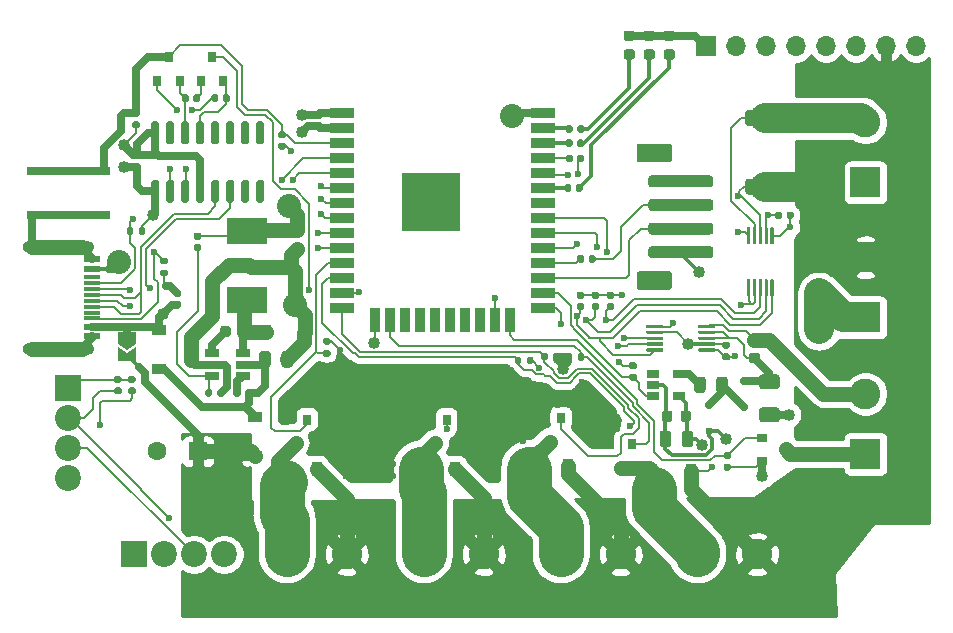
<source format=gtl>
G04 #@! TF.GenerationSoftware,KiCad,Pcbnew,(5.1.9)-1*
G04 #@! TF.CreationDate,2021-06-19T22:35:00+01:00*
G04 #@! TF.ProjectId,garden,67617264-656e-42e6-9b69-6361645f7063,rev?*
G04 #@! TF.SameCoordinates,Original*
G04 #@! TF.FileFunction,Copper,L1,Top*
G04 #@! TF.FilePolarity,Positive*
%FSLAX46Y46*%
G04 Gerber Fmt 4.6, Leading zero omitted, Abs format (unit mm)*
G04 Created by KiCad (PCBNEW (5.1.9)-1) date 2021-06-19 22:35:00*
%MOMM*%
%LPD*%
G01*
G04 APERTURE LIST*
G04 #@! TA.AperFunction,ComponentPad*
%ADD10O,1.700000X1.700000*%
G04 #@! TD*
G04 #@! TA.AperFunction,ComponentPad*
%ADD11R,1.700000X1.700000*%
G04 #@! TD*
G04 #@! TA.AperFunction,SMDPad,CuDef*
%ADD12R,2.000000X0.900000*%
G04 #@! TD*
G04 #@! TA.AperFunction,SMDPad,CuDef*
%ADD13R,0.900000X2.000000*%
G04 #@! TD*
G04 #@! TA.AperFunction,SMDPad,CuDef*
%ADD14R,5.000000X5.000000*%
G04 #@! TD*
G04 #@! TA.AperFunction,ComponentPad*
%ADD15C,1.600000*%
G04 #@! TD*
G04 #@! TA.AperFunction,ComponentPad*
%ADD16R,1.600000X1.600000*%
G04 #@! TD*
G04 #@! TA.AperFunction,SMDPad,CuDef*
%ADD17R,1.220000X0.650000*%
G04 #@! TD*
G04 #@! TA.AperFunction,SMDPad,CuDef*
%ADD18R,1.200000X0.900000*%
G04 #@! TD*
G04 #@! TA.AperFunction,SMDPad,CuDef*
%ADD19R,0.900000X1.200000*%
G04 #@! TD*
G04 #@! TA.AperFunction,SMDPad,CuDef*
%ADD20C,0.100000*%
G04 #@! TD*
G04 #@! TA.AperFunction,SMDPad,CuDef*
%ADD21R,1.450000X0.600000*%
G04 #@! TD*
G04 #@! TA.AperFunction,SMDPad,CuDef*
%ADD22R,1.450000X0.300000*%
G04 #@! TD*
G04 #@! TA.AperFunction,ComponentPad*
%ADD23O,2.100000X1.000000*%
G04 #@! TD*
G04 #@! TA.AperFunction,ComponentPad*
%ADD24O,1.600000X1.000000*%
G04 #@! TD*
G04 #@! TA.AperFunction,SMDPad,CuDef*
%ADD25R,3.500000X2.200000*%
G04 #@! TD*
G04 #@! TA.AperFunction,SMDPad,CuDef*
%ADD26R,0.800000X0.900000*%
G04 #@! TD*
G04 #@! TA.AperFunction,ComponentPad*
%ADD27C,2.600000*%
G04 #@! TD*
G04 #@! TA.AperFunction,ComponentPad*
%ADD28R,2.600000X2.600000*%
G04 #@! TD*
G04 #@! TA.AperFunction,SMDPad,CuDef*
%ADD29R,0.900000X0.800000*%
G04 #@! TD*
G04 #@! TA.AperFunction,SMDPad,CuDef*
%ADD30R,1.060000X0.650000*%
G04 #@! TD*
G04 #@! TA.AperFunction,SMDPad,CuDef*
%ADD31R,0.500000X0.500000*%
G04 #@! TD*
G04 #@! TA.AperFunction,SMDPad,CuDef*
%ADD32R,1.000000X0.750000*%
G04 #@! TD*
G04 #@! TA.AperFunction,ComponentPad*
%ADD33C,2.200000*%
G04 #@! TD*
G04 #@! TA.AperFunction,ComponentPad*
%ADD34R,2.200000X2.200000*%
G04 #@! TD*
G04 #@! TA.AperFunction,ViaPad*
%ADD35C,0.600000*%
G04 #@! TD*
G04 #@! TA.AperFunction,ViaPad*
%ADD36C,1.016000*%
G04 #@! TD*
G04 #@! TA.AperFunction,ViaPad*
%ADD37C,2.032000*%
G04 #@! TD*
G04 #@! TA.AperFunction,Conductor*
%ADD38C,0.635000*%
G04 #@! TD*
G04 #@! TA.AperFunction,Conductor*
%ADD39C,0.203200*%
G04 #@! TD*
G04 #@! TA.AperFunction,Conductor*
%ADD40C,0.304800*%
G04 #@! TD*
G04 #@! TA.AperFunction,Conductor*
%ADD41C,2.540000*%
G04 #@! TD*
G04 #@! TA.AperFunction,Conductor*
%ADD42C,1.270000*%
G04 #@! TD*
G04 #@! TA.AperFunction,Conductor*
%ADD43C,0.177800*%
G04 #@! TD*
G04 #@! TA.AperFunction,Conductor*
%ADD44C,3.810000*%
G04 #@! TD*
G04 #@! TA.AperFunction,Conductor*
%ADD45C,0.500000*%
G04 #@! TD*
G04 #@! TA.AperFunction,Conductor*
%ADD46C,0.100000*%
G04 #@! TD*
G04 #@! TA.AperFunction,Conductor*
%ADD47C,0.254000*%
G04 #@! TD*
G04 APERTURE END LIST*
G04 #@! TA.AperFunction,SMDPad,CuDef*
G36*
G01*
X108956250Y-51150000D02*
X108443750Y-51150000D01*
G75*
G02*
X108225000Y-50931250I0J218750D01*
G01*
X108225000Y-50493750D01*
G75*
G02*
X108443750Y-50275000I218750J0D01*
G01*
X108956250Y-50275000D01*
G75*
G02*
X109175000Y-50493750I0J-218750D01*
G01*
X109175000Y-50931250D01*
G75*
G02*
X108956250Y-51150000I-218750J0D01*
G01*
G37*
G04 #@! TD.AperFunction*
G04 #@! TA.AperFunction,SMDPad,CuDef*
G36*
G01*
X108956250Y-52725000D02*
X108443750Y-52725000D01*
G75*
G02*
X108225000Y-52506250I0J218750D01*
G01*
X108225000Y-52068750D01*
G75*
G02*
X108443750Y-51850000I218750J0D01*
G01*
X108956250Y-51850000D01*
G75*
G02*
X109175000Y-52068750I0J-218750D01*
G01*
X109175000Y-52506250D01*
G75*
G02*
X108956250Y-52725000I-218750J0D01*
G01*
G37*
G04 #@! TD.AperFunction*
D10*
X131280000Y-51600000D03*
X128740000Y-51600000D03*
X126200000Y-51600000D03*
X123660000Y-51600000D03*
X121120000Y-51600000D03*
X118580000Y-51600000D03*
X116040000Y-51600000D03*
D11*
X113500000Y-51600000D03*
D12*
X99686000Y-57277000D03*
X99686000Y-58547000D03*
X99686000Y-59817000D03*
X99686000Y-61087000D03*
X99686000Y-62357000D03*
X99686000Y-63627000D03*
X99686000Y-64897000D03*
X99686000Y-66167000D03*
X99686000Y-67437000D03*
X99686000Y-68707000D03*
X99686000Y-69977000D03*
X99686000Y-71247000D03*
X99686000Y-72517000D03*
X99686000Y-73787000D03*
D13*
X96901000Y-74787000D03*
X95631000Y-74787000D03*
X94361000Y-74787000D03*
X93091000Y-74787000D03*
X91821000Y-74787000D03*
X90551000Y-74787000D03*
X89281000Y-74787000D03*
X88011000Y-74787000D03*
X86741000Y-74787000D03*
X85471000Y-74787000D03*
D12*
X82686000Y-73787000D03*
X82686000Y-72517000D03*
X82686000Y-71247000D03*
X82686000Y-69977000D03*
X82686000Y-68707000D03*
X82686000Y-67437000D03*
X82686000Y-66167000D03*
X82686000Y-64897000D03*
X82686000Y-63627000D03*
X82686000Y-62357000D03*
X82686000Y-61087000D03*
X82686000Y-59817000D03*
X82686000Y-58547000D03*
X82686000Y-57277000D03*
D14*
X90186000Y-64777000D03*
G04 #@! TA.AperFunction,SMDPad,CuDef*
G36*
G01*
X65077500Y-57940000D02*
X65422500Y-57940000D01*
G75*
G02*
X65570000Y-58087500I0J-147500D01*
G01*
X65570000Y-58382500D01*
G75*
G02*
X65422500Y-58530000I-147500J0D01*
G01*
X65077500Y-58530000D01*
G75*
G02*
X64930000Y-58382500I0J147500D01*
G01*
X64930000Y-58087500D01*
G75*
G02*
X65077500Y-57940000I147500J0D01*
G01*
G37*
G04 #@! TD.AperFunction*
G04 #@! TA.AperFunction,SMDPad,CuDef*
G36*
G01*
X65077500Y-56970000D02*
X65422500Y-56970000D01*
G75*
G02*
X65570000Y-57117500I0J-147500D01*
G01*
X65570000Y-57412500D01*
G75*
G02*
X65422500Y-57560000I-147500J0D01*
G01*
X65077500Y-57560000D01*
G75*
G02*
X64930000Y-57412500I0J147500D01*
G01*
X64930000Y-57117500D01*
G75*
G02*
X65077500Y-56970000I147500J0D01*
G01*
G37*
G04 #@! TD.AperFunction*
D15*
X67000000Y-85900000D03*
D16*
X70500000Y-85900000D03*
G04 #@! TA.AperFunction,SMDPad,CuDef*
G36*
G01*
X77550000Y-78556250D02*
X77550000Y-77643750D01*
G75*
G02*
X77793750Y-77400000I243750J0D01*
G01*
X78281250Y-77400000D01*
G75*
G02*
X78525000Y-77643750I0J-243750D01*
G01*
X78525000Y-78556250D01*
G75*
G02*
X78281250Y-78800000I-243750J0D01*
G01*
X77793750Y-78800000D01*
G75*
G02*
X77550000Y-78556250I0J243750D01*
G01*
G37*
G04 #@! TD.AperFunction*
G04 #@! TA.AperFunction,SMDPad,CuDef*
G36*
G01*
X75675000Y-78556250D02*
X75675000Y-77643750D01*
G75*
G02*
X75918750Y-77400000I243750J0D01*
G01*
X76406250Y-77400000D01*
G75*
G02*
X76650000Y-77643750I0J-243750D01*
G01*
X76650000Y-78556250D01*
G75*
G02*
X76406250Y-78800000I-243750J0D01*
G01*
X75918750Y-78800000D01*
G75*
G02*
X75675000Y-78556250I0J243750D01*
G01*
G37*
G04 #@! TD.AperFunction*
G04 #@! TA.AperFunction,SMDPad,CuDef*
G36*
G01*
X74110000Y-80777500D02*
X74110000Y-81122500D01*
G75*
G02*
X73962500Y-81270000I-147500J0D01*
G01*
X73667500Y-81270000D01*
G75*
G02*
X73520000Y-81122500I0J147500D01*
G01*
X73520000Y-80777500D01*
G75*
G02*
X73667500Y-80630000I147500J0D01*
G01*
X73962500Y-80630000D01*
G75*
G02*
X74110000Y-80777500I0J-147500D01*
G01*
G37*
G04 #@! TD.AperFunction*
G04 #@! TA.AperFunction,SMDPad,CuDef*
G36*
G01*
X75080000Y-80777500D02*
X75080000Y-81122500D01*
G75*
G02*
X74932500Y-81270000I-147500J0D01*
G01*
X74637500Y-81270000D01*
G75*
G02*
X74490000Y-81122500I0J147500D01*
G01*
X74490000Y-80777500D01*
G75*
G02*
X74637500Y-80630000I147500J0D01*
G01*
X74932500Y-80630000D01*
G75*
G02*
X75080000Y-80777500I0J-147500D01*
G01*
G37*
G04 #@! TD.AperFunction*
G04 #@! TA.AperFunction,SMDPad,CuDef*
G36*
G01*
X73950000Y-76006250D02*
X73950000Y-75493750D01*
G75*
G02*
X74168750Y-75275000I218750J0D01*
G01*
X74606250Y-75275000D01*
G75*
G02*
X74825000Y-75493750I0J-218750D01*
G01*
X74825000Y-76006250D01*
G75*
G02*
X74606250Y-76225000I-218750J0D01*
G01*
X74168750Y-76225000D01*
G75*
G02*
X73950000Y-76006250I0J218750D01*
G01*
G37*
G04 #@! TD.AperFunction*
G04 #@! TA.AperFunction,SMDPad,CuDef*
G36*
G01*
X72375000Y-76006250D02*
X72375000Y-75493750D01*
G75*
G02*
X72593750Y-75275000I218750J0D01*
G01*
X73031250Y-75275000D01*
G75*
G02*
X73250000Y-75493750I0J-218750D01*
G01*
X73250000Y-76006250D01*
G75*
G02*
X73031250Y-76225000I-218750J0D01*
G01*
X72593750Y-76225000D01*
G75*
G02*
X72375000Y-76006250I0J218750D01*
G01*
G37*
G04 #@! TD.AperFunction*
D17*
X74260000Y-77600000D03*
X74260000Y-78550000D03*
X74260000Y-79500000D03*
X71640000Y-79500000D03*
X71640000Y-78550000D03*
X71640000Y-77600000D03*
G04 #@! TA.AperFunction,SMDPad,CuDef*
G36*
G01*
X72140000Y-81135000D02*
X72140000Y-80765000D01*
G75*
G02*
X72275000Y-80630000I135000J0D01*
G01*
X72545000Y-80630000D01*
G75*
G02*
X72680000Y-80765000I0J-135000D01*
G01*
X72680000Y-81135000D01*
G75*
G02*
X72545000Y-81270000I-135000J0D01*
G01*
X72275000Y-81270000D01*
G75*
G02*
X72140000Y-81135000I0J135000D01*
G01*
G37*
G04 #@! TD.AperFunction*
G04 #@! TA.AperFunction,SMDPad,CuDef*
G36*
G01*
X71120000Y-81135000D02*
X71120000Y-80765000D01*
G75*
G02*
X71255000Y-80630000I135000J0D01*
G01*
X71525000Y-80630000D01*
G75*
G02*
X71660000Y-80765000I0J-135000D01*
G01*
X71660000Y-81135000D01*
G75*
G02*
X71525000Y-81270000I-135000J0D01*
G01*
X71255000Y-81270000D01*
G75*
G02*
X71120000Y-81135000I0J135000D01*
G01*
G37*
G04 #@! TD.AperFunction*
D18*
X67200000Y-75650000D03*
X67200000Y-78950000D03*
X75300000Y-86250000D03*
X75300000Y-82950000D03*
D19*
X79550000Y-75800000D03*
X76250000Y-75800000D03*
G04 #@! TA.AperFunction,SMDPad,CuDef*
G36*
G01*
X68577500Y-73190000D02*
X68922500Y-73190000D01*
G75*
G02*
X69070000Y-73337500I0J-147500D01*
G01*
X69070000Y-73632500D01*
G75*
G02*
X68922500Y-73780000I-147500J0D01*
G01*
X68577500Y-73780000D01*
G75*
G02*
X68430000Y-73632500I0J147500D01*
G01*
X68430000Y-73337500D01*
G75*
G02*
X68577500Y-73190000I147500J0D01*
G01*
G37*
G04 #@! TD.AperFunction*
G04 #@! TA.AperFunction,SMDPad,CuDef*
G36*
G01*
X68577500Y-72220000D02*
X68922500Y-72220000D01*
G75*
G02*
X69070000Y-72367500I0J-147500D01*
G01*
X69070000Y-72662500D01*
G75*
G02*
X68922500Y-72810000I-147500J0D01*
G01*
X68577500Y-72810000D01*
G75*
G02*
X68430000Y-72662500I0J147500D01*
G01*
X68430000Y-72367500D01*
G75*
G02*
X68577500Y-72220000I147500J0D01*
G01*
G37*
G04 #@! TD.AperFunction*
G04 #@! TA.AperFunction,SMDPad,CuDef*
D20*
G36*
X64500000Y-77275000D02*
G01*
X63750000Y-76775000D01*
X63750000Y-75775000D01*
X65250000Y-75775000D01*
X65250000Y-76775000D01*
X64500000Y-77275000D01*
G37*
G04 #@! TD.AperFunction*
G04 #@! TA.AperFunction,SMDPad,CuDef*
G36*
X63750000Y-78225000D02*
G01*
X63750000Y-77075000D01*
X64500000Y-77575000D01*
X65250000Y-77075000D01*
X65250000Y-78225000D01*
X63750000Y-78225000D01*
G37*
G04 #@! TD.AperFunction*
D21*
X61545000Y-76148000D03*
X61545000Y-75348000D03*
X61545000Y-70448000D03*
X61545000Y-69648000D03*
X61545000Y-69648000D03*
X61545000Y-70448000D03*
X61545000Y-75348000D03*
X61545000Y-76148000D03*
D22*
X61545000Y-71148000D03*
X61545000Y-71648000D03*
X61545000Y-72148000D03*
X61545000Y-73148000D03*
X61545000Y-73648000D03*
X61545000Y-74148000D03*
X61545000Y-74648000D03*
X61545000Y-72648000D03*
D23*
X60630000Y-77218000D03*
X60630000Y-68578000D03*
D24*
X56450000Y-68578000D03*
X56450000Y-77218000D03*
D25*
X74600000Y-67200000D03*
X74600000Y-73100000D03*
G04 #@! TA.AperFunction,SMDPad,CuDef*
G36*
G01*
X78650000Y-68275000D02*
X79150000Y-68275000D01*
G75*
G02*
X79375000Y-68500000I0J-225000D01*
G01*
X79375000Y-68950000D01*
G75*
G02*
X79150000Y-69175000I-225000J0D01*
G01*
X78650000Y-69175000D01*
G75*
G02*
X78425000Y-68950000I0J225000D01*
G01*
X78425000Y-68500000D01*
G75*
G02*
X78650000Y-68275000I225000J0D01*
G01*
G37*
G04 #@! TD.AperFunction*
G04 #@! TA.AperFunction,SMDPad,CuDef*
G36*
G01*
X78650000Y-66725000D02*
X79150000Y-66725000D01*
G75*
G02*
X79375000Y-66950000I0J-225000D01*
G01*
X79375000Y-67400000D01*
G75*
G02*
X79150000Y-67625000I-225000J0D01*
G01*
X78650000Y-67625000D01*
G75*
G02*
X78425000Y-67400000I0J225000D01*
G01*
X78425000Y-66950000D01*
G75*
G02*
X78650000Y-66725000I225000J0D01*
G01*
G37*
G04 #@! TD.AperFunction*
D26*
X100284000Y-85072000D03*
X99334000Y-83072000D03*
X101234000Y-83072000D03*
G04 #@! TA.AperFunction,SMDPad,CuDef*
G36*
G01*
X81215000Y-77340000D02*
X81585000Y-77340000D01*
G75*
G02*
X81720000Y-77475000I0J-135000D01*
G01*
X81720000Y-77745000D01*
G75*
G02*
X81585000Y-77880000I-135000J0D01*
G01*
X81215000Y-77880000D01*
G75*
G02*
X81080000Y-77745000I0J135000D01*
G01*
X81080000Y-77475000D01*
G75*
G02*
X81215000Y-77340000I135000J0D01*
G01*
G37*
G04 #@! TD.AperFunction*
G04 #@! TA.AperFunction,SMDPad,CuDef*
G36*
G01*
X81215000Y-76320000D02*
X81585000Y-76320000D01*
G75*
G02*
X81720000Y-76455000I0J-135000D01*
G01*
X81720000Y-76725000D01*
G75*
G02*
X81585000Y-76860000I-135000J0D01*
G01*
X81215000Y-76860000D01*
G75*
G02*
X81080000Y-76725000I0J135000D01*
G01*
X81080000Y-76455000D01*
G75*
G02*
X81215000Y-76320000I135000J0D01*
G01*
G37*
G04 #@! TD.AperFunction*
G04 #@! TA.AperFunction,SMDPad,CuDef*
G36*
G01*
X97860000Y-78015000D02*
X97860000Y-78385000D01*
G75*
G02*
X97725000Y-78520000I-135000J0D01*
G01*
X97455000Y-78520000D01*
G75*
G02*
X97320000Y-78385000I0J135000D01*
G01*
X97320000Y-78015000D01*
G75*
G02*
X97455000Y-77880000I135000J0D01*
G01*
X97725000Y-77880000D01*
G75*
G02*
X97860000Y-78015000I0J-135000D01*
G01*
G37*
G04 #@! TD.AperFunction*
G04 #@! TA.AperFunction,SMDPad,CuDef*
G36*
G01*
X98880000Y-78015000D02*
X98880000Y-78385000D01*
G75*
G02*
X98745000Y-78520000I-135000J0D01*
G01*
X98475000Y-78520000D01*
G75*
G02*
X98340000Y-78385000I0J135000D01*
G01*
X98340000Y-78015000D01*
G75*
G02*
X98475000Y-77880000I135000J0D01*
G01*
X98745000Y-77880000D01*
G75*
G02*
X98880000Y-78015000I0J-135000D01*
G01*
G37*
G04 #@! TD.AperFunction*
X78800000Y-85200000D03*
X77850000Y-83200000D03*
X79750000Y-83200000D03*
X90600000Y-85200000D03*
X89650000Y-83200000D03*
X91550000Y-83200000D03*
D27*
X83080000Y-94600000D03*
D28*
X78000000Y-94600000D03*
D27*
X94680000Y-94600000D03*
D28*
X89600000Y-94600000D03*
D19*
X77250000Y-87400000D03*
X80550000Y-87400000D03*
X88950000Y-87400000D03*
X92250000Y-87400000D03*
G04 #@! TA.AperFunction,SMDPad,CuDef*
G36*
G01*
X102640000Y-78085000D02*
X102640000Y-77715000D01*
G75*
G02*
X102775000Y-77580000I135000J0D01*
G01*
X103045000Y-77580000D01*
G75*
G02*
X103180000Y-77715000I0J-135000D01*
G01*
X103180000Y-78085000D01*
G75*
G02*
X103045000Y-78220000I-135000J0D01*
G01*
X102775000Y-78220000D01*
G75*
G02*
X102640000Y-78085000I0J135000D01*
G01*
G37*
G04 #@! TD.AperFunction*
G04 #@! TA.AperFunction,SMDPad,CuDef*
G36*
G01*
X101620000Y-78085000D02*
X101620000Y-77715000D01*
G75*
G02*
X101755000Y-77580000I135000J0D01*
G01*
X102025000Y-77580000D01*
G75*
G02*
X102160000Y-77715000I0J-135000D01*
G01*
X102160000Y-78085000D01*
G75*
G02*
X102025000Y-78220000I-135000J0D01*
G01*
X101755000Y-78220000D01*
G75*
G02*
X101620000Y-78085000I0J135000D01*
G01*
G37*
G04 #@! TD.AperFunction*
D26*
X106300000Y-87300000D03*
X105350000Y-85300000D03*
X107250000Y-85300000D03*
G04 #@! TA.AperFunction,SMDPad,CuDef*
G36*
G01*
X100090000Y-77666000D02*
X100090000Y-78036000D01*
G75*
G02*
X99955000Y-78171000I-135000J0D01*
G01*
X99685000Y-78171000D01*
G75*
G02*
X99550000Y-78036000I0J135000D01*
G01*
X99550000Y-77666000D01*
G75*
G02*
X99685000Y-77531000I135000J0D01*
G01*
X99955000Y-77531000D01*
G75*
G02*
X100090000Y-77666000I0J-135000D01*
G01*
G37*
G04 #@! TD.AperFunction*
G04 #@! TA.AperFunction,SMDPad,CuDef*
G36*
G01*
X101110000Y-77666000D02*
X101110000Y-78036000D01*
G75*
G02*
X100975000Y-78171000I-135000J0D01*
G01*
X100705000Y-78171000D01*
G75*
G02*
X100570000Y-78036000I0J135000D01*
G01*
X100570000Y-77666000D01*
G75*
G02*
X100705000Y-77531000I135000J0D01*
G01*
X100975000Y-77531000D01*
G75*
G02*
X101110000Y-77666000I0J-135000D01*
G01*
G37*
G04 #@! TD.AperFunction*
G04 #@! TA.AperFunction,SMDPad,CuDef*
G36*
G01*
X113469000Y-79807750D02*
X113469000Y-80720250D01*
G75*
G02*
X113225250Y-80964000I-243750J0D01*
G01*
X112737750Y-80964000D01*
G75*
G02*
X112494000Y-80720250I0J243750D01*
G01*
X112494000Y-79807750D01*
G75*
G02*
X112737750Y-79564000I243750J0D01*
G01*
X113225250Y-79564000D01*
G75*
G02*
X113469000Y-79807750I0J-243750D01*
G01*
G37*
G04 #@! TD.AperFunction*
G04 #@! TA.AperFunction,SMDPad,CuDef*
G36*
G01*
X115344000Y-79807750D02*
X115344000Y-80720250D01*
G75*
G02*
X115100250Y-80964000I-243750J0D01*
G01*
X114612750Y-80964000D01*
G75*
G02*
X114369000Y-80720250I0J243750D01*
G01*
X114369000Y-79807750D01*
G75*
G02*
X114612750Y-79564000I243750J0D01*
G01*
X115100250Y-79564000D01*
G75*
G02*
X115344000Y-79807750I0J-243750D01*
G01*
G37*
G04 #@! TD.AperFunction*
D29*
X120253000Y-85725000D03*
X118253000Y-86675000D03*
X118253000Y-84775000D03*
D27*
X127000000Y-58039000D03*
D28*
X127000000Y-63119000D03*
D27*
X127000000Y-81026000D03*
D28*
X127000000Y-86106000D03*
D27*
X106275000Y-94615000D03*
D28*
X101195000Y-94615000D03*
D27*
X117832000Y-94615000D03*
D28*
X112752000Y-94615000D03*
D27*
X127000000Y-69469000D03*
D28*
X127000000Y-74549000D03*
G04 #@! TA.AperFunction,SMDPad,CuDef*
G36*
G01*
X67415000Y-70540000D02*
X67785000Y-70540000D01*
G75*
G02*
X67920000Y-70675000I0J-135000D01*
G01*
X67920000Y-70945000D01*
G75*
G02*
X67785000Y-71080000I-135000J0D01*
G01*
X67415000Y-71080000D01*
G75*
G02*
X67280000Y-70945000I0J135000D01*
G01*
X67280000Y-70675000D01*
G75*
G02*
X67415000Y-70540000I135000J0D01*
G01*
G37*
G04 #@! TD.AperFunction*
G04 #@! TA.AperFunction,SMDPad,CuDef*
G36*
G01*
X67415000Y-69520000D02*
X67785000Y-69520000D01*
G75*
G02*
X67920000Y-69655000I0J-135000D01*
G01*
X67920000Y-69925000D01*
G75*
G02*
X67785000Y-70060000I-135000J0D01*
G01*
X67415000Y-70060000D01*
G75*
G02*
X67280000Y-69925000I0J135000D01*
G01*
X67280000Y-69655000D01*
G75*
G02*
X67415000Y-69520000I135000J0D01*
G01*
G37*
G04 #@! TD.AperFunction*
G04 #@! TA.AperFunction,SMDPad,CuDef*
G36*
G01*
X65490000Y-67435000D02*
X65490000Y-67065000D01*
G75*
G02*
X65625000Y-66930000I135000J0D01*
G01*
X65895000Y-66930000D01*
G75*
G02*
X66030000Y-67065000I0J-135000D01*
G01*
X66030000Y-67435000D01*
G75*
G02*
X65895000Y-67570000I-135000J0D01*
G01*
X65625000Y-67570000D01*
G75*
G02*
X65490000Y-67435000I0J135000D01*
G01*
G37*
G04 #@! TD.AperFunction*
G04 #@! TA.AperFunction,SMDPad,CuDef*
G36*
G01*
X64470000Y-67435000D02*
X64470000Y-67065000D01*
G75*
G02*
X64605000Y-66930000I135000J0D01*
G01*
X64875000Y-66930000D01*
G75*
G02*
X65010000Y-67065000I0J-135000D01*
G01*
X65010000Y-67435000D01*
G75*
G02*
X64875000Y-67570000I-135000J0D01*
G01*
X64605000Y-67570000D01*
G75*
G02*
X64470000Y-67435000I0J135000D01*
G01*
G37*
G04 #@! TD.AperFunction*
G04 #@! TA.AperFunction,SMDPad,CuDef*
G36*
G01*
X67005000Y-59900000D02*
X66705000Y-59900000D01*
G75*
G02*
X66555000Y-59750000I0J150000D01*
G01*
X66555000Y-58100000D01*
G75*
G02*
X66705000Y-57950000I150000J0D01*
G01*
X67005000Y-57950000D01*
G75*
G02*
X67155000Y-58100000I0J-150000D01*
G01*
X67155000Y-59750000D01*
G75*
G02*
X67005000Y-59900000I-150000J0D01*
G01*
G37*
G04 #@! TD.AperFunction*
G04 #@! TA.AperFunction,SMDPad,CuDef*
G36*
G01*
X68275000Y-59900000D02*
X67975000Y-59900000D01*
G75*
G02*
X67825000Y-59750000I0J150000D01*
G01*
X67825000Y-58100000D01*
G75*
G02*
X67975000Y-57950000I150000J0D01*
G01*
X68275000Y-57950000D01*
G75*
G02*
X68425000Y-58100000I0J-150000D01*
G01*
X68425000Y-59750000D01*
G75*
G02*
X68275000Y-59900000I-150000J0D01*
G01*
G37*
G04 #@! TD.AperFunction*
G04 #@! TA.AperFunction,SMDPad,CuDef*
G36*
G01*
X69545000Y-59900000D02*
X69245000Y-59900000D01*
G75*
G02*
X69095000Y-59750000I0J150000D01*
G01*
X69095000Y-58100000D01*
G75*
G02*
X69245000Y-57950000I150000J0D01*
G01*
X69545000Y-57950000D01*
G75*
G02*
X69695000Y-58100000I0J-150000D01*
G01*
X69695000Y-59750000D01*
G75*
G02*
X69545000Y-59900000I-150000J0D01*
G01*
G37*
G04 #@! TD.AperFunction*
G04 #@! TA.AperFunction,SMDPad,CuDef*
G36*
G01*
X70815000Y-59900000D02*
X70515000Y-59900000D01*
G75*
G02*
X70365000Y-59750000I0J150000D01*
G01*
X70365000Y-58100000D01*
G75*
G02*
X70515000Y-57950000I150000J0D01*
G01*
X70815000Y-57950000D01*
G75*
G02*
X70965000Y-58100000I0J-150000D01*
G01*
X70965000Y-59750000D01*
G75*
G02*
X70815000Y-59900000I-150000J0D01*
G01*
G37*
G04 #@! TD.AperFunction*
G04 #@! TA.AperFunction,SMDPad,CuDef*
G36*
G01*
X72085000Y-59900000D02*
X71785000Y-59900000D01*
G75*
G02*
X71635000Y-59750000I0J150000D01*
G01*
X71635000Y-58100000D01*
G75*
G02*
X71785000Y-57950000I150000J0D01*
G01*
X72085000Y-57950000D01*
G75*
G02*
X72235000Y-58100000I0J-150000D01*
G01*
X72235000Y-59750000D01*
G75*
G02*
X72085000Y-59900000I-150000J0D01*
G01*
G37*
G04 #@! TD.AperFunction*
G04 #@! TA.AperFunction,SMDPad,CuDef*
G36*
G01*
X73355000Y-59900000D02*
X73055000Y-59900000D01*
G75*
G02*
X72905000Y-59750000I0J150000D01*
G01*
X72905000Y-58100000D01*
G75*
G02*
X73055000Y-57950000I150000J0D01*
G01*
X73355000Y-57950000D01*
G75*
G02*
X73505000Y-58100000I0J-150000D01*
G01*
X73505000Y-59750000D01*
G75*
G02*
X73355000Y-59900000I-150000J0D01*
G01*
G37*
G04 #@! TD.AperFunction*
G04 #@! TA.AperFunction,SMDPad,CuDef*
G36*
G01*
X74625000Y-59900000D02*
X74325000Y-59900000D01*
G75*
G02*
X74175000Y-59750000I0J150000D01*
G01*
X74175000Y-58100000D01*
G75*
G02*
X74325000Y-57950000I150000J0D01*
G01*
X74625000Y-57950000D01*
G75*
G02*
X74775000Y-58100000I0J-150000D01*
G01*
X74775000Y-59750000D01*
G75*
G02*
X74625000Y-59900000I-150000J0D01*
G01*
G37*
G04 #@! TD.AperFunction*
G04 #@! TA.AperFunction,SMDPad,CuDef*
G36*
G01*
X75895000Y-59900000D02*
X75595000Y-59900000D01*
G75*
G02*
X75445000Y-59750000I0J150000D01*
G01*
X75445000Y-58100000D01*
G75*
G02*
X75595000Y-57950000I150000J0D01*
G01*
X75895000Y-57950000D01*
G75*
G02*
X76045000Y-58100000I0J-150000D01*
G01*
X76045000Y-59750000D01*
G75*
G02*
X75895000Y-59900000I-150000J0D01*
G01*
G37*
G04 #@! TD.AperFunction*
G04 #@! TA.AperFunction,SMDPad,CuDef*
G36*
G01*
X75895000Y-64850000D02*
X75595000Y-64850000D01*
G75*
G02*
X75445000Y-64700000I0J150000D01*
G01*
X75445000Y-63050000D01*
G75*
G02*
X75595000Y-62900000I150000J0D01*
G01*
X75895000Y-62900000D01*
G75*
G02*
X76045000Y-63050000I0J-150000D01*
G01*
X76045000Y-64700000D01*
G75*
G02*
X75895000Y-64850000I-150000J0D01*
G01*
G37*
G04 #@! TD.AperFunction*
G04 #@! TA.AperFunction,SMDPad,CuDef*
G36*
G01*
X74625000Y-64850000D02*
X74325000Y-64850000D01*
G75*
G02*
X74175000Y-64700000I0J150000D01*
G01*
X74175000Y-63050000D01*
G75*
G02*
X74325000Y-62900000I150000J0D01*
G01*
X74625000Y-62900000D01*
G75*
G02*
X74775000Y-63050000I0J-150000D01*
G01*
X74775000Y-64700000D01*
G75*
G02*
X74625000Y-64850000I-150000J0D01*
G01*
G37*
G04 #@! TD.AperFunction*
G04 #@! TA.AperFunction,SMDPad,CuDef*
G36*
G01*
X73355000Y-64850000D02*
X73055000Y-64850000D01*
G75*
G02*
X72905000Y-64700000I0J150000D01*
G01*
X72905000Y-63050000D01*
G75*
G02*
X73055000Y-62900000I150000J0D01*
G01*
X73355000Y-62900000D01*
G75*
G02*
X73505000Y-63050000I0J-150000D01*
G01*
X73505000Y-64700000D01*
G75*
G02*
X73355000Y-64850000I-150000J0D01*
G01*
G37*
G04 #@! TD.AperFunction*
G04 #@! TA.AperFunction,SMDPad,CuDef*
G36*
G01*
X72085000Y-64850000D02*
X71785000Y-64850000D01*
G75*
G02*
X71635000Y-64700000I0J150000D01*
G01*
X71635000Y-63050000D01*
G75*
G02*
X71785000Y-62900000I150000J0D01*
G01*
X72085000Y-62900000D01*
G75*
G02*
X72235000Y-63050000I0J-150000D01*
G01*
X72235000Y-64700000D01*
G75*
G02*
X72085000Y-64850000I-150000J0D01*
G01*
G37*
G04 #@! TD.AperFunction*
G04 #@! TA.AperFunction,SMDPad,CuDef*
G36*
G01*
X70815000Y-64850000D02*
X70515000Y-64850000D01*
G75*
G02*
X70365000Y-64700000I0J150000D01*
G01*
X70365000Y-63050000D01*
G75*
G02*
X70515000Y-62900000I150000J0D01*
G01*
X70815000Y-62900000D01*
G75*
G02*
X70965000Y-63050000I0J-150000D01*
G01*
X70965000Y-64700000D01*
G75*
G02*
X70815000Y-64850000I-150000J0D01*
G01*
G37*
G04 #@! TD.AperFunction*
G04 #@! TA.AperFunction,SMDPad,CuDef*
G36*
G01*
X69545000Y-64850000D02*
X69245000Y-64850000D01*
G75*
G02*
X69095000Y-64700000I0J150000D01*
G01*
X69095000Y-63050000D01*
G75*
G02*
X69245000Y-62900000I150000J0D01*
G01*
X69545000Y-62900000D01*
G75*
G02*
X69695000Y-63050000I0J-150000D01*
G01*
X69695000Y-64700000D01*
G75*
G02*
X69545000Y-64850000I-150000J0D01*
G01*
G37*
G04 #@! TD.AperFunction*
G04 #@! TA.AperFunction,SMDPad,CuDef*
G36*
G01*
X68275000Y-64850000D02*
X67975000Y-64850000D01*
G75*
G02*
X67825000Y-64700000I0J150000D01*
G01*
X67825000Y-63050000D01*
G75*
G02*
X67975000Y-62900000I150000J0D01*
G01*
X68275000Y-62900000D01*
G75*
G02*
X68425000Y-63050000I0J-150000D01*
G01*
X68425000Y-64700000D01*
G75*
G02*
X68275000Y-64850000I-150000J0D01*
G01*
G37*
G04 #@! TD.AperFunction*
G04 #@! TA.AperFunction,SMDPad,CuDef*
G36*
G01*
X67005000Y-64850000D02*
X66705000Y-64850000D01*
G75*
G02*
X66555000Y-64700000I0J150000D01*
G01*
X66555000Y-63050000D01*
G75*
G02*
X66705000Y-62900000I150000J0D01*
G01*
X67005000Y-62900000D01*
G75*
G02*
X67155000Y-63050000I0J-150000D01*
G01*
X67155000Y-64700000D01*
G75*
G02*
X67005000Y-64850000I-150000J0D01*
G01*
G37*
G04 #@! TD.AperFunction*
G04 #@! TA.AperFunction,SMDPad,CuDef*
G36*
G01*
X112854000Y-75402000D02*
X112854000Y-75252000D01*
G75*
G02*
X112929000Y-75177000I75000J0D01*
G01*
X114229000Y-75177000D01*
G75*
G02*
X114304000Y-75252000I0J-75000D01*
G01*
X114304000Y-75402000D01*
G75*
G02*
X114229000Y-75477000I-75000J0D01*
G01*
X112929000Y-75477000D01*
G75*
G02*
X112854000Y-75402000I0J75000D01*
G01*
G37*
G04 #@! TD.AperFunction*
G04 #@! TA.AperFunction,SMDPad,CuDef*
G36*
G01*
X112854000Y-75902000D02*
X112854000Y-75752000D01*
G75*
G02*
X112929000Y-75677000I75000J0D01*
G01*
X114229000Y-75677000D01*
G75*
G02*
X114304000Y-75752000I0J-75000D01*
G01*
X114304000Y-75902000D01*
G75*
G02*
X114229000Y-75977000I-75000J0D01*
G01*
X112929000Y-75977000D01*
G75*
G02*
X112854000Y-75902000I0J75000D01*
G01*
G37*
G04 #@! TD.AperFunction*
G04 #@! TA.AperFunction,SMDPad,CuDef*
G36*
G01*
X112854000Y-76402000D02*
X112854000Y-76252000D01*
G75*
G02*
X112929000Y-76177000I75000J0D01*
G01*
X114229000Y-76177000D01*
G75*
G02*
X114304000Y-76252000I0J-75000D01*
G01*
X114304000Y-76402000D01*
G75*
G02*
X114229000Y-76477000I-75000J0D01*
G01*
X112929000Y-76477000D01*
G75*
G02*
X112854000Y-76402000I0J75000D01*
G01*
G37*
G04 #@! TD.AperFunction*
G04 #@! TA.AperFunction,SMDPad,CuDef*
G36*
G01*
X112854000Y-76902000D02*
X112854000Y-76752000D01*
G75*
G02*
X112929000Y-76677000I75000J0D01*
G01*
X114229000Y-76677000D01*
G75*
G02*
X114304000Y-76752000I0J-75000D01*
G01*
X114304000Y-76902000D01*
G75*
G02*
X114229000Y-76977000I-75000J0D01*
G01*
X112929000Y-76977000D01*
G75*
G02*
X112854000Y-76902000I0J75000D01*
G01*
G37*
G04 #@! TD.AperFunction*
G04 #@! TA.AperFunction,SMDPad,CuDef*
G36*
G01*
X112854000Y-77402000D02*
X112854000Y-77252000D01*
G75*
G02*
X112929000Y-77177000I75000J0D01*
G01*
X114229000Y-77177000D01*
G75*
G02*
X114304000Y-77252000I0J-75000D01*
G01*
X114304000Y-77402000D01*
G75*
G02*
X114229000Y-77477000I-75000J0D01*
G01*
X112929000Y-77477000D01*
G75*
G02*
X112854000Y-77402000I0J75000D01*
G01*
G37*
G04 #@! TD.AperFunction*
G04 #@! TA.AperFunction,SMDPad,CuDef*
G36*
G01*
X108454000Y-77402000D02*
X108454000Y-77252000D01*
G75*
G02*
X108529000Y-77177000I75000J0D01*
G01*
X109829000Y-77177000D01*
G75*
G02*
X109904000Y-77252000I0J-75000D01*
G01*
X109904000Y-77402000D01*
G75*
G02*
X109829000Y-77477000I-75000J0D01*
G01*
X108529000Y-77477000D01*
G75*
G02*
X108454000Y-77402000I0J75000D01*
G01*
G37*
G04 #@! TD.AperFunction*
G04 #@! TA.AperFunction,SMDPad,CuDef*
G36*
G01*
X108454000Y-76902000D02*
X108454000Y-76752000D01*
G75*
G02*
X108529000Y-76677000I75000J0D01*
G01*
X109829000Y-76677000D01*
G75*
G02*
X109904000Y-76752000I0J-75000D01*
G01*
X109904000Y-76902000D01*
G75*
G02*
X109829000Y-76977000I-75000J0D01*
G01*
X108529000Y-76977000D01*
G75*
G02*
X108454000Y-76902000I0J75000D01*
G01*
G37*
G04 #@! TD.AperFunction*
G04 #@! TA.AperFunction,SMDPad,CuDef*
G36*
G01*
X108454000Y-76402000D02*
X108454000Y-76252000D01*
G75*
G02*
X108529000Y-76177000I75000J0D01*
G01*
X109829000Y-76177000D01*
G75*
G02*
X109904000Y-76252000I0J-75000D01*
G01*
X109904000Y-76402000D01*
G75*
G02*
X109829000Y-76477000I-75000J0D01*
G01*
X108529000Y-76477000D01*
G75*
G02*
X108454000Y-76402000I0J75000D01*
G01*
G37*
G04 #@! TD.AperFunction*
G04 #@! TA.AperFunction,SMDPad,CuDef*
G36*
G01*
X108454000Y-75902000D02*
X108454000Y-75752000D01*
G75*
G02*
X108529000Y-75677000I75000J0D01*
G01*
X109829000Y-75677000D01*
G75*
G02*
X109904000Y-75752000I0J-75000D01*
G01*
X109904000Y-75902000D01*
G75*
G02*
X109829000Y-75977000I-75000J0D01*
G01*
X108529000Y-75977000D01*
G75*
G02*
X108454000Y-75902000I0J75000D01*
G01*
G37*
G04 #@! TD.AperFunction*
G04 #@! TA.AperFunction,SMDPad,CuDef*
G36*
G01*
X108454000Y-75402000D02*
X108454000Y-75252000D01*
G75*
G02*
X108529000Y-75177000I75000J0D01*
G01*
X109829000Y-75177000D01*
G75*
G02*
X109904000Y-75252000I0J-75000D01*
G01*
X109904000Y-75402000D01*
G75*
G02*
X109829000Y-75477000I-75000J0D01*
G01*
X108529000Y-75477000D01*
G75*
G02*
X108454000Y-75402000I0J75000D01*
G01*
G37*
G04 #@! TD.AperFunction*
G04 #@! TA.AperFunction,SMDPad,CuDef*
G36*
G01*
X119916001Y-58354000D02*
X117065999Y-58354000D01*
G75*
G02*
X116816000Y-58104001I0J249999D01*
G01*
X116816000Y-57253999D01*
G75*
G02*
X117065999Y-57004000I249999J0D01*
G01*
X119916001Y-57004000D01*
G75*
G02*
X120166000Y-57253999I0J-249999D01*
G01*
X120166000Y-58104001D01*
G75*
G02*
X119916001Y-58354000I-249999J0D01*
G01*
G37*
G04 #@! TD.AperFunction*
G04 #@! TA.AperFunction,SMDPad,CuDef*
G36*
G01*
X119916001Y-64154000D02*
X117065999Y-64154000D01*
G75*
G02*
X116816000Y-63904001I0J249999D01*
G01*
X116816000Y-63053999D01*
G75*
G02*
X117065999Y-62804000I249999J0D01*
G01*
X119916001Y-62804000D01*
G75*
G02*
X120166000Y-63053999I0J-249999D01*
G01*
X120166000Y-63904001D01*
G75*
G02*
X119916001Y-64154000I-249999J0D01*
G01*
G37*
G04 #@! TD.AperFunction*
G04 #@! TA.AperFunction,SMDPad,CuDef*
G36*
G01*
X117185000Y-68375000D02*
X117035000Y-68375000D01*
G75*
G02*
X116960000Y-68300000I0J75000D01*
G01*
X116960000Y-67000000D01*
G75*
G02*
X117035000Y-66925000I75000J0D01*
G01*
X117185000Y-66925000D01*
G75*
G02*
X117260000Y-67000000I0J-75000D01*
G01*
X117260000Y-68300000D01*
G75*
G02*
X117185000Y-68375000I-75000J0D01*
G01*
G37*
G04 #@! TD.AperFunction*
G04 #@! TA.AperFunction,SMDPad,CuDef*
G36*
G01*
X117685000Y-68375000D02*
X117535000Y-68375000D01*
G75*
G02*
X117460000Y-68300000I0J75000D01*
G01*
X117460000Y-67000000D01*
G75*
G02*
X117535000Y-66925000I75000J0D01*
G01*
X117685000Y-66925000D01*
G75*
G02*
X117760000Y-67000000I0J-75000D01*
G01*
X117760000Y-68300000D01*
G75*
G02*
X117685000Y-68375000I-75000J0D01*
G01*
G37*
G04 #@! TD.AperFunction*
G04 #@! TA.AperFunction,SMDPad,CuDef*
G36*
G01*
X118185000Y-68375000D02*
X118035000Y-68375000D01*
G75*
G02*
X117960000Y-68300000I0J75000D01*
G01*
X117960000Y-67000000D01*
G75*
G02*
X118035000Y-66925000I75000J0D01*
G01*
X118185000Y-66925000D01*
G75*
G02*
X118260000Y-67000000I0J-75000D01*
G01*
X118260000Y-68300000D01*
G75*
G02*
X118185000Y-68375000I-75000J0D01*
G01*
G37*
G04 #@! TD.AperFunction*
G04 #@! TA.AperFunction,SMDPad,CuDef*
G36*
G01*
X118685000Y-68375000D02*
X118535000Y-68375000D01*
G75*
G02*
X118460000Y-68300000I0J75000D01*
G01*
X118460000Y-67000000D01*
G75*
G02*
X118535000Y-66925000I75000J0D01*
G01*
X118685000Y-66925000D01*
G75*
G02*
X118760000Y-67000000I0J-75000D01*
G01*
X118760000Y-68300000D01*
G75*
G02*
X118685000Y-68375000I-75000J0D01*
G01*
G37*
G04 #@! TD.AperFunction*
G04 #@! TA.AperFunction,SMDPad,CuDef*
G36*
G01*
X119185000Y-68375000D02*
X119035000Y-68375000D01*
G75*
G02*
X118960000Y-68300000I0J75000D01*
G01*
X118960000Y-67000000D01*
G75*
G02*
X119035000Y-66925000I75000J0D01*
G01*
X119185000Y-66925000D01*
G75*
G02*
X119260000Y-67000000I0J-75000D01*
G01*
X119260000Y-68300000D01*
G75*
G02*
X119185000Y-68375000I-75000J0D01*
G01*
G37*
G04 #@! TD.AperFunction*
G04 #@! TA.AperFunction,SMDPad,CuDef*
G36*
G01*
X119185000Y-72775000D02*
X119035000Y-72775000D01*
G75*
G02*
X118960000Y-72700000I0J75000D01*
G01*
X118960000Y-71400000D01*
G75*
G02*
X119035000Y-71325000I75000J0D01*
G01*
X119185000Y-71325000D01*
G75*
G02*
X119260000Y-71400000I0J-75000D01*
G01*
X119260000Y-72700000D01*
G75*
G02*
X119185000Y-72775000I-75000J0D01*
G01*
G37*
G04 #@! TD.AperFunction*
G04 #@! TA.AperFunction,SMDPad,CuDef*
G36*
G01*
X118685000Y-72775000D02*
X118535000Y-72775000D01*
G75*
G02*
X118460000Y-72700000I0J75000D01*
G01*
X118460000Y-71400000D01*
G75*
G02*
X118535000Y-71325000I75000J0D01*
G01*
X118685000Y-71325000D01*
G75*
G02*
X118760000Y-71400000I0J-75000D01*
G01*
X118760000Y-72700000D01*
G75*
G02*
X118685000Y-72775000I-75000J0D01*
G01*
G37*
G04 #@! TD.AperFunction*
G04 #@! TA.AperFunction,SMDPad,CuDef*
G36*
G01*
X118185000Y-72775000D02*
X118035000Y-72775000D01*
G75*
G02*
X117960000Y-72700000I0J75000D01*
G01*
X117960000Y-71400000D01*
G75*
G02*
X118035000Y-71325000I75000J0D01*
G01*
X118185000Y-71325000D01*
G75*
G02*
X118260000Y-71400000I0J-75000D01*
G01*
X118260000Y-72700000D01*
G75*
G02*
X118185000Y-72775000I-75000J0D01*
G01*
G37*
G04 #@! TD.AperFunction*
G04 #@! TA.AperFunction,SMDPad,CuDef*
G36*
G01*
X117685000Y-72775000D02*
X117535000Y-72775000D01*
G75*
G02*
X117460000Y-72700000I0J75000D01*
G01*
X117460000Y-71400000D01*
G75*
G02*
X117535000Y-71325000I75000J0D01*
G01*
X117685000Y-71325000D01*
G75*
G02*
X117760000Y-71400000I0J-75000D01*
G01*
X117760000Y-72700000D01*
G75*
G02*
X117685000Y-72775000I-75000J0D01*
G01*
G37*
G04 #@! TD.AperFunction*
G04 #@! TA.AperFunction,SMDPad,CuDef*
G36*
G01*
X117185000Y-72775000D02*
X117035000Y-72775000D01*
G75*
G02*
X116960000Y-72700000I0J75000D01*
G01*
X116960000Y-71400000D01*
G75*
G02*
X117035000Y-71325000I75000J0D01*
G01*
X117185000Y-71325000D01*
G75*
G02*
X117260000Y-71400000I0J-75000D01*
G01*
X117260000Y-72700000D01*
G75*
G02*
X117185000Y-72775000I-75000J0D01*
G01*
G37*
G04 #@! TD.AperFunction*
G04 #@! TA.AperFunction,SMDPad,CuDef*
G36*
G01*
X102697500Y-73342000D02*
X103042500Y-73342000D01*
G75*
G02*
X103190000Y-73489500I0J-147500D01*
G01*
X103190000Y-73784500D01*
G75*
G02*
X103042500Y-73932000I-147500J0D01*
G01*
X102697500Y-73932000D01*
G75*
G02*
X102550000Y-73784500I0J147500D01*
G01*
X102550000Y-73489500D01*
G75*
G02*
X102697500Y-73342000I147500J0D01*
G01*
G37*
G04 #@! TD.AperFunction*
G04 #@! TA.AperFunction,SMDPad,CuDef*
G36*
G01*
X102697500Y-72372000D02*
X103042500Y-72372000D01*
G75*
G02*
X103190000Y-72519500I0J-147500D01*
G01*
X103190000Y-72814500D01*
G75*
G02*
X103042500Y-72962000I-147500J0D01*
G01*
X102697500Y-72962000D01*
G75*
G02*
X102550000Y-72814500I0J147500D01*
G01*
X102550000Y-72519500D01*
G75*
G02*
X102697500Y-72372000I147500J0D01*
G01*
G37*
G04 #@! TD.AperFunction*
G04 #@! TA.AperFunction,SMDPad,CuDef*
G36*
G01*
X105237500Y-73342000D02*
X105582500Y-73342000D01*
G75*
G02*
X105730000Y-73489500I0J-147500D01*
G01*
X105730000Y-73784500D01*
G75*
G02*
X105582500Y-73932000I-147500J0D01*
G01*
X105237500Y-73932000D01*
G75*
G02*
X105090000Y-73784500I0J147500D01*
G01*
X105090000Y-73489500D01*
G75*
G02*
X105237500Y-73342000I147500J0D01*
G01*
G37*
G04 #@! TD.AperFunction*
G04 #@! TA.AperFunction,SMDPad,CuDef*
G36*
G01*
X105237500Y-72372000D02*
X105582500Y-72372000D01*
G75*
G02*
X105730000Y-72519500I0J-147500D01*
G01*
X105730000Y-72814500D01*
G75*
G02*
X105582500Y-72962000I-147500J0D01*
G01*
X105237500Y-72962000D01*
G75*
G02*
X105090000Y-72814500I0J147500D01*
G01*
X105090000Y-72519500D01*
G75*
G02*
X105237500Y-72372000I147500J0D01*
G01*
G37*
G04 #@! TD.AperFunction*
G04 #@! TA.AperFunction,SMDPad,CuDef*
G36*
G01*
X103967500Y-73342000D02*
X104312500Y-73342000D01*
G75*
G02*
X104460000Y-73489500I0J-147500D01*
G01*
X104460000Y-73784500D01*
G75*
G02*
X104312500Y-73932000I-147500J0D01*
G01*
X103967500Y-73932000D01*
G75*
G02*
X103820000Y-73784500I0J147500D01*
G01*
X103820000Y-73489500D01*
G75*
G02*
X103967500Y-73342000I147500J0D01*
G01*
G37*
G04 #@! TD.AperFunction*
G04 #@! TA.AperFunction,SMDPad,CuDef*
G36*
G01*
X103967500Y-72372000D02*
X104312500Y-72372000D01*
G75*
G02*
X104460000Y-72519500I0J-147500D01*
G01*
X104460000Y-72814500D01*
G75*
G02*
X104312500Y-72962000I-147500J0D01*
G01*
X103967500Y-72962000D01*
G75*
G02*
X103820000Y-72814500I0J147500D01*
G01*
X103820000Y-72519500D01*
G75*
G02*
X103967500Y-72372000I147500J0D01*
G01*
G37*
G04 #@! TD.AperFunction*
G04 #@! TA.AperFunction,SMDPad,CuDef*
G36*
G01*
X115488500Y-86551000D02*
X115143500Y-86551000D01*
G75*
G02*
X114996000Y-86403500I0J147500D01*
G01*
X114996000Y-86108500D01*
G75*
G02*
X115143500Y-85961000I147500J0D01*
G01*
X115488500Y-85961000D01*
G75*
G02*
X115636000Y-86108500I0J-147500D01*
G01*
X115636000Y-86403500D01*
G75*
G02*
X115488500Y-86551000I-147500J0D01*
G01*
G37*
G04 #@! TD.AperFunction*
G04 #@! TA.AperFunction,SMDPad,CuDef*
G36*
G01*
X115488500Y-87521000D02*
X115143500Y-87521000D01*
G75*
G02*
X114996000Y-87373500I0J147500D01*
G01*
X114996000Y-87078500D01*
G75*
G02*
X115143500Y-86931000I147500J0D01*
G01*
X115488500Y-86931000D01*
G75*
G02*
X115636000Y-87078500I0J-147500D01*
G01*
X115636000Y-87373500D01*
G75*
G02*
X115488500Y-87521000I-147500J0D01*
G01*
G37*
G04 #@! TD.AperFunction*
G04 #@! TA.AperFunction,SMDPad,CuDef*
G36*
G01*
X107142500Y-79311000D02*
X107487500Y-79311000D01*
G75*
G02*
X107635000Y-79458500I0J-147500D01*
G01*
X107635000Y-79753500D01*
G75*
G02*
X107487500Y-79901000I-147500J0D01*
G01*
X107142500Y-79901000D01*
G75*
G02*
X106995000Y-79753500I0J147500D01*
G01*
X106995000Y-79458500D01*
G75*
G02*
X107142500Y-79311000I147500J0D01*
G01*
G37*
G04 #@! TD.AperFunction*
G04 #@! TA.AperFunction,SMDPad,CuDef*
G36*
G01*
X107142500Y-78341000D02*
X107487500Y-78341000D01*
G75*
G02*
X107635000Y-78488500I0J-147500D01*
G01*
X107635000Y-78783500D01*
G75*
G02*
X107487500Y-78931000I-147500J0D01*
G01*
X107142500Y-78931000D01*
G75*
G02*
X106995000Y-78783500I0J147500D01*
G01*
X106995000Y-78488500D01*
G75*
G02*
X107142500Y-78341000I147500J0D01*
G01*
G37*
G04 #@! TD.AperFunction*
G04 #@! TA.AperFunction,SMDPad,CuDef*
G36*
G01*
X103188000Y-69423500D02*
X103188000Y-69768500D01*
G75*
G02*
X103040500Y-69916000I-147500J0D01*
G01*
X102745500Y-69916000D01*
G75*
G02*
X102598000Y-69768500I0J147500D01*
G01*
X102598000Y-69423500D01*
G75*
G02*
X102745500Y-69276000I147500J0D01*
G01*
X103040500Y-69276000D01*
G75*
G02*
X103188000Y-69423500I0J-147500D01*
G01*
G37*
G04 #@! TD.AperFunction*
G04 #@! TA.AperFunction,SMDPad,CuDef*
G36*
G01*
X104158000Y-69423500D02*
X104158000Y-69768500D01*
G75*
G02*
X104010500Y-69916000I-147500J0D01*
G01*
X103715500Y-69916000D01*
G75*
G02*
X103568000Y-69768500I0J147500D01*
G01*
X103568000Y-69423500D01*
G75*
G02*
X103715500Y-69276000I147500J0D01*
G01*
X104010500Y-69276000D01*
G75*
G02*
X104158000Y-69423500I0J-147500D01*
G01*
G37*
G04 #@! TD.AperFunction*
G04 #@! TA.AperFunction,SMDPad,CuDef*
G36*
G01*
X80872500Y-57710000D02*
X80527500Y-57710000D01*
G75*
G02*
X80380000Y-57562500I0J147500D01*
G01*
X80380000Y-57267500D01*
G75*
G02*
X80527500Y-57120000I147500J0D01*
G01*
X80872500Y-57120000D01*
G75*
G02*
X81020000Y-57267500I0J-147500D01*
G01*
X81020000Y-57562500D01*
G75*
G02*
X80872500Y-57710000I-147500J0D01*
G01*
G37*
G04 #@! TD.AperFunction*
G04 #@! TA.AperFunction,SMDPad,CuDef*
G36*
G01*
X80872500Y-58680000D02*
X80527500Y-58680000D01*
G75*
G02*
X80380000Y-58532500I0J147500D01*
G01*
X80380000Y-58237500D01*
G75*
G02*
X80527500Y-58090000I147500J0D01*
G01*
X80872500Y-58090000D01*
G75*
G02*
X81020000Y-58237500I0J-147500D01*
G01*
X81020000Y-58532500D01*
G75*
G02*
X80872500Y-58680000I-147500J0D01*
G01*
G37*
G04 #@! TD.AperFunction*
G04 #@! TA.AperFunction,SMDPad,CuDef*
G36*
G01*
X110371000Y-61440000D02*
X107871000Y-61440000D01*
G75*
G02*
X107621000Y-61190000I0J250000D01*
G01*
X107621000Y-60090000D01*
G75*
G02*
X107871000Y-59840000I250000J0D01*
G01*
X110371000Y-59840000D01*
G75*
G02*
X110621000Y-60090000I0J-250000D01*
G01*
X110621000Y-61190000D01*
G75*
G02*
X110371000Y-61440000I-250000J0D01*
G01*
G37*
G04 #@! TD.AperFunction*
G04 #@! TA.AperFunction,SMDPad,CuDef*
G36*
G01*
X110371000Y-72240000D02*
X107871000Y-72240000D01*
G75*
G02*
X107621000Y-71990000I0J250000D01*
G01*
X107621000Y-70890000D01*
G75*
G02*
X107871000Y-70640000I250000J0D01*
G01*
X110371000Y-70640000D01*
G75*
G02*
X110621000Y-70890000I0J-250000D01*
G01*
X110621000Y-71990000D01*
G75*
G02*
X110371000Y-72240000I-250000J0D01*
G01*
G37*
G04 #@! TD.AperFunction*
G04 #@! TA.AperFunction,SMDPad,CuDef*
G36*
G01*
X113871000Y-63540000D02*
X108871000Y-63540000D01*
G75*
G02*
X108621000Y-63290000I0J250000D01*
G01*
X108621000Y-62790000D01*
G75*
G02*
X108871000Y-62540000I250000J0D01*
G01*
X113871000Y-62540000D01*
G75*
G02*
X114121000Y-62790000I0J-250000D01*
G01*
X114121000Y-63290000D01*
G75*
G02*
X113871000Y-63540000I-250000J0D01*
G01*
G37*
G04 #@! TD.AperFunction*
G04 #@! TA.AperFunction,SMDPad,CuDef*
G36*
G01*
X113871000Y-65540000D02*
X108871000Y-65540000D01*
G75*
G02*
X108621000Y-65290000I0J250000D01*
G01*
X108621000Y-64790000D01*
G75*
G02*
X108871000Y-64540000I250000J0D01*
G01*
X113871000Y-64540000D01*
G75*
G02*
X114121000Y-64790000I0J-250000D01*
G01*
X114121000Y-65290000D01*
G75*
G02*
X113871000Y-65540000I-250000J0D01*
G01*
G37*
G04 #@! TD.AperFunction*
G04 #@! TA.AperFunction,SMDPad,CuDef*
G36*
G01*
X113871000Y-67540000D02*
X108871000Y-67540000D01*
G75*
G02*
X108621000Y-67290000I0J250000D01*
G01*
X108621000Y-66790000D01*
G75*
G02*
X108871000Y-66540000I250000J0D01*
G01*
X113871000Y-66540000D01*
G75*
G02*
X114121000Y-66790000I0J-250000D01*
G01*
X114121000Y-67290000D01*
G75*
G02*
X113871000Y-67540000I-250000J0D01*
G01*
G37*
G04 #@! TD.AperFunction*
G04 #@! TA.AperFunction,SMDPad,CuDef*
G36*
G01*
X113871000Y-69540000D02*
X108871000Y-69540000D01*
G75*
G02*
X108621000Y-69290000I0J250000D01*
G01*
X108621000Y-68790000D01*
G75*
G02*
X108871000Y-68540000I250000J0D01*
G01*
X113871000Y-68540000D01*
G75*
G02*
X114121000Y-68790000I0J-250000D01*
G01*
X114121000Y-69290000D01*
G75*
G02*
X113871000Y-69540000I-250000J0D01*
G01*
G37*
G04 #@! TD.AperFunction*
G04 #@! TA.AperFunction,SMDPad,CuDef*
G36*
G01*
X110656250Y-51150000D02*
X110143750Y-51150000D01*
G75*
G02*
X109925000Y-50931250I0J218750D01*
G01*
X109925000Y-50493750D01*
G75*
G02*
X110143750Y-50275000I218750J0D01*
G01*
X110656250Y-50275000D01*
G75*
G02*
X110875000Y-50493750I0J-218750D01*
G01*
X110875000Y-50931250D01*
G75*
G02*
X110656250Y-51150000I-218750J0D01*
G01*
G37*
G04 #@! TD.AperFunction*
G04 #@! TA.AperFunction,SMDPad,CuDef*
G36*
G01*
X110656250Y-52725000D02*
X110143750Y-52725000D01*
G75*
G02*
X109925000Y-52506250I0J218750D01*
G01*
X109925000Y-52068750D01*
G75*
G02*
X110143750Y-51850000I218750J0D01*
G01*
X110656250Y-51850000D01*
G75*
G02*
X110875000Y-52068750I0J-218750D01*
G01*
X110875000Y-52506250D01*
G75*
G02*
X110656250Y-52725000I-218750J0D01*
G01*
G37*
G04 #@! TD.AperFunction*
G04 #@! TA.AperFunction,SMDPad,CuDef*
G36*
G01*
X102490000Y-63772500D02*
X102490000Y-63427500D01*
G75*
G02*
X102637500Y-63280000I147500J0D01*
G01*
X102932500Y-63280000D01*
G75*
G02*
X103080000Y-63427500I0J-147500D01*
G01*
X103080000Y-63772500D01*
G75*
G02*
X102932500Y-63920000I-147500J0D01*
G01*
X102637500Y-63920000D01*
G75*
G02*
X102490000Y-63772500I0J147500D01*
G01*
G37*
G04 #@! TD.AperFunction*
G04 #@! TA.AperFunction,SMDPad,CuDef*
G36*
G01*
X101520000Y-63772500D02*
X101520000Y-63427500D01*
G75*
G02*
X101667500Y-63280000I147500J0D01*
G01*
X101962500Y-63280000D01*
G75*
G02*
X102110000Y-63427500I0J-147500D01*
G01*
X102110000Y-63772500D01*
G75*
G02*
X101962500Y-63920000I-147500J0D01*
G01*
X101667500Y-63920000D01*
G75*
G02*
X101520000Y-63772500I0J147500D01*
G01*
G37*
G04 #@! TD.AperFunction*
G04 #@! TA.AperFunction,SMDPad,CuDef*
G36*
G01*
X102590000Y-59972500D02*
X102590000Y-59627500D01*
G75*
G02*
X102737500Y-59480000I147500J0D01*
G01*
X103032500Y-59480000D01*
G75*
G02*
X103180000Y-59627500I0J-147500D01*
G01*
X103180000Y-59972500D01*
G75*
G02*
X103032500Y-60120000I-147500J0D01*
G01*
X102737500Y-60120000D01*
G75*
G02*
X102590000Y-59972500I0J147500D01*
G01*
G37*
G04 #@! TD.AperFunction*
G04 #@! TA.AperFunction,SMDPad,CuDef*
G36*
G01*
X101620000Y-59972500D02*
X101620000Y-59627500D01*
G75*
G02*
X101767500Y-59480000I147500J0D01*
G01*
X102062500Y-59480000D01*
G75*
G02*
X102210000Y-59627500I0J-147500D01*
G01*
X102210000Y-59972500D01*
G75*
G02*
X102062500Y-60120000I-147500J0D01*
G01*
X101767500Y-60120000D01*
G75*
G02*
X101620000Y-59972500I0J147500D01*
G01*
G37*
G04 #@! TD.AperFunction*
G04 #@! TA.AperFunction,SMDPad,CuDef*
G36*
G01*
X102590000Y-58772500D02*
X102590000Y-58427500D01*
G75*
G02*
X102737500Y-58280000I147500J0D01*
G01*
X103032500Y-58280000D01*
G75*
G02*
X103180000Y-58427500I0J-147500D01*
G01*
X103180000Y-58772500D01*
G75*
G02*
X103032500Y-58920000I-147500J0D01*
G01*
X102737500Y-58920000D01*
G75*
G02*
X102590000Y-58772500I0J147500D01*
G01*
G37*
G04 #@! TD.AperFunction*
G04 #@! TA.AperFunction,SMDPad,CuDef*
G36*
G01*
X101620000Y-58772500D02*
X101620000Y-58427500D01*
G75*
G02*
X101767500Y-58280000I147500J0D01*
G01*
X102062500Y-58280000D01*
G75*
G02*
X102210000Y-58427500I0J-147500D01*
G01*
X102210000Y-58772500D01*
G75*
G02*
X102062500Y-58920000I-147500J0D01*
G01*
X101767500Y-58920000D01*
G75*
G02*
X101620000Y-58772500I0J147500D01*
G01*
G37*
G04 #@! TD.AperFunction*
G04 #@! TA.AperFunction,SMDPad,CuDef*
G36*
G01*
X107256250Y-51150000D02*
X106743750Y-51150000D01*
G75*
G02*
X106525000Y-50931250I0J218750D01*
G01*
X106525000Y-50493750D01*
G75*
G02*
X106743750Y-50275000I218750J0D01*
G01*
X107256250Y-50275000D01*
G75*
G02*
X107475000Y-50493750I0J-218750D01*
G01*
X107475000Y-50931250D01*
G75*
G02*
X107256250Y-51150000I-218750J0D01*
G01*
G37*
G04 #@! TD.AperFunction*
G04 #@! TA.AperFunction,SMDPad,CuDef*
G36*
G01*
X107256250Y-52725000D02*
X106743750Y-52725000D01*
G75*
G02*
X106525000Y-52506250I0J218750D01*
G01*
X106525000Y-52068750D01*
G75*
G02*
X106743750Y-51850000I218750J0D01*
G01*
X107256250Y-51850000D01*
G75*
G02*
X107475000Y-52068750I0J-218750D01*
G01*
X107475000Y-52506250D01*
G75*
G02*
X107256250Y-52725000I-218750J0D01*
G01*
G37*
G04 #@! TD.AperFunction*
G04 #@! TA.AperFunction,SMDPad,CuDef*
G36*
G01*
X102210000Y-60927500D02*
X102210000Y-61272500D01*
G75*
G02*
X102062500Y-61420000I-147500J0D01*
G01*
X101767500Y-61420000D01*
G75*
G02*
X101620000Y-61272500I0J147500D01*
G01*
X101620000Y-60927500D01*
G75*
G02*
X101767500Y-60780000I147500J0D01*
G01*
X102062500Y-60780000D01*
G75*
G02*
X102210000Y-60927500I0J-147500D01*
G01*
G37*
G04 #@! TD.AperFunction*
G04 #@! TA.AperFunction,SMDPad,CuDef*
G36*
G01*
X103180000Y-60927500D02*
X103180000Y-61272500D01*
G75*
G02*
X103032500Y-61420000I-147500J0D01*
G01*
X102737500Y-61420000D01*
G75*
G02*
X102590000Y-61272500I0J147500D01*
G01*
X102590000Y-60927500D01*
G75*
G02*
X102737500Y-60780000I147500J0D01*
G01*
X103032500Y-60780000D01*
G75*
G02*
X103180000Y-60927500I0J-147500D01*
G01*
G37*
G04 #@! TD.AperFunction*
G04 #@! TA.AperFunction,SMDPad,CuDef*
G36*
G01*
X70277500Y-68340000D02*
X70622500Y-68340000D01*
G75*
G02*
X70770000Y-68487500I0J-147500D01*
G01*
X70770000Y-68782500D01*
G75*
G02*
X70622500Y-68930000I-147500J0D01*
G01*
X70277500Y-68930000D01*
G75*
G02*
X70130000Y-68782500I0J147500D01*
G01*
X70130000Y-68487500D01*
G75*
G02*
X70277500Y-68340000I147500J0D01*
G01*
G37*
G04 #@! TD.AperFunction*
G04 #@! TA.AperFunction,SMDPad,CuDef*
G36*
G01*
X70277500Y-67370000D02*
X70622500Y-67370000D01*
G75*
G02*
X70770000Y-67517500I0J-147500D01*
G01*
X70770000Y-67812500D01*
G75*
G02*
X70622500Y-67960000I-147500J0D01*
G01*
X70277500Y-67960000D01*
G75*
G02*
X70130000Y-67812500I0J147500D01*
G01*
X70130000Y-67517500D01*
G75*
G02*
X70277500Y-67370000I147500J0D01*
G01*
G37*
G04 #@! TD.AperFunction*
G04 #@! TA.AperFunction,SMDPad,CuDef*
G36*
G01*
X117345750Y-77566000D02*
X117858250Y-77566000D01*
G75*
G02*
X118077000Y-77784750I0J-218750D01*
G01*
X118077000Y-78222250D01*
G75*
G02*
X117858250Y-78441000I-218750J0D01*
G01*
X117345750Y-78441000D01*
G75*
G02*
X117127000Y-78222250I0J218750D01*
G01*
X117127000Y-77784750D01*
G75*
G02*
X117345750Y-77566000I218750J0D01*
G01*
G37*
G04 #@! TD.AperFunction*
G04 #@! TA.AperFunction,SMDPad,CuDef*
G36*
G01*
X117345750Y-75991000D02*
X117858250Y-75991000D01*
G75*
G02*
X118077000Y-76209750I0J-218750D01*
G01*
X118077000Y-76647250D01*
G75*
G02*
X117858250Y-76866000I-218750J0D01*
G01*
X117345750Y-76866000D01*
G75*
G02*
X117127000Y-76647250I0J218750D01*
G01*
X117127000Y-76209750D01*
G75*
G02*
X117345750Y-75991000I218750J0D01*
G01*
G37*
G04 #@! TD.AperFunction*
G04 #@! TA.AperFunction,SMDPad,CuDef*
G36*
G01*
X115372500Y-77210000D02*
X115027500Y-77210000D01*
G75*
G02*
X114880000Y-77062500I0J147500D01*
G01*
X114880000Y-76767500D01*
G75*
G02*
X115027500Y-76620000I147500J0D01*
G01*
X115372500Y-76620000D01*
G75*
G02*
X115520000Y-76767500I0J-147500D01*
G01*
X115520000Y-77062500D01*
G75*
G02*
X115372500Y-77210000I-147500J0D01*
G01*
G37*
G04 #@! TD.AperFunction*
G04 #@! TA.AperFunction,SMDPad,CuDef*
G36*
G01*
X115372500Y-78180000D02*
X115027500Y-78180000D01*
G75*
G02*
X114880000Y-78032500I0J147500D01*
G01*
X114880000Y-77737500D01*
G75*
G02*
X115027500Y-77590000I147500J0D01*
G01*
X115372500Y-77590000D01*
G75*
G02*
X115520000Y-77737500I0J-147500D01*
G01*
X115520000Y-78032500D01*
G75*
G02*
X115372500Y-78180000I-147500J0D01*
G01*
G37*
G04 #@! TD.AperFunction*
G04 #@! TA.AperFunction,SMDPad,CuDef*
G36*
G01*
X111348000Y-83187250D02*
X111348000Y-82674750D01*
G75*
G02*
X111566750Y-82456000I218750J0D01*
G01*
X112004250Y-82456000D01*
G75*
G02*
X112223000Y-82674750I0J-218750D01*
G01*
X112223000Y-83187250D01*
G75*
G02*
X112004250Y-83406000I-218750J0D01*
G01*
X111566750Y-83406000D01*
G75*
G02*
X111348000Y-83187250I0J218750D01*
G01*
G37*
G04 #@! TD.AperFunction*
G04 #@! TA.AperFunction,SMDPad,CuDef*
G36*
G01*
X109773000Y-83187250D02*
X109773000Y-82674750D01*
G75*
G02*
X109991750Y-82456000I218750J0D01*
G01*
X110429250Y-82456000D01*
G75*
G02*
X110648000Y-82674750I0J-218750D01*
G01*
X110648000Y-83187250D01*
G75*
G02*
X110429250Y-83406000I-218750J0D01*
G01*
X109991750Y-83406000D01*
G75*
G02*
X109773000Y-83187250I0J218750D01*
G01*
G37*
G04 #@! TD.AperFunction*
G04 #@! TA.AperFunction,SMDPad,CuDef*
G36*
G01*
X118247000Y-82182000D02*
X119497000Y-82182000D01*
G75*
G02*
X119747000Y-82432000I0J-250000D01*
G01*
X119747000Y-83182000D01*
G75*
G02*
X119497000Y-83432000I-250000J0D01*
G01*
X118247000Y-83432000D01*
G75*
G02*
X117997000Y-83182000I0J250000D01*
G01*
X117997000Y-82432000D01*
G75*
G02*
X118247000Y-82182000I250000J0D01*
G01*
G37*
G04 #@! TD.AperFunction*
G04 #@! TA.AperFunction,SMDPad,CuDef*
G36*
G01*
X118247000Y-79382000D02*
X119497000Y-79382000D01*
G75*
G02*
X119747000Y-79632000I0J-250000D01*
G01*
X119747000Y-80382000D01*
G75*
G02*
X119497000Y-80632000I-250000J0D01*
G01*
X118247000Y-80632000D01*
G75*
G02*
X117997000Y-80382000I0J250000D01*
G01*
X117997000Y-79632000D01*
G75*
G02*
X118247000Y-79382000I250000J0D01*
G01*
G37*
G04 #@! TD.AperFunction*
G04 #@! TA.AperFunction,SMDPad,CuDef*
G36*
G01*
X111448000Y-85292250D02*
X111448000Y-84379750D01*
G75*
G02*
X111691750Y-84136000I243750J0D01*
G01*
X112179250Y-84136000D01*
G75*
G02*
X112423000Y-84379750I0J-243750D01*
G01*
X112423000Y-85292250D01*
G75*
G02*
X112179250Y-85536000I-243750J0D01*
G01*
X111691750Y-85536000D01*
G75*
G02*
X111448000Y-85292250I0J243750D01*
G01*
G37*
G04 #@! TD.AperFunction*
G04 #@! TA.AperFunction,SMDPad,CuDef*
G36*
G01*
X109573000Y-85292250D02*
X109573000Y-84379750D01*
G75*
G02*
X109816750Y-84136000I243750J0D01*
G01*
X110304250Y-84136000D01*
G75*
G02*
X110548000Y-84379750I0J-243750D01*
G01*
X110548000Y-85292250D01*
G75*
G02*
X110304250Y-85536000I-243750J0D01*
G01*
X109816750Y-85536000D01*
G75*
G02*
X109573000Y-85292250I0J243750D01*
G01*
G37*
G04 #@! TD.AperFunction*
D30*
X111209000Y-79314000D03*
X111209000Y-81214000D03*
X109009000Y-81214000D03*
X109009000Y-80264000D03*
X109009000Y-79314000D03*
D31*
X116713000Y-82126000D03*
X116713000Y-79926000D03*
X113792000Y-84158000D03*
X113792000Y-81958000D03*
D32*
X62500000Y-65875000D03*
X62500000Y-62125000D03*
X56500000Y-62125000D03*
X56500000Y-65875000D03*
G04 #@! TA.AperFunction,SMDPad,CuDef*
G36*
G01*
X69710000Y-55827500D02*
X69710000Y-56172500D01*
G75*
G02*
X69562500Y-56320000I-147500J0D01*
G01*
X69267500Y-56320000D01*
G75*
G02*
X69120000Y-56172500I0J147500D01*
G01*
X69120000Y-55827500D01*
G75*
G02*
X69267500Y-55680000I147500J0D01*
G01*
X69562500Y-55680000D01*
G75*
G02*
X69710000Y-55827500I0J-147500D01*
G01*
G37*
G04 #@! TD.AperFunction*
G04 #@! TA.AperFunction,SMDPad,CuDef*
G36*
G01*
X70680000Y-55827500D02*
X70680000Y-56172500D01*
G75*
G02*
X70532500Y-56320000I-147500J0D01*
G01*
X70237500Y-56320000D01*
G75*
G02*
X70090000Y-56172500I0J147500D01*
G01*
X70090000Y-55827500D01*
G75*
G02*
X70237500Y-55680000I147500J0D01*
G01*
X70532500Y-55680000D01*
G75*
G02*
X70680000Y-55827500I0J-147500D01*
G01*
G37*
G04 #@! TD.AperFunction*
G04 #@! TA.AperFunction,SMDPad,CuDef*
G36*
G01*
X72590000Y-56172500D02*
X72590000Y-55827500D01*
G75*
G02*
X72737500Y-55680000I147500J0D01*
G01*
X73032500Y-55680000D01*
G75*
G02*
X73180000Y-55827500I0J-147500D01*
G01*
X73180000Y-56172500D01*
G75*
G02*
X73032500Y-56320000I-147500J0D01*
G01*
X72737500Y-56320000D01*
G75*
G02*
X72590000Y-56172500I0J147500D01*
G01*
G37*
G04 #@! TD.AperFunction*
G04 #@! TA.AperFunction,SMDPad,CuDef*
G36*
G01*
X71620000Y-56172500D02*
X71620000Y-55827500D01*
G75*
G02*
X71767500Y-55680000I147500J0D01*
G01*
X72062500Y-55680000D01*
G75*
G02*
X72210000Y-55827500I0J-147500D01*
G01*
X72210000Y-56172500D01*
G75*
G02*
X72062500Y-56320000I-147500J0D01*
G01*
X71767500Y-56320000D01*
G75*
G02*
X71620000Y-56172500I0J147500D01*
G01*
G37*
G04 #@! TD.AperFunction*
D26*
X71700000Y-52500000D03*
X72650000Y-54500000D03*
X70750000Y-54500000D03*
X68000000Y-52500000D03*
X68950000Y-54500000D03*
X67050000Y-54500000D03*
G04 #@! TA.AperFunction,SMDPad,CuDef*
G36*
G01*
X77427500Y-59775000D02*
X77772500Y-59775000D01*
G75*
G02*
X77920000Y-59922500I0J-147500D01*
G01*
X77920000Y-60217500D01*
G75*
G02*
X77772500Y-60365000I-147500J0D01*
G01*
X77427500Y-60365000D01*
G75*
G02*
X77280000Y-60217500I0J147500D01*
G01*
X77280000Y-59922500D01*
G75*
G02*
X77427500Y-59775000I147500J0D01*
G01*
G37*
G04 #@! TD.AperFunction*
G04 #@! TA.AperFunction,SMDPad,CuDef*
G36*
G01*
X77427500Y-58805000D02*
X77772500Y-58805000D01*
G75*
G02*
X77920000Y-58952500I0J-147500D01*
G01*
X77920000Y-59247500D01*
G75*
G02*
X77772500Y-59395000I-147500J0D01*
G01*
X77427500Y-59395000D01*
G75*
G02*
X77280000Y-59247500I0J147500D01*
G01*
X77280000Y-58952500D01*
G75*
G02*
X77427500Y-58805000I147500J0D01*
G01*
G37*
G04 #@! TD.AperFunction*
G04 #@! TA.AperFunction,SMDPad,CuDef*
G36*
G01*
X65127500Y-61490000D02*
X65472500Y-61490000D01*
G75*
G02*
X65620000Y-61637500I0J-147500D01*
G01*
X65620000Y-61932500D01*
G75*
G02*
X65472500Y-62080000I-147500J0D01*
G01*
X65127500Y-62080000D01*
G75*
G02*
X64980000Y-61932500I0J147500D01*
G01*
X64980000Y-61637500D01*
G75*
G02*
X65127500Y-61490000I147500J0D01*
G01*
G37*
G04 #@! TD.AperFunction*
G04 #@! TA.AperFunction,SMDPad,CuDef*
G36*
G01*
X65127500Y-60520000D02*
X65472500Y-60520000D01*
G75*
G02*
X65620000Y-60667500I0J-147500D01*
G01*
X65620000Y-60962500D01*
G75*
G02*
X65472500Y-61110000I-147500J0D01*
G01*
X65127500Y-61110000D01*
G75*
G02*
X64980000Y-60962500I0J147500D01*
G01*
X64980000Y-60667500D01*
G75*
G02*
X65127500Y-60520000I147500J0D01*
G01*
G37*
G04 #@! TD.AperFunction*
G04 #@! TA.AperFunction,SMDPad,CuDef*
G36*
G01*
X64727500Y-80490000D02*
X65072500Y-80490000D01*
G75*
G02*
X65220000Y-80637500I0J-147500D01*
G01*
X65220000Y-80932500D01*
G75*
G02*
X65072500Y-81080000I-147500J0D01*
G01*
X64727500Y-81080000D01*
G75*
G02*
X64580000Y-80932500I0J147500D01*
G01*
X64580000Y-80637500D01*
G75*
G02*
X64727500Y-80490000I147500J0D01*
G01*
G37*
G04 #@! TD.AperFunction*
G04 #@! TA.AperFunction,SMDPad,CuDef*
G36*
G01*
X64727500Y-79520000D02*
X65072500Y-79520000D01*
G75*
G02*
X65220000Y-79667500I0J-147500D01*
G01*
X65220000Y-79962500D01*
G75*
G02*
X65072500Y-80110000I-147500J0D01*
G01*
X64727500Y-80110000D01*
G75*
G02*
X64580000Y-79962500I0J147500D01*
G01*
X64580000Y-79667500D01*
G75*
G02*
X64727500Y-79520000I147500J0D01*
G01*
G37*
G04 #@! TD.AperFunction*
G04 #@! TA.AperFunction,SMDPad,CuDef*
G36*
G01*
X63527500Y-80490000D02*
X63872500Y-80490000D01*
G75*
G02*
X64020000Y-80637500I0J-147500D01*
G01*
X64020000Y-80932500D01*
G75*
G02*
X63872500Y-81080000I-147500J0D01*
G01*
X63527500Y-81080000D01*
G75*
G02*
X63380000Y-80932500I0J147500D01*
G01*
X63380000Y-80637500D01*
G75*
G02*
X63527500Y-80490000I147500J0D01*
G01*
G37*
G04 #@! TD.AperFunction*
G04 #@! TA.AperFunction,SMDPad,CuDef*
G36*
G01*
X63527500Y-79520000D02*
X63872500Y-79520000D01*
G75*
G02*
X64020000Y-79667500I0J-147500D01*
G01*
X64020000Y-79962500D01*
G75*
G02*
X63872500Y-80110000I-147500J0D01*
G01*
X63527500Y-80110000D01*
G75*
G02*
X63380000Y-79962500I0J147500D01*
G01*
X63380000Y-79667500D01*
G75*
G02*
X63527500Y-79520000I147500J0D01*
G01*
G37*
G04 #@! TD.AperFunction*
D19*
X98553000Y-87122000D03*
X101853000Y-87122000D03*
X108967000Y-87600000D03*
X112267000Y-87600000D03*
G04 #@! TA.AperFunction,SMDPad,CuDef*
G36*
G01*
X119952000Y-65740500D02*
X119952000Y-66085500D01*
G75*
G02*
X119804500Y-66233000I-147500J0D01*
G01*
X119509500Y-66233000D01*
G75*
G02*
X119362000Y-66085500I0J147500D01*
G01*
X119362000Y-65740500D01*
G75*
G02*
X119509500Y-65593000I147500J0D01*
G01*
X119804500Y-65593000D01*
G75*
G02*
X119952000Y-65740500I0J-147500D01*
G01*
G37*
G04 #@! TD.AperFunction*
G04 #@! TA.AperFunction,SMDPad,CuDef*
G36*
G01*
X120922000Y-65740500D02*
X120922000Y-66085500D01*
G75*
G02*
X120774500Y-66233000I-147500J0D01*
G01*
X120479500Y-66233000D01*
G75*
G02*
X120332000Y-66085500I0J147500D01*
G01*
X120332000Y-65740500D01*
G75*
G02*
X120479500Y-65593000I147500J0D01*
G01*
X120774500Y-65593000D01*
G75*
G02*
X120922000Y-65740500I0J-147500D01*
G01*
G37*
G04 #@! TD.AperFunction*
D33*
X72715000Y-94626000D03*
X70175000Y-94626000D03*
X67635000Y-94626000D03*
D34*
X65095000Y-94626000D03*
D33*
X59500000Y-88120000D03*
X59500000Y-85580000D03*
X59500000Y-83040000D03*
D34*
X59500000Y-80500000D03*
D35*
X118745000Y-65913000D03*
D36*
X112903000Y-70739000D03*
D35*
X116459000Y-73533000D03*
D36*
X120523000Y-82804000D03*
X113157000Y-85344000D03*
X112014000Y-76835000D03*
X118237000Y-88011000D03*
D37*
X123063000Y-72517000D03*
X123063000Y-75565000D03*
D35*
X106172000Y-78359000D03*
D36*
X66700000Y-65900000D03*
X64200000Y-61800000D03*
X101400000Y-78900000D03*
D35*
X82490302Y-77309698D03*
X99400000Y-78800000D03*
X78000000Y-82000000D03*
X79000000Y-82000000D03*
X80000000Y-82000000D03*
X81000000Y-82000000D03*
X81000000Y-83000000D03*
X81000000Y-84000000D03*
X81000000Y-85000000D03*
X82000000Y-85000000D03*
X83000000Y-85000000D03*
X83000000Y-86000000D03*
X83000000Y-87000000D03*
X83000000Y-88000000D03*
X84000000Y-88000000D03*
X85000000Y-88000000D03*
X86000000Y-88000000D03*
X87000000Y-88000000D03*
X87000000Y-87000000D03*
X87000000Y-86000000D03*
X87000000Y-85000000D03*
X88000000Y-85000000D03*
X88000000Y-84000000D03*
X88000000Y-83000000D03*
X88000000Y-82000000D03*
X89000000Y-82000000D03*
X90000000Y-82000000D03*
X91000000Y-82000000D03*
X92000000Y-82000000D03*
X93000000Y-82000000D03*
X93000000Y-83000000D03*
X93000000Y-84000000D03*
X93000000Y-85000000D03*
X94000000Y-85000000D03*
X94000000Y-86000000D03*
X94000000Y-87000000D03*
X95000000Y-87000000D03*
X96000000Y-87000000D03*
X96000000Y-86000000D03*
X96000000Y-85000000D03*
X97000000Y-85000000D03*
X98000000Y-85000000D03*
X98000000Y-84000000D03*
X98000000Y-83000000D03*
X98000000Y-82000000D03*
X99000000Y-82000000D03*
X100000000Y-82000000D03*
X101000000Y-82000000D03*
X102000000Y-82000000D03*
X103000000Y-82000000D03*
X103000000Y-83000000D03*
X103000000Y-84000000D03*
X104000000Y-84000000D03*
X105000000Y-84000000D03*
X106000000Y-84000000D03*
X106000000Y-83000000D03*
X105000000Y-83000000D03*
X105000000Y-82000000D03*
X104000000Y-81000000D03*
X103000000Y-80000000D03*
X103000000Y-81000000D03*
X102000000Y-81000000D03*
X101000000Y-81000000D03*
X100000000Y-81000000D03*
X99000000Y-81000000D03*
X98000000Y-81000000D03*
X98000000Y-80000000D03*
X97000000Y-80000000D03*
X97000000Y-79000000D03*
X96000000Y-79000000D03*
X95000000Y-79000000D03*
X94000000Y-79000000D03*
X93000000Y-79000000D03*
X92000000Y-79000000D03*
X91000000Y-79000000D03*
X90000000Y-79000000D03*
X89000000Y-79000000D03*
X88000000Y-79000000D03*
X87000000Y-79000000D03*
X86000000Y-79000000D03*
X85000000Y-79000000D03*
X84000000Y-79000000D03*
X83000000Y-79000000D03*
X82000000Y-79000000D03*
X81000000Y-79000000D03*
X80000000Y-80000000D03*
X79000000Y-81000000D03*
X104000000Y-83000000D03*
X104000000Y-82000000D03*
X97000000Y-81000000D03*
X97000000Y-82000000D03*
X97000000Y-83000000D03*
X97000000Y-84000000D03*
X96000000Y-84000000D03*
X96000000Y-83000000D03*
X96000000Y-82000000D03*
X96000000Y-81000000D03*
X96000000Y-80000000D03*
X95000000Y-80000000D03*
X95000000Y-81000000D03*
X95000000Y-82000000D03*
X95000000Y-83000000D03*
X95000000Y-84000000D03*
X95000000Y-85000000D03*
X95000000Y-86000000D03*
X94000000Y-84000000D03*
X94000000Y-83000000D03*
X94000000Y-82000000D03*
X94000000Y-81000000D03*
X94000000Y-80000000D03*
X93000000Y-80000000D03*
X93000000Y-81000000D03*
X92000000Y-81000000D03*
X92000000Y-80000000D03*
X91000000Y-80000000D03*
X91000000Y-81000000D03*
X90000000Y-81000000D03*
X90000000Y-80000000D03*
X89000000Y-80000000D03*
X89000000Y-81000000D03*
X88000000Y-81000000D03*
X88000000Y-80000000D03*
X87000000Y-80000000D03*
X87000000Y-81000000D03*
X87000000Y-82000000D03*
X87000000Y-83000000D03*
X87000000Y-84000000D03*
X86000000Y-84000000D03*
X86000000Y-85000000D03*
X86000000Y-86000000D03*
X86000000Y-87000000D03*
X85000000Y-87000000D03*
X85000000Y-86000000D03*
X85000000Y-85000000D03*
X85000000Y-84000000D03*
X85000000Y-83000000D03*
X86000000Y-83000000D03*
X86000000Y-82000000D03*
X85000000Y-82000000D03*
X85000000Y-81000000D03*
X86000000Y-81000000D03*
X86000000Y-80000000D03*
X85000000Y-80000000D03*
X84000000Y-80000000D03*
X83000000Y-80000000D03*
X82000000Y-80000000D03*
X81000000Y-80000000D03*
X80000000Y-81000000D03*
X81000000Y-81000000D03*
X82000000Y-81000000D03*
X83000000Y-81000000D03*
X84000000Y-81000000D03*
X84000000Y-82000000D03*
X83000000Y-82000000D03*
X82000000Y-82000000D03*
X82000000Y-83000000D03*
X83000000Y-83000000D03*
X84000000Y-83000000D03*
X84000000Y-84000000D03*
X83000000Y-84000000D03*
X82000000Y-84000000D03*
X84000000Y-85000000D03*
X84000000Y-86000000D03*
X84000000Y-87000000D03*
D37*
X78700000Y-73500000D03*
D35*
X67800000Y-71900000D03*
X88100000Y-66900000D03*
X92200000Y-66800000D03*
X91200000Y-66800000D03*
X90200000Y-66800000D03*
X89200000Y-66900000D03*
D36*
X85400000Y-76682600D03*
D37*
X97100000Y-57500000D03*
D36*
X79300000Y-57400000D03*
D35*
X78400000Y-60500000D03*
X120650000Y-66929000D03*
X110744000Y-75057000D03*
X106426000Y-72644000D03*
D36*
X64200000Y-60000000D03*
D37*
X78200000Y-65150000D03*
D36*
X79300000Y-58900000D03*
D35*
X115988563Y-77808223D03*
X116205000Y-67310000D03*
X116205000Y-64262000D03*
D37*
X130683000Y-68453000D03*
X130683000Y-71247000D03*
X130683000Y-73914000D03*
X130683000Y-65786000D03*
D35*
X114046000Y-87249000D03*
D36*
X115189000Y-84836000D03*
D35*
X102616000Y-68326000D03*
X102616000Y-74422000D03*
X103378000Y-74803000D03*
X106045000Y-76962000D03*
X104300000Y-68600000D03*
X70000000Y-57000000D03*
X68700000Y-57000000D03*
X79900000Y-72200000D03*
X101200000Y-75100000D03*
X101854000Y-62484000D03*
X68100000Y-62000000D03*
X69500000Y-62000000D03*
X102700000Y-62400000D03*
X80650000Y-68700000D03*
X62200000Y-83700000D03*
X80650000Y-67400000D03*
X68000000Y-91500000D03*
X105029000Y-74803000D03*
X106553000Y-76327000D03*
X105100000Y-69000000D03*
D37*
X63800000Y-69900000D03*
D36*
X67500000Y-74250000D03*
D35*
X64700000Y-72200000D03*
X64700000Y-73600000D03*
X66400000Y-72100000D03*
X65000000Y-66250000D03*
X77600000Y-62900000D03*
X66800000Y-69000000D03*
X78500000Y-62900000D03*
X107100602Y-83780002D03*
X91600000Y-84000000D03*
X95600000Y-72900000D03*
X84100000Y-72400000D03*
X80900000Y-65800000D03*
X80900000Y-64500000D03*
X80900000Y-63400000D03*
D38*
X90186000Y-64777000D02*
X90177000Y-64777000D01*
X90177000Y-64777000D02*
X90170000Y-64770000D01*
D39*
X118610000Y-66048000D02*
X118745000Y-65913000D01*
X118610000Y-67650000D02*
X118610000Y-66048000D01*
X119657000Y-65913000D02*
X118745000Y-65913000D01*
D40*
X111371000Y-69207000D02*
X112903000Y-70739000D01*
X111371000Y-69040000D02*
X111371000Y-69207000D01*
D39*
X117610000Y-72050000D02*
X117610000Y-73271000D01*
X117610000Y-73271000D02*
X117475000Y-73406000D01*
X117475000Y-73406000D02*
X117348000Y-73406000D01*
X117110000Y-73168000D02*
X117110000Y-72050000D01*
X117348000Y-73406000D02*
X117110000Y-73168000D01*
X116586000Y-73406000D02*
X116459000Y-73533000D01*
X117348000Y-73406000D02*
X116586000Y-73406000D01*
D38*
X120520000Y-82807000D02*
X120523000Y-82804000D01*
X118872000Y-82807000D02*
X120520000Y-82807000D01*
D40*
X111935500Y-83081000D02*
X111785500Y-82931000D01*
X111935500Y-84836000D02*
X111935500Y-83081000D01*
X111785500Y-81790500D02*
X111209000Y-81214000D01*
X111785500Y-82931000D02*
X111785500Y-81790500D01*
X112649000Y-84836000D02*
X113157000Y-85344000D01*
X111935500Y-84836000D02*
X112649000Y-84836000D01*
X112022000Y-76827000D02*
X112014000Y-76835000D01*
X113579000Y-76827000D02*
X112022000Y-76827000D01*
D39*
X111006000Y-75827000D02*
X112014000Y-76835000D01*
X109179000Y-75827000D02*
X111006000Y-75827000D01*
D38*
X118253000Y-86675000D02*
X118253000Y-87995000D01*
X118253000Y-87995000D02*
X118237000Y-88011000D01*
D39*
X117702000Y-87226000D02*
X118253000Y-86675000D01*
X115316000Y-87226000D02*
X117702000Y-87226000D01*
D41*
X125095000Y-74549000D02*
X123063000Y-72517000D01*
X127000000Y-74549000D02*
X125095000Y-74549000D01*
X123063000Y-72517000D02*
X123063000Y-75565000D01*
D39*
X106449000Y-78636000D02*
X106172000Y-78359000D01*
X107315000Y-78636000D02*
X106449000Y-78636000D01*
D38*
X65300000Y-61785000D02*
X65300000Y-63400000D01*
X65775000Y-63875000D02*
X66855000Y-63875000D01*
X65300000Y-63400000D02*
X65775000Y-63875000D01*
X66855000Y-65745000D02*
X66700000Y-65900000D01*
X66855000Y-63875000D02*
X66855000Y-65745000D01*
X64215000Y-61785000D02*
X64200000Y-61800000D01*
X65300000Y-61785000D02*
X64215000Y-61785000D01*
D39*
X101841000Y-77851000D02*
X101890000Y-77900000D01*
X100840000Y-77851000D02*
X101841000Y-77851000D01*
X101890000Y-78410000D02*
X101400000Y-78900000D01*
X101890000Y-77900000D02*
X101890000Y-78410000D01*
X81770604Y-76590000D02*
X82490302Y-77309698D01*
X81400000Y-76590000D02*
X81770604Y-76590000D01*
X98800000Y-78200000D02*
X99400000Y-78800000D01*
X98610000Y-78200000D02*
X98800000Y-78200000D01*
D42*
X78350000Y-69275000D02*
X78900000Y-68725000D01*
X78350000Y-70300000D02*
X78350000Y-69275000D01*
X75000000Y-70300000D02*
X74800000Y-70100000D01*
X78350000Y-70300000D02*
X75000000Y-70300000D01*
D43*
X77850000Y-82150000D02*
X78000000Y-82000000D01*
X77850000Y-83200000D02*
X77850000Y-82150000D01*
X79000000Y-82000000D02*
X80000000Y-82000000D01*
X81000000Y-82000000D02*
X81000000Y-83000000D01*
X81000000Y-84000000D02*
X81000000Y-85000000D01*
X82000000Y-85000000D02*
X83000000Y-85000000D01*
X83000000Y-86000000D02*
X83000000Y-87000000D01*
X83000000Y-88000000D02*
X84000000Y-88000000D01*
X85000000Y-88000000D02*
X86000000Y-88000000D01*
X87000000Y-88000000D02*
X87000000Y-87000000D01*
X87000000Y-86000000D02*
X87000000Y-85000000D01*
X88000000Y-85000000D02*
X88000000Y-84000000D01*
X88000000Y-83000000D02*
X88000000Y-82000000D01*
X89000000Y-82000000D02*
X90000000Y-82000000D01*
X91000000Y-82000000D02*
X92000000Y-82000000D01*
X93000000Y-82000000D02*
X93000000Y-83000000D01*
X93000000Y-84000000D02*
X93000000Y-85000000D01*
X94000000Y-85000000D02*
X94000000Y-86000000D01*
X94000000Y-87000000D02*
X95000000Y-87000000D01*
X96000000Y-87000000D02*
X96000000Y-86000000D01*
X96000000Y-85000000D02*
X97000000Y-85000000D01*
X98000000Y-85000000D02*
X98000000Y-84000000D01*
X98000000Y-83000000D02*
X98000000Y-82000000D01*
X99000000Y-82000000D02*
X100000000Y-82000000D01*
X101000000Y-82000000D02*
X102000000Y-82000000D01*
X103000000Y-82000000D02*
X103000000Y-83000000D01*
X103000000Y-84000000D02*
X104000000Y-84000000D01*
X105000000Y-84000000D02*
X106000000Y-84000000D01*
X106000000Y-83000000D02*
X105000000Y-83000000D01*
X105000000Y-82000000D02*
X104000000Y-81000000D01*
X103000000Y-81000000D02*
X102000000Y-81000000D01*
X101000000Y-81000000D02*
X100000000Y-81000000D01*
X99000000Y-81000000D02*
X98000000Y-81000000D01*
X98000000Y-80000000D02*
X97000000Y-80000000D01*
X97000000Y-79000000D02*
X96000000Y-79000000D01*
X95000000Y-79000000D02*
X94000000Y-79000000D01*
X93000000Y-79000000D02*
X92000000Y-79000000D01*
X91000000Y-79000000D02*
X90000000Y-79000000D01*
X89000000Y-79000000D02*
X88000000Y-79000000D01*
X87000000Y-79000000D02*
X86000000Y-79000000D01*
X85000000Y-79000000D02*
X84000000Y-79000000D01*
X83000000Y-79000000D02*
X82000000Y-79000000D01*
X81000000Y-79000000D02*
X81000000Y-80000000D01*
X81000000Y-80000000D02*
X80000000Y-80000000D01*
X104000000Y-83000000D02*
X104000000Y-82000000D01*
X97000000Y-81000000D02*
X97000000Y-82000000D01*
X97000000Y-83000000D02*
X97000000Y-84000000D01*
X96000000Y-84000000D02*
X96000000Y-83000000D01*
X96000000Y-82000000D02*
X96000000Y-81000000D01*
X96000000Y-80000000D02*
X95000000Y-80000000D01*
X95000000Y-81000000D02*
X95000000Y-82000000D01*
X95000000Y-82000000D02*
X95000000Y-83000000D01*
X95000000Y-84000000D02*
X95000000Y-85000000D01*
X94000000Y-85000000D02*
X94000000Y-84000000D01*
X94000000Y-83000000D02*
X94000000Y-82000000D01*
X94000000Y-81000000D02*
X94000000Y-80000000D01*
X93000000Y-80000000D02*
X93000000Y-81000000D01*
X92000000Y-81000000D02*
X92000000Y-80000000D01*
X91000000Y-80000000D02*
X91000000Y-81000000D01*
X90000000Y-81000000D02*
X90000000Y-80000000D01*
X89000000Y-80000000D02*
X89000000Y-81000000D01*
X88000000Y-81000000D02*
X88000000Y-80000000D01*
X87000000Y-80000000D02*
X87000000Y-81000000D01*
X87000000Y-82000000D02*
X87000000Y-83000000D01*
X87000000Y-84000000D02*
X86000000Y-84000000D01*
X86000000Y-85000000D02*
X86000000Y-86000000D01*
X86000000Y-87000000D02*
X85000000Y-87000000D01*
X85000000Y-86000000D02*
X85000000Y-85000000D01*
X85000000Y-84000000D02*
X85000000Y-83000000D01*
X86000000Y-83000000D02*
X86000000Y-82000000D01*
X85000000Y-82000000D02*
X85000000Y-81000000D01*
X86000000Y-81000000D02*
X86000000Y-80000000D01*
X85000000Y-80000000D02*
X84000000Y-80000000D01*
X82000000Y-80000000D02*
X81000000Y-80000000D01*
X81000000Y-80000000D02*
X80000000Y-81000000D01*
X81000000Y-81000000D02*
X82000000Y-81000000D01*
X83000000Y-81000000D02*
X84000000Y-81000000D01*
X84000000Y-82000000D02*
X83000000Y-82000000D01*
X82000000Y-82000000D02*
X82000000Y-83000000D01*
X83000000Y-83000000D02*
X84000000Y-83000000D01*
X84000000Y-84000000D02*
X83000000Y-84000000D01*
X84000000Y-84000000D02*
X84000000Y-85000000D01*
X84000000Y-86000000D02*
X84000000Y-87000000D01*
D42*
X60630000Y-77218000D02*
X56450000Y-77218000D01*
X56450000Y-68578000D02*
X60630000Y-68578000D01*
D38*
X61545000Y-69493000D02*
X60630000Y-68578000D01*
X61545000Y-69648000D02*
X61545000Y-69493000D01*
X61545000Y-76303000D02*
X60630000Y-77218000D01*
X61545000Y-76148000D02*
X61545000Y-76303000D01*
X72950000Y-78750000D02*
X72950000Y-80410000D01*
X72950000Y-80410000D02*
X72410000Y-80950000D01*
X72750000Y-78550000D02*
X72950000Y-78750000D01*
X71640000Y-78550000D02*
X72750000Y-78550000D01*
D42*
X79550000Y-74350000D02*
X78700000Y-73500000D01*
X79550000Y-75800000D02*
X79550000Y-74350000D01*
X78037500Y-78100000D02*
X79500000Y-76637500D01*
X79500000Y-75850000D02*
X79550000Y-75800000D01*
X79500000Y-76637500D02*
X79500000Y-75850000D01*
X78700000Y-70650000D02*
X78350000Y-70300000D01*
X78700000Y-73500000D02*
X78700000Y-70650000D01*
X74800000Y-70100000D02*
X73100000Y-70100000D01*
X73100000Y-70100000D02*
X71700000Y-71500000D01*
X71700000Y-71500000D02*
X71700000Y-74400000D01*
X71700000Y-74400000D02*
X69900000Y-76200000D01*
X69900000Y-76200000D02*
X69900000Y-78200000D01*
D38*
X70250000Y-78550000D02*
X69900000Y-78200000D01*
X71640000Y-78550000D02*
X70250000Y-78550000D01*
D39*
X67600000Y-71700000D02*
X67800000Y-71900000D01*
X67600000Y-70810000D02*
X67600000Y-71700000D01*
D38*
X68135000Y-71900000D02*
X68750000Y-72515000D01*
X67800000Y-71900000D02*
X68135000Y-71900000D01*
D39*
X65760000Y-66840000D02*
X66700000Y-65900000D01*
X65760000Y-67250000D02*
X65760000Y-66840000D01*
D38*
X56450000Y-65925000D02*
X56500000Y-65875000D01*
X56450000Y-68578000D02*
X56450000Y-65925000D01*
X56500000Y-65875000D02*
X62500000Y-65875000D01*
D39*
X90186000Y-64814000D02*
X88100000Y-66900000D01*
X90186000Y-64777000D02*
X90186000Y-64814000D01*
X90186000Y-64786000D02*
X92200000Y-66800000D01*
X90186000Y-64777000D02*
X90186000Y-64786000D01*
X90186000Y-65786000D02*
X91200000Y-66800000D01*
X90186000Y-64777000D02*
X90186000Y-65786000D01*
X90186000Y-66786000D02*
X90200000Y-66800000D01*
X90186000Y-64777000D02*
X90186000Y-66786000D01*
X90186000Y-65914000D02*
X89200000Y-66900000D01*
X90186000Y-64777000D02*
X90186000Y-65914000D01*
X85471000Y-76611600D02*
X85400000Y-76682600D01*
X85471000Y-74787000D02*
X85471000Y-76611600D01*
D38*
X97323000Y-57277000D02*
X97100000Y-57500000D01*
X99686000Y-57277000D02*
X97323000Y-57277000D01*
X80838000Y-57277000D02*
X80700000Y-57415000D01*
X82686000Y-57277000D02*
X80838000Y-57277000D01*
X79315000Y-57415000D02*
X79300000Y-57400000D01*
X80700000Y-57415000D02*
X79315000Y-57415000D01*
D39*
X77970000Y-60070000D02*
X78400000Y-60500000D01*
X77600000Y-60070000D02*
X77970000Y-60070000D01*
X115112000Y-76827000D02*
X115200000Y-76915000D01*
X113579000Y-76827000D02*
X115112000Y-76827000D01*
X115443000Y-78082000D02*
X115443000Y-78105000D01*
X120627000Y-65913000D02*
X120627000Y-66825000D01*
X119802000Y-67650000D02*
X119110000Y-67650000D01*
X120627000Y-66825000D02*
X119802000Y-67650000D01*
X120627000Y-66906000D02*
X120650000Y-66929000D01*
X120627000Y-66825000D02*
X120627000Y-66906000D01*
X110474000Y-75327000D02*
X110744000Y-75057000D01*
X109179000Y-75327000D02*
X110474000Y-75327000D01*
X102870000Y-72667000D02*
X104140000Y-72667000D01*
X104140000Y-72667000D02*
X105410000Y-72667000D01*
X106403000Y-72667000D02*
X106426000Y-72644000D01*
X105410000Y-72667000D02*
X106403000Y-72667000D01*
D38*
X66855000Y-58925000D02*
X66275000Y-58925000D01*
X65300000Y-59900000D02*
X65300000Y-60815000D01*
X66275000Y-58925000D02*
X65300000Y-59900000D01*
X70665000Y-63875000D02*
X70665000Y-61265000D01*
X70665000Y-61265000D02*
X70300000Y-60900000D01*
X70300000Y-60900000D02*
X67200000Y-60900000D01*
X66855000Y-60555000D02*
X66855000Y-58925000D01*
X67200000Y-60900000D02*
X66855000Y-60555000D01*
X65015000Y-60815000D02*
X64200000Y-60000000D01*
X65300000Y-60815000D02*
X65015000Y-60815000D01*
X67115000Y-60815000D02*
X67200000Y-60900000D01*
X65300000Y-60815000D02*
X67115000Y-60815000D01*
D42*
X74625000Y-67175000D02*
X74600000Y-67200000D01*
X78900000Y-67175000D02*
X74625000Y-67175000D01*
D39*
X74135000Y-67665000D02*
X74600000Y-67200000D01*
X70450000Y-67665000D02*
X74135000Y-67665000D01*
D42*
X78900000Y-65850000D02*
X78200000Y-65150000D01*
X78900000Y-67175000D02*
X78900000Y-65850000D01*
D39*
X64900000Y-79815000D02*
X63700000Y-79815000D01*
X60185000Y-79815000D02*
X59500000Y-80500000D01*
X63700000Y-79815000D02*
X60185000Y-79815000D01*
X65250000Y-58950000D02*
X64200000Y-60000000D01*
X65250000Y-58235000D02*
X65250000Y-58950000D01*
D38*
X80862000Y-58547000D02*
X80700000Y-58385000D01*
X82686000Y-58547000D02*
X80862000Y-58547000D01*
X79815000Y-58385000D02*
X79300000Y-58900000D01*
X80700000Y-58385000D02*
X79815000Y-58385000D01*
X107000000Y-50712500D02*
X108700000Y-50712500D01*
X108700000Y-50712500D02*
X110400000Y-50712500D01*
X112612500Y-50712500D02*
X113500000Y-51600000D01*
X110400000Y-50712500D02*
X112612500Y-50712500D01*
D39*
X113579000Y-77327000D02*
X114527000Y-77327000D01*
X115085000Y-77885000D02*
X115200000Y-77885000D01*
X114527000Y-77327000D02*
X115085000Y-77885000D01*
X115911786Y-77885000D02*
X115988563Y-77808223D01*
X115200000Y-77885000D02*
X115911786Y-77885000D01*
D40*
X110400000Y-53400000D02*
X110400000Y-52287500D01*
X103800000Y-60000000D02*
X110400000Y-53400000D01*
X103800000Y-62585000D02*
X103800000Y-60000000D01*
X102785000Y-63600000D02*
X103800000Y-62585000D01*
X103180000Y-59800000D02*
X107680000Y-55300000D01*
X102885000Y-59800000D02*
X103180000Y-59800000D01*
X107680000Y-55300000D02*
X107700000Y-55300000D01*
X108700000Y-54300000D02*
X108700000Y-52287500D01*
X107700000Y-55300000D02*
X108700000Y-54300000D01*
X102885000Y-58600000D02*
X103500000Y-58600000D01*
X103500000Y-58600000D02*
X107000000Y-55100000D01*
X107000000Y-55100000D02*
X107000000Y-52287500D01*
D39*
X99686000Y-71247000D02*
X106753000Y-71247000D01*
X106753000Y-71247000D02*
X107000000Y-71000000D01*
X107000000Y-71000000D02*
X107000000Y-68000000D01*
X107960000Y-67040000D02*
X111371000Y-67040000D01*
X107000000Y-68000000D02*
X107960000Y-67040000D01*
X103863000Y-69596000D02*
X105604000Y-69596000D01*
X105604000Y-69596000D02*
X106300000Y-68900000D01*
X106300000Y-68900000D02*
X106300000Y-66900000D01*
X108160000Y-65040000D02*
X111371000Y-65040000D01*
X106300000Y-66900000D02*
X108160000Y-65040000D01*
X116332000Y-64135000D02*
X118110000Y-65913000D01*
X118491000Y-63479000D02*
X116734000Y-63479000D01*
X118110000Y-65913000D02*
X118110000Y-67650000D01*
X116332000Y-63881000D02*
X116332000Y-64135000D01*
X116734000Y-63479000D02*
X116332000Y-63881000D01*
X116205000Y-67310000D02*
X116770000Y-67310000D01*
X116770000Y-67310000D02*
X117110000Y-67650000D01*
X116332000Y-64135000D02*
X116205000Y-64262000D01*
D40*
X109009000Y-80264000D02*
X109855000Y-80264000D01*
X109855000Y-80264000D02*
X110109000Y-80518000D01*
X110109000Y-82829500D02*
X110210500Y-82931000D01*
X110109000Y-80518000D02*
X110109000Y-82829500D01*
X110060500Y-83081000D02*
X110210500Y-82931000D01*
X110060500Y-84836000D02*
X110060500Y-83081000D01*
X110060500Y-84836000D02*
X110060500Y-85676500D01*
X110060500Y-85676500D02*
X110617000Y-86233000D01*
X110617000Y-86233000D02*
X113538000Y-86233000D01*
X113538000Y-86233000D02*
X114046000Y-85725000D01*
X114046000Y-85725000D02*
X114046000Y-84836000D01*
X113792000Y-84582000D02*
X113792000Y-84158000D01*
X114046000Y-84836000D02*
X113792000Y-84582000D01*
D41*
X124333000Y-69469000D02*
X127000000Y-69469000D01*
X123190000Y-68326000D02*
X124333000Y-69469000D01*
X118491000Y-63479000D02*
X122153000Y-63479000D01*
X123190000Y-64516000D02*
X123190000Y-68326000D01*
X122153000Y-63479000D02*
X123190000Y-64516000D01*
X129667000Y-69469000D02*
X130683000Y-68453000D01*
X127000000Y-69469000D02*
X129667000Y-69469000D01*
X130683000Y-68453000D02*
X130683000Y-71247000D01*
X130683000Y-71247000D02*
X130683000Y-73914000D01*
X130683000Y-68453000D02*
X130683000Y-65786000D01*
D40*
X65500000Y-78725000D02*
X65500000Y-78750000D01*
X64500000Y-77725000D02*
X65500000Y-78725000D01*
D38*
X66000000Y-79250000D02*
X65500000Y-78750000D01*
X66000000Y-80000000D02*
X66000000Y-79250000D01*
X70500000Y-84500000D02*
X66000000Y-80000000D01*
X70500000Y-85900000D02*
X70500000Y-84500000D01*
D42*
X74950000Y-85900000D02*
X75300000Y-86250000D01*
X70500000Y-85900000D02*
X74950000Y-85900000D01*
D40*
X113792000Y-84158000D02*
X114511000Y-84158000D01*
X114511000Y-84158000D02*
X115189000Y-84836000D01*
D39*
X113695000Y-87600000D02*
X114046000Y-87249000D01*
X112267000Y-87600000D02*
X113695000Y-87600000D01*
D42*
X101853000Y-87122000D02*
X101853000Y-87853000D01*
X106275000Y-92275000D02*
X106275000Y-94615000D01*
X101853000Y-87853000D02*
X106275000Y-92275000D01*
X112267000Y-89050000D02*
X117832000Y-94615000D01*
X112267000Y-87600000D02*
X112267000Y-89050000D01*
X94680000Y-89830000D02*
X94680000Y-94600000D01*
X92250000Y-87400000D02*
X94680000Y-89830000D01*
X83080000Y-89930000D02*
X83080000Y-94600000D01*
X80550000Y-87400000D02*
X83080000Y-89930000D01*
D39*
X99686000Y-72517000D02*
X100965000Y-72517000D01*
X102036599Y-73588599D02*
X102036599Y-75239599D01*
X100965000Y-72517000D02*
X102036599Y-73588599D01*
X106372171Y-79606000D02*
X107315000Y-79606000D01*
X102489000Y-75722829D02*
X106372171Y-79606000D01*
X102489000Y-75692000D02*
X102489000Y-75722829D01*
X102036599Y-75239599D02*
X102489000Y-75692000D01*
X109009000Y-81214000D02*
X108392000Y-81214000D01*
X108392000Y-81214000D02*
X107823000Y-80645000D01*
X107823000Y-80114000D02*
X107315000Y-79606000D01*
X107823000Y-80645000D02*
X107823000Y-80114000D01*
X102235000Y-68707000D02*
X102616000Y-68326000D01*
X99686000Y-68707000D02*
X102235000Y-68707000D01*
X105664000Y-76327000D02*
X107950000Y-74041000D01*
X107950000Y-74041000D02*
X114427000Y-74041000D01*
X114427000Y-74041000D02*
X115570000Y-75184000D01*
X115570000Y-75184000D02*
X118110000Y-75184000D01*
X119110000Y-74184000D02*
X119110000Y-72050000D01*
X118110000Y-75184000D02*
X119110000Y-74184000D01*
X109179000Y-77327000D02*
X108782000Y-77724000D01*
X108782000Y-77724000D02*
X105664000Y-77724000D01*
X104521000Y-76581000D02*
X104521000Y-76327000D01*
X105664000Y-77724000D02*
X104521000Y-76581000D01*
X104521000Y-76327000D02*
X105664000Y-76327000D01*
X103632000Y-76327000D02*
X104521000Y-76327000D01*
X103632000Y-76327000D02*
X103632000Y-76200000D01*
X102616000Y-75184000D02*
X102616000Y-74422000D01*
X103632000Y-76200000D02*
X102616000Y-75184000D01*
X102870000Y-74168000D02*
X102616000Y-74422000D01*
X102870000Y-73637000D02*
X102870000Y-74168000D01*
X103378000Y-74803000D02*
X104394000Y-75819000D01*
X104394000Y-75819000D02*
X105410000Y-75819000D01*
X105410000Y-75819000D02*
X107696000Y-73533000D01*
X107696000Y-73533000D02*
X114681000Y-73533000D01*
X114681000Y-73533000D02*
X115824000Y-74676000D01*
X115824000Y-74676000D02*
X117983000Y-74676000D01*
X117983000Y-74676000D02*
X118618000Y-74041000D01*
X118610000Y-74033000D02*
X118610000Y-72050000D01*
X118618000Y-74041000D02*
X118610000Y-74033000D01*
X106775514Y-76962000D02*
X106045000Y-76962000D01*
X106910514Y-76827000D02*
X106775514Y-76962000D01*
X109179000Y-76827000D02*
X106910514Y-76827000D01*
X103378000Y-74803000D02*
X103886000Y-74803000D01*
X104140000Y-74549000D02*
X104140000Y-73637000D01*
X103886000Y-74803000D02*
X104140000Y-74549000D01*
X99686000Y-67437000D02*
X104137000Y-67437000D01*
X104300000Y-67600000D02*
X104300000Y-68600000D01*
X104137000Y-67437000D02*
X104300000Y-67600000D01*
D42*
X108667000Y-87300000D02*
X108967000Y-87600000D01*
X106300000Y-87300000D02*
X108667000Y-87300000D01*
D44*
X112752000Y-94615000D02*
X112752000Y-94352000D01*
X109100000Y-90700000D02*
X109100000Y-89075222D01*
X112752000Y-94352000D02*
X109100000Y-90700000D01*
D42*
X98553000Y-86803000D02*
X100284000Y-85072000D01*
X98553000Y-87122000D02*
X98553000Y-86803000D01*
D44*
X101195000Y-94615000D02*
X101195000Y-92295000D01*
X98553000Y-89653000D02*
X98553000Y-87382801D01*
X101195000Y-92295000D02*
X98553000Y-89653000D01*
D39*
X116438000Y-57679000D02*
X118491000Y-57679000D01*
X115625599Y-64698599D02*
X115625599Y-58491401D01*
X115625599Y-58491401D02*
X116438000Y-57679000D01*
X117610000Y-66683000D02*
X115625599Y-64698599D01*
X117610000Y-67650000D02*
X117610000Y-66683000D01*
D41*
X126640000Y-57679000D02*
X127000000Y-58039000D01*
X118491000Y-57679000D02*
X126640000Y-57679000D01*
D38*
X56500000Y-62125000D02*
X62500000Y-62125000D01*
X62500000Y-62125000D02*
X62500000Y-60250000D01*
X62500000Y-60250000D02*
X64000000Y-58750000D01*
X64000000Y-58750000D02*
X64000000Y-57500000D01*
X64235000Y-57265000D02*
X65250000Y-57265000D01*
X64000000Y-57500000D02*
X64235000Y-57265000D01*
X68000000Y-52500000D02*
X66250000Y-52500000D01*
X66250000Y-52500000D02*
X65250000Y-53500000D01*
X65250000Y-53500000D02*
X65250000Y-57265000D01*
D39*
X82686000Y-59817000D02*
X78717000Y-59817000D01*
X78000000Y-59100000D02*
X77600000Y-59100000D01*
X78717000Y-59817000D02*
X78000000Y-59100000D01*
X69000000Y-51500000D02*
X68000000Y-52500000D01*
X72400000Y-51500000D02*
X69000000Y-51500000D01*
X74200000Y-53300000D02*
X72400000Y-51500000D01*
X74200000Y-56500000D02*
X74200000Y-53300000D01*
X74718990Y-57018990D02*
X74200000Y-56500000D01*
X76357819Y-57018990D02*
X74718990Y-57018990D01*
X77600000Y-58261172D02*
X76357819Y-57018990D01*
X77600000Y-59100000D02*
X77600000Y-58261172D01*
D43*
X68950000Y-55535000D02*
X69415000Y-56000000D01*
X68950000Y-54500000D02*
X68950000Y-55535000D01*
X69415000Y-58905000D02*
X69395000Y-58925000D01*
X69415000Y-56000000D02*
X69415000Y-58905000D01*
X71915000Y-56000000D02*
X71900000Y-56000000D01*
X70697092Y-57000000D02*
X70000000Y-57000000D01*
X71697092Y-56000000D02*
X70697092Y-57000000D01*
X71900000Y-56000000D02*
X71697092Y-56000000D01*
X68700000Y-57000000D02*
X67000000Y-55300000D01*
X67000000Y-54550000D02*
X67050000Y-54500000D01*
X67000000Y-55300000D02*
X67000000Y-54550000D01*
D39*
X101200000Y-75100000D02*
X101200000Y-74200000D01*
X100787000Y-73787000D02*
X99686000Y-73787000D01*
X101200000Y-74200000D02*
X100787000Y-73787000D01*
X79900000Y-64932806D02*
X79900000Y-72200000D01*
X78667194Y-63700000D02*
X79900000Y-64932806D01*
X77500000Y-63700000D02*
X78667194Y-63700000D01*
X76800000Y-58000000D02*
X76800000Y-63000000D01*
X76200000Y-57400000D02*
X76800000Y-58000000D01*
X76800000Y-63000000D02*
X77500000Y-63700000D01*
X74500000Y-57400000D02*
X76200000Y-57400000D01*
X73800000Y-56700000D02*
X74500000Y-57400000D01*
X72600000Y-52500000D02*
X73800000Y-53700000D01*
X73800000Y-53700000D02*
X73800000Y-56700000D01*
X71700000Y-52500000D02*
X72600000Y-52500000D01*
D43*
X72885000Y-56000000D02*
X72885000Y-56515000D01*
X72885000Y-56515000D02*
X72200000Y-57200000D01*
X72200000Y-57200000D02*
X71000000Y-57200000D01*
X70665000Y-57535000D02*
X70665000Y-58925000D01*
X71000000Y-57200000D02*
X70665000Y-57535000D01*
X72885000Y-54735000D02*
X72650000Y-54500000D01*
X72885000Y-56000000D02*
X72885000Y-54735000D01*
X70750000Y-55635000D02*
X70385000Y-56000000D01*
X70750000Y-54500000D02*
X70750000Y-55635000D01*
D39*
X101854000Y-62484000D02*
X99813000Y-62484000D01*
X99813000Y-62484000D02*
X99686000Y-62357000D01*
X68100000Y-63850000D02*
X68125000Y-63875000D01*
X68100000Y-62000000D02*
X68100000Y-63850000D01*
X69500000Y-63770000D02*
X69395000Y-63875000D01*
X69500000Y-62000000D02*
X69500000Y-63770000D01*
X102700000Y-61285000D02*
X102885000Y-61100000D01*
X102700000Y-62400000D02*
X102700000Y-61285000D01*
D38*
X112031500Y-79314000D02*
X112981500Y-80264000D01*
X111209000Y-79314000D02*
X112031500Y-79314000D01*
X114856500Y-80269500D02*
X116713000Y-82126000D01*
X114856500Y-80264000D02*
X114856500Y-80269500D01*
X114856500Y-80893500D02*
X113792000Y-81958000D01*
X114856500Y-80264000D02*
X114856500Y-80893500D01*
X74260000Y-75877500D02*
X74387500Y-75750000D01*
X74260000Y-77600000D02*
X74260000Y-75877500D01*
D42*
X76200000Y-75750000D02*
X76250000Y-75800000D01*
X74387500Y-75750000D02*
X76200000Y-75750000D01*
X74387500Y-73312500D02*
X74600000Y-73100000D01*
X74387500Y-75750000D02*
X74387500Y-73312500D01*
D38*
X71640000Y-77600000D02*
X71640000Y-76922500D01*
X71640000Y-76922500D02*
X72812500Y-75750000D01*
X73815000Y-79945000D02*
X74260000Y-79500000D01*
X73815000Y-80950000D02*
X73815000Y-79945000D01*
D39*
X116797000Y-84775000D02*
X115316000Y-86256000D01*
X118253000Y-84775000D02*
X116797000Y-84775000D01*
X109778810Y-86664810D02*
X113868190Y-86664810D01*
X109093000Y-85979000D02*
X109778810Y-86664810D01*
X109093000Y-83312000D02*
X109093000Y-85979000D01*
X114277000Y-86256000D02*
X115316000Y-86256000D01*
X107696000Y-81915000D02*
X109093000Y-83312000D01*
X107696000Y-81534000D02*
X107696000Y-81915000D01*
X102616000Y-76454000D02*
X107696000Y-81534000D01*
X113868190Y-86664810D02*
X114277000Y-86256000D01*
X97282000Y-76454000D02*
X102616000Y-76454000D01*
X96901000Y-76073000D02*
X97282000Y-76454000D01*
X96901000Y-74787000D02*
X96901000Y-76073000D01*
D40*
X101898000Y-59817000D02*
X101915000Y-59800000D01*
X99686000Y-59817000D02*
X101898000Y-59817000D01*
X101862000Y-58547000D02*
X101915000Y-58600000D01*
X99686000Y-58547000D02*
X101862000Y-58547000D01*
D39*
X101902000Y-61087000D02*
X101915000Y-61100000D01*
X99686000Y-61087000D02*
X101902000Y-61087000D01*
X102512000Y-69977000D02*
X102893000Y-69596000D01*
X99686000Y-69977000D02*
X102512000Y-69977000D01*
X102362000Y-76962000D02*
X102910000Y-77510000D01*
X102910000Y-77510000D02*
X102910000Y-77900000D01*
X87503000Y-76962000D02*
X102362000Y-76962000D01*
X86741000Y-76200000D02*
X87503000Y-76962000D01*
X86741000Y-74787000D02*
X86741000Y-76200000D01*
X102910000Y-77900000D02*
X103400000Y-77900000D01*
X103400000Y-77900000D02*
X107300000Y-81800000D01*
X107300000Y-81800000D02*
X107300000Y-82057828D01*
X107300000Y-82057828D02*
X108711990Y-83469818D01*
X108711990Y-83469818D02*
X108711990Y-84988010D01*
X108400000Y-85300000D02*
X107250000Y-85300000D01*
X108711990Y-84988010D02*
X108400000Y-85300000D01*
X99439000Y-77470000D02*
X99820000Y-77851000D01*
X84201000Y-77470000D02*
X99439000Y-77470000D01*
X82686000Y-75955000D02*
X84201000Y-77470000D01*
X82686000Y-73787000D02*
X82686000Y-75955000D01*
X99820000Y-77851000D02*
X99820000Y-78320000D01*
X100612599Y-79277953D02*
X101022047Y-79687401D01*
X100612599Y-79112599D02*
X100612599Y-79277953D01*
X99820000Y-78320000D02*
X100612599Y-79112599D01*
X101022047Y-79687401D02*
X101812599Y-79687401D01*
X102600000Y-78900000D02*
X103861172Y-78900000D01*
X101812599Y-79687401D02*
X102600000Y-78900000D01*
X103861172Y-78900000D02*
X106918990Y-81957818D01*
X106918990Y-82215647D02*
X107800000Y-83096657D01*
X106918990Y-81957818D02*
X106918990Y-82215647D01*
X107800000Y-83096657D02*
X107800000Y-83900000D01*
X107800000Y-83900000D02*
X107300000Y-84400000D01*
X107300000Y-84400000D02*
X106600000Y-84400000D01*
X106600000Y-84400000D02*
X106300000Y-84700000D01*
X106300000Y-84700000D02*
X106300000Y-86000000D01*
X106300000Y-86000000D02*
X106000000Y-86300000D01*
X106000000Y-86300000D02*
X103500000Y-86300000D01*
X101234000Y-84034000D02*
X101234000Y-83072000D01*
X103500000Y-86300000D02*
X101234000Y-84034000D01*
X82686000Y-68707000D02*
X80657000Y-68707000D01*
X80657000Y-68707000D02*
X80650000Y-68700000D01*
X64900000Y-81400000D02*
X64900000Y-80785000D01*
X64700000Y-81600000D02*
X64900000Y-81400000D01*
X62400000Y-81600000D02*
X64700000Y-81600000D01*
X62200000Y-81800000D02*
X62400000Y-81600000D01*
X62200000Y-83700000D02*
X62200000Y-81800000D01*
X61129000Y-85580000D02*
X59500000Y-85580000D01*
X70175000Y-94626000D02*
X61129000Y-85580000D01*
X80687000Y-67437000D02*
X80650000Y-67400000D01*
X82686000Y-67437000D02*
X80687000Y-67437000D01*
X59500000Y-83040000D02*
X60860000Y-83040000D01*
X60860000Y-83040000D02*
X61600000Y-82300000D01*
X61600000Y-82300000D02*
X61600000Y-81400000D01*
X62215000Y-80785000D02*
X63700000Y-80785000D01*
X61600000Y-81400000D02*
X62215000Y-80785000D01*
X59640000Y-83040000D02*
X59500000Y-83040000D01*
X65700000Y-89100000D02*
X59640000Y-83040000D01*
X65700000Y-89200000D02*
X68000000Y-91500000D01*
X65700000Y-89100000D02*
X65700000Y-89200000D01*
X105029000Y-74803000D02*
X105664000Y-74803000D01*
X105664000Y-74803000D02*
X107442000Y-73025000D01*
X107442000Y-73025000D02*
X114808000Y-73025000D01*
X114808000Y-73025000D02*
X115951000Y-74168000D01*
X115951000Y-74168000D02*
X117602000Y-74168000D01*
X118110000Y-73660000D02*
X118110000Y-72050000D01*
X117602000Y-74168000D02*
X118110000Y-73660000D01*
X109179000Y-76327000D02*
X106553000Y-76327000D01*
X105029000Y-74018000D02*
X105410000Y-73637000D01*
X105029000Y-74803000D02*
X105029000Y-74018000D01*
X105100000Y-66434000D02*
X105100000Y-69000000D01*
X104833000Y-66167000D02*
X105100000Y-66434000D01*
X99686000Y-66167000D02*
X104833000Y-66167000D01*
D40*
X61545000Y-70448000D02*
X62948000Y-70448000D01*
D38*
X63252000Y-70448000D02*
X63800000Y-69900000D01*
X62948000Y-70448000D02*
X63252000Y-70448000D01*
X67200000Y-75650000D02*
X66885190Y-75335190D01*
X64500000Y-75500000D02*
X64664810Y-75335190D01*
X64500000Y-76275000D02*
X64500000Y-75500000D01*
X64664810Y-75335190D02*
X61545000Y-75335190D01*
X66885190Y-75335190D02*
X64664810Y-75335190D01*
X67200000Y-74550000D02*
X67500000Y-74250000D01*
X67200000Y-75650000D02*
X67200000Y-74550000D01*
X68265000Y-73485000D02*
X67500000Y-74250000D01*
X68750000Y-73485000D02*
X68265000Y-73485000D01*
D39*
X67600000Y-67238828D02*
X68638828Y-66200000D01*
X68638828Y-66200000D02*
X72300000Y-66200000D01*
X73205000Y-65295000D02*
X73205000Y-63875000D01*
X72300000Y-66200000D02*
X73205000Y-65295000D01*
X64648000Y-72148000D02*
X64700000Y-72200000D01*
X61545000Y-72148000D02*
X64648000Y-72148000D01*
X64700000Y-73600000D02*
X64100000Y-73600000D01*
X63648000Y-73148000D02*
X61545000Y-73148000D01*
X64100000Y-73600000D02*
X63648000Y-73148000D01*
X67600000Y-67238828D02*
X66269414Y-68569414D01*
X66269414Y-68569414D02*
X66081010Y-68757818D01*
X66081010Y-71781010D02*
X66400000Y-72100000D01*
X66081010Y-68757818D02*
X66081010Y-71781010D01*
X64200000Y-72900000D02*
X63948000Y-72648000D01*
X65700000Y-72400000D02*
X65200000Y-72900000D01*
X63948000Y-72648000D02*
X61545000Y-72648000D01*
X65700000Y-68600000D02*
X65700000Y-72400000D01*
X68500000Y-65800000D02*
X65700000Y-68600000D01*
X65200000Y-72900000D02*
X64200000Y-72900000D01*
X71300000Y-65800000D02*
X68500000Y-65800000D01*
X71935000Y-65165000D02*
X71300000Y-65800000D01*
X71935000Y-63875000D02*
X71935000Y-65165000D01*
X61545000Y-73648000D02*
X63348000Y-73648000D01*
X63348000Y-73648000D02*
X64000000Y-74300000D01*
X64000000Y-74300000D02*
X65500000Y-74300000D01*
X65700000Y-74100000D02*
X65700000Y-72400000D01*
X65500000Y-74300000D02*
X65700000Y-74100000D01*
X64740000Y-68240000D02*
X64740000Y-67250000D01*
X65200000Y-70400000D02*
X65200000Y-68700000D01*
X65095401Y-70504599D02*
X65200000Y-70400000D01*
X65200000Y-68700000D02*
X64740000Y-68240000D01*
X65095401Y-70521793D02*
X65095401Y-70504599D01*
X63969194Y-71648000D02*
X65095401Y-70521793D01*
X61545000Y-71648000D02*
X63969194Y-71648000D01*
X64740000Y-66510000D02*
X65000000Y-66250000D01*
X64740000Y-67250000D02*
X64740000Y-66510000D01*
X79413000Y-61087000D02*
X82686000Y-61087000D01*
X77600000Y-62900000D02*
X79413000Y-61087000D01*
X66800000Y-71300000D02*
X66800000Y-69000000D01*
X65657819Y-74681010D02*
X67100000Y-73238829D01*
X61578010Y-74681010D02*
X65657819Y-74681010D01*
X61545000Y-74648000D02*
X61578010Y-74681010D01*
X67100000Y-71600000D02*
X66800000Y-71300000D01*
X67100000Y-73238829D02*
X67100000Y-71600000D01*
X66810000Y-69000000D02*
X67600000Y-69790000D01*
X66800000Y-69000000D02*
X66810000Y-69000000D01*
X79043000Y-62357000D02*
X82686000Y-62357000D01*
X78500000Y-62900000D02*
X79043000Y-62357000D01*
D42*
X120634000Y-86106000D02*
X120253000Y-85725000D01*
X127000000Y-86106000D02*
X120634000Y-86106000D01*
X88950000Y-86850000D02*
X90600000Y-85200000D01*
X88950000Y-87400000D02*
X88950000Y-86850000D01*
D44*
X89382801Y-89082801D02*
X89382801Y-87400000D01*
X89600000Y-89300000D02*
X89382801Y-89082801D01*
X89600000Y-94600000D02*
X89600000Y-89300000D01*
D42*
X77250000Y-86750000D02*
X78800000Y-85200000D01*
X77250000Y-87400000D02*
X77250000Y-86750000D01*
D44*
X78000000Y-94600000D02*
X78000000Y-91700000D01*
X77566241Y-88782801D02*
X77832190Y-88516852D01*
X77566241Y-91266241D02*
X77566241Y-88782801D01*
X78000000Y-91700000D02*
X77566241Y-91266241D01*
D39*
X97290000Y-77900000D02*
X97590000Y-78200000D01*
X84092172Y-77900000D02*
X97290000Y-77900000D01*
X83792172Y-77600000D02*
X84092172Y-77900000D01*
X81000000Y-75000000D02*
X83600000Y-77600000D01*
X83600000Y-77600000D02*
X83792172Y-77600000D01*
X81000000Y-71729800D02*
X81000000Y-75000000D01*
X81482800Y-71247000D02*
X81000000Y-71729800D01*
X82686000Y-71247000D02*
X81482800Y-71247000D01*
X97590000Y-78200000D02*
X97590000Y-78490000D01*
X97590000Y-78490000D02*
X98100000Y-79000000D01*
X98100000Y-79000000D02*
X98742486Y-79000000D01*
X99121887Y-79379401D02*
X99779401Y-79379401D01*
X98742486Y-79000000D02*
X99121887Y-79379401D01*
X99900000Y-79500000D02*
X100295817Y-79500000D01*
X99779401Y-79379401D02*
X99900000Y-79500000D01*
X101970418Y-80068411D02*
X102500000Y-79538828D01*
X100864228Y-80068411D02*
X101970418Y-80068411D01*
X100295817Y-79500000D02*
X100864228Y-80068411D01*
X102500000Y-79538828D02*
X102757818Y-79281010D01*
X102757818Y-79281010D02*
X103703354Y-79281010D01*
X106537980Y-82437980D02*
X107418990Y-83318990D01*
X106537980Y-82115636D02*
X106537980Y-82437980D01*
X103703354Y-79281010D02*
X106537980Y-82115636D01*
X107418990Y-83461614D02*
X107100602Y-83780002D01*
X107418990Y-83318990D02*
X107418990Y-83461614D01*
X91600000Y-83250000D02*
X91550000Y-83200000D01*
X91600000Y-84000000D02*
X91600000Y-83250000D01*
X80610000Y-77610000D02*
X81400000Y-77610000D01*
X80500000Y-77500000D02*
X80610000Y-77610000D01*
X80500000Y-70959800D02*
X80500000Y-77500000D01*
X81482800Y-69977000D02*
X80500000Y-70959800D01*
X82686000Y-69977000D02*
X81482800Y-69977000D01*
X76700000Y-83900000D02*
X76700000Y-81300000D01*
X76700000Y-81300000D02*
X80500000Y-77500000D01*
X77000000Y-84200000D02*
X76700000Y-83900000D01*
X79150000Y-84200000D02*
X77000000Y-84200000D01*
X79750000Y-83600000D02*
X79150000Y-84200000D01*
X79750000Y-83200000D02*
X79750000Y-83600000D01*
X69800000Y-79500000D02*
X71640000Y-79500000D01*
X70450000Y-68635000D02*
X70450000Y-74050000D01*
X70450000Y-74050000D02*
X68700000Y-75800000D01*
X68700000Y-75800000D02*
X68700000Y-78500000D01*
X69700000Y-79500000D02*
X69800000Y-79500000D01*
X68700000Y-78500000D02*
X69700000Y-79500000D01*
X71390000Y-79750000D02*
X71640000Y-79500000D01*
X71390000Y-80950000D02*
X71390000Y-79750000D01*
D38*
X75712500Y-78550000D02*
X76162500Y-78100000D01*
X74260000Y-78550000D02*
X75712500Y-78550000D01*
X74785000Y-80950000D02*
X75550000Y-80950000D01*
X76162500Y-80337500D02*
X76162500Y-78100000D01*
X75550000Y-80950000D02*
X76162500Y-80337500D01*
X67200000Y-78950000D02*
X67650000Y-78950000D01*
X67650000Y-78950000D02*
X70800000Y-82100000D01*
X70800000Y-82100000D02*
X74500000Y-82100000D01*
X74785000Y-81815000D02*
X74785000Y-80950000D01*
X74500000Y-82100000D02*
X74785000Y-81815000D01*
X75300000Y-82900000D02*
X74500000Y-82100000D01*
X75300000Y-82950000D02*
X75300000Y-82900000D01*
D40*
X101788000Y-63627000D02*
X101815000Y-63600000D01*
X99686000Y-63627000D02*
X101788000Y-63627000D01*
D39*
X95631000Y-72931000D02*
X95600000Y-72900000D01*
X95631000Y-74787000D02*
X95631000Y-72931000D01*
X83983000Y-72517000D02*
X84100000Y-72400000D01*
X82686000Y-72517000D02*
X83983000Y-72517000D01*
X81267000Y-66167000D02*
X80900000Y-65800000D01*
X82686000Y-66167000D02*
X81267000Y-66167000D01*
X81297000Y-64897000D02*
X80900000Y-64500000D01*
X82686000Y-64897000D02*
X81297000Y-64897000D01*
X81127000Y-63627000D02*
X80900000Y-63400000D01*
X82686000Y-63627000D02*
X81127000Y-63627000D01*
X114943000Y-75827000D02*
X115443000Y-76327000D01*
X113579000Y-75827000D02*
X114943000Y-75827000D01*
X115443000Y-76327000D02*
X113579000Y-76327000D01*
D38*
X118872000Y-79273500D02*
X117602000Y-78003500D01*
X118872000Y-80007000D02*
X118872000Y-79273500D01*
X118791000Y-79926000D02*
X118872000Y-80007000D01*
X116713000Y-79926000D02*
X118791000Y-79926000D01*
D39*
X115443000Y-76327000D02*
X116127000Y-76327000D01*
X116127000Y-76327000D02*
X116700000Y-76900000D01*
X116700000Y-76900000D02*
X116700000Y-77700000D01*
X117003500Y-78003500D02*
X117602000Y-78003500D01*
X116700000Y-77700000D02*
X117003500Y-78003500D01*
X113729000Y-75177000D02*
X114928000Y-75177000D01*
X113579000Y-75327000D02*
X113729000Y-75177000D01*
X114928000Y-75177000D02*
X115443000Y-75692000D01*
X116865500Y-75692000D02*
X117602000Y-76428500D01*
X115443000Y-75692000D02*
X116865500Y-75692000D01*
D42*
X117602000Y-76428500D02*
X118846500Y-76428500D01*
X123444000Y-81026000D02*
X127000000Y-81026000D01*
X118846500Y-76428500D02*
X123444000Y-81026000D01*
D45*
X82962311Y-78177969D02*
X82989230Y-78210770D01*
X83120121Y-78318189D01*
X83269454Y-78398009D01*
X83420276Y-78443760D01*
X83454478Y-78477963D01*
X83481402Y-78510770D01*
X83612293Y-78618189D01*
X83761626Y-78698009D01*
X83923661Y-78747162D01*
X84049945Y-78759600D01*
X84049947Y-78759600D01*
X84092171Y-78763759D01*
X84134395Y-78759600D01*
X96643404Y-78759600D01*
X96709449Y-78883161D01*
X96820961Y-79019039D01*
X96956839Y-79130551D01*
X97081560Y-79197216D01*
X97462306Y-79577963D01*
X97489230Y-79610770D01*
X97620121Y-79718189D01*
X97769454Y-79798009D01*
X97931489Y-79847162D01*
X98020329Y-79855912D01*
X98100000Y-79863759D01*
X98142226Y-79859600D01*
X98386429Y-79859600D01*
X98484193Y-79957364D01*
X98511117Y-79990171D01*
X98642008Y-80097590D01*
X98791341Y-80177410D01*
X98953376Y-80226563D01*
X99079660Y-80239001D01*
X99079662Y-80239001D01*
X99121886Y-80243160D01*
X99164110Y-80239001D01*
X99459058Y-80239001D01*
X99569454Y-80298009D01*
X99731489Y-80347162D01*
X99857773Y-80359600D01*
X99857774Y-80359600D01*
X99900000Y-80363759D01*
X99939982Y-80359821D01*
X100226534Y-80646374D01*
X100253458Y-80679181D01*
X100366849Y-80772238D01*
X100384349Y-80786600D01*
X100533682Y-80866420D01*
X100695717Y-80915573D01*
X100864228Y-80932170D01*
X100906454Y-80928011D01*
X101928192Y-80928011D01*
X101970418Y-80932170D01*
X102012642Y-80928011D01*
X102012645Y-80928011D01*
X102138929Y-80915573D01*
X102300964Y-80866420D01*
X102450297Y-80786600D01*
X102581188Y-80679181D01*
X102608112Y-80646374D01*
X103113875Y-80140610D01*
X103347298Y-80140610D01*
X105677450Y-82470764D01*
X105678380Y-82480206D01*
X105678380Y-82480207D01*
X105690818Y-82606491D01*
X105739971Y-82768526D01*
X105819791Y-82917859D01*
X105927210Y-83048750D01*
X105960020Y-83075676D01*
X106163087Y-83278743D01*
X106163015Y-83278851D01*
X106083261Y-83471395D01*
X106042602Y-83675798D01*
X106042602Y-83745429D01*
X105989230Y-83789230D01*
X105962306Y-83822037D01*
X105722041Y-84062303D01*
X105689230Y-84089230D01*
X105581811Y-84220122D01*
X105501991Y-84369455D01*
X105459924Y-84508132D01*
X105452838Y-84531490D01*
X105436241Y-84700000D01*
X105440400Y-84742227D01*
X105440401Y-85440400D01*
X103856058Y-85440400D01*
X102299876Y-83884220D01*
X102337689Y-83813477D01*
X102381032Y-83670594D01*
X102395667Y-83522000D01*
X102395667Y-82622000D01*
X102381032Y-82473406D01*
X102337689Y-82330523D01*
X102267303Y-82198840D01*
X102172580Y-82083420D01*
X102057160Y-81988697D01*
X101925477Y-81918311D01*
X101782594Y-81874968D01*
X101634000Y-81860333D01*
X100834000Y-81860333D01*
X100685406Y-81874968D01*
X100542523Y-81918311D01*
X100410840Y-81988697D01*
X100295420Y-82083420D01*
X100200697Y-82198840D01*
X100130311Y-82330523D01*
X100086968Y-82473406D01*
X100072333Y-82622000D01*
X100072333Y-83522000D01*
X100086968Y-83670594D01*
X100093175Y-83691055D01*
X100010924Y-83699156D01*
X99748342Y-83778809D01*
X99506346Y-83908159D01*
X99347388Y-84038613D01*
X98667781Y-84718221D01*
X98553000Y-84706916D01*
X98030962Y-84758332D01*
X97528984Y-84910606D01*
X97066359Y-85157884D01*
X96660865Y-85490665D01*
X96328083Y-85896159D01*
X96080805Y-86358784D01*
X95928531Y-86860762D01*
X95890000Y-87251976D01*
X95890000Y-88319775D01*
X95140972Y-88320973D01*
X93436420Y-86616421D01*
X93403689Y-86508523D01*
X93333303Y-86376840D01*
X93238580Y-86261420D01*
X93123160Y-86166697D01*
X92991477Y-86096311D01*
X92848594Y-86052968D01*
X92700000Y-86038333D01*
X92559920Y-86038333D01*
X92523075Y-86027156D01*
X92250000Y-86000260D01*
X91976925Y-86027156D01*
X91940080Y-86038333D01*
X91800000Y-86038333D01*
X91706483Y-86047543D01*
X91763840Y-85977654D01*
X91893190Y-85735658D01*
X91972844Y-85473076D01*
X91999740Y-85200001D01*
X91978882Y-84988232D01*
X92101151Y-84937587D01*
X92274436Y-84821802D01*
X92421802Y-84674436D01*
X92537587Y-84501151D01*
X92617341Y-84308607D01*
X92658000Y-84104204D01*
X92658000Y-83927266D01*
X92697032Y-83798594D01*
X92711667Y-83650000D01*
X92711667Y-82750000D01*
X92697032Y-82601406D01*
X92653689Y-82458523D01*
X92583303Y-82326840D01*
X92488580Y-82211420D01*
X92373160Y-82116697D01*
X92241477Y-82046311D01*
X92098594Y-82002968D01*
X91950000Y-81988333D01*
X91150000Y-81988333D01*
X91001406Y-82002968D01*
X90858523Y-82046311D01*
X90726840Y-82116697D01*
X90611420Y-82211420D01*
X90516697Y-82326840D01*
X90446311Y-82458523D01*
X90402968Y-82601406D01*
X90388333Y-82750000D01*
X90388333Y-83650000D01*
X90402968Y-83798594D01*
X90409175Y-83819055D01*
X90326924Y-83827156D01*
X90064342Y-83906810D01*
X89822346Y-84036160D01*
X89663388Y-84166613D01*
X89075633Y-84754368D01*
X88860763Y-84775531D01*
X88358785Y-84927805D01*
X87896160Y-85175083D01*
X87490666Y-85507864D01*
X87157884Y-85913358D01*
X86910606Y-86375983D01*
X86758332Y-86877961D01*
X86719801Y-87269175D01*
X86719801Y-88334447D01*
X83459663Y-88339664D01*
X81736420Y-86616421D01*
X81703689Y-86508523D01*
X81633303Y-86376840D01*
X81538580Y-86261420D01*
X81423160Y-86166697D01*
X81291477Y-86096311D01*
X81148594Y-86052968D01*
X81000000Y-86038333D01*
X80859920Y-86038333D01*
X80823075Y-86027156D01*
X80550000Y-86000260D01*
X80276925Y-86027156D01*
X80240080Y-86038333D01*
X80100000Y-86038333D01*
X79951406Y-86052968D01*
X79885666Y-86072910D01*
X79963841Y-85977654D01*
X80093190Y-85735658D01*
X80172844Y-85473076D01*
X80199740Y-85200001D01*
X80172844Y-84926925D01*
X80093190Y-84664343D01*
X80026355Y-84539302D01*
X80154426Y-84411231D01*
X80298594Y-84397032D01*
X80441477Y-84353689D01*
X80573160Y-84283303D01*
X80688580Y-84188580D01*
X80783303Y-84073160D01*
X80853689Y-83941477D01*
X80897032Y-83798594D01*
X80911667Y-83650000D01*
X80911667Y-82750000D01*
X80897032Y-82601406D01*
X80853689Y-82458523D01*
X80783303Y-82326840D01*
X80688580Y-82211420D01*
X80573160Y-82116697D01*
X80441477Y-82046311D01*
X80298594Y-82002968D01*
X80150000Y-81988333D01*
X79350000Y-81988333D01*
X79201406Y-82002968D01*
X79058523Y-82046311D01*
X78926840Y-82116697D01*
X78811420Y-82211420D01*
X78716697Y-82326840D01*
X78646311Y-82458523D01*
X78602968Y-82601406D01*
X78588333Y-82750000D01*
X78588333Y-83340400D01*
X77559600Y-83340400D01*
X77559600Y-81656056D01*
X80722227Y-78493431D01*
X80871860Y-78573412D01*
X81040069Y-78624438D01*
X81215000Y-78641667D01*
X81585000Y-78641667D01*
X81759931Y-78624438D01*
X81928140Y-78573412D01*
X82083161Y-78490551D01*
X82219039Y-78379039D01*
X82330551Y-78243161D01*
X82413412Y-78088140D01*
X82464438Y-77919931D01*
X82481667Y-77745000D01*
X82481667Y-77697325D01*
X82962311Y-78177969D01*
G04 #@! TA.AperFunction,Conductor*
D46*
G36*
X82962311Y-78177969D02*
G01*
X82989230Y-78210770D01*
X83120121Y-78318189D01*
X83269454Y-78398009D01*
X83420276Y-78443760D01*
X83454478Y-78477963D01*
X83481402Y-78510770D01*
X83612293Y-78618189D01*
X83761626Y-78698009D01*
X83923661Y-78747162D01*
X84049945Y-78759600D01*
X84049947Y-78759600D01*
X84092171Y-78763759D01*
X84134395Y-78759600D01*
X96643404Y-78759600D01*
X96709449Y-78883161D01*
X96820961Y-79019039D01*
X96956839Y-79130551D01*
X97081560Y-79197216D01*
X97462306Y-79577963D01*
X97489230Y-79610770D01*
X97620121Y-79718189D01*
X97769454Y-79798009D01*
X97931489Y-79847162D01*
X98020329Y-79855912D01*
X98100000Y-79863759D01*
X98142226Y-79859600D01*
X98386429Y-79859600D01*
X98484193Y-79957364D01*
X98511117Y-79990171D01*
X98642008Y-80097590D01*
X98791341Y-80177410D01*
X98953376Y-80226563D01*
X99079660Y-80239001D01*
X99079662Y-80239001D01*
X99121886Y-80243160D01*
X99164110Y-80239001D01*
X99459058Y-80239001D01*
X99569454Y-80298009D01*
X99731489Y-80347162D01*
X99857773Y-80359600D01*
X99857774Y-80359600D01*
X99900000Y-80363759D01*
X99939982Y-80359821D01*
X100226534Y-80646374D01*
X100253458Y-80679181D01*
X100366849Y-80772238D01*
X100384349Y-80786600D01*
X100533682Y-80866420D01*
X100695717Y-80915573D01*
X100864228Y-80932170D01*
X100906454Y-80928011D01*
X101928192Y-80928011D01*
X101970418Y-80932170D01*
X102012642Y-80928011D01*
X102012645Y-80928011D01*
X102138929Y-80915573D01*
X102300964Y-80866420D01*
X102450297Y-80786600D01*
X102581188Y-80679181D01*
X102608112Y-80646374D01*
X103113875Y-80140610D01*
X103347298Y-80140610D01*
X105677450Y-82470764D01*
X105678380Y-82480206D01*
X105678380Y-82480207D01*
X105690818Y-82606491D01*
X105739971Y-82768526D01*
X105819791Y-82917859D01*
X105927210Y-83048750D01*
X105960020Y-83075676D01*
X106163087Y-83278743D01*
X106163015Y-83278851D01*
X106083261Y-83471395D01*
X106042602Y-83675798D01*
X106042602Y-83745429D01*
X105989230Y-83789230D01*
X105962306Y-83822037D01*
X105722041Y-84062303D01*
X105689230Y-84089230D01*
X105581811Y-84220122D01*
X105501991Y-84369455D01*
X105459924Y-84508132D01*
X105452838Y-84531490D01*
X105436241Y-84700000D01*
X105440400Y-84742227D01*
X105440401Y-85440400D01*
X103856058Y-85440400D01*
X102299876Y-83884220D01*
X102337689Y-83813477D01*
X102381032Y-83670594D01*
X102395667Y-83522000D01*
X102395667Y-82622000D01*
X102381032Y-82473406D01*
X102337689Y-82330523D01*
X102267303Y-82198840D01*
X102172580Y-82083420D01*
X102057160Y-81988697D01*
X101925477Y-81918311D01*
X101782594Y-81874968D01*
X101634000Y-81860333D01*
X100834000Y-81860333D01*
X100685406Y-81874968D01*
X100542523Y-81918311D01*
X100410840Y-81988697D01*
X100295420Y-82083420D01*
X100200697Y-82198840D01*
X100130311Y-82330523D01*
X100086968Y-82473406D01*
X100072333Y-82622000D01*
X100072333Y-83522000D01*
X100086968Y-83670594D01*
X100093175Y-83691055D01*
X100010924Y-83699156D01*
X99748342Y-83778809D01*
X99506346Y-83908159D01*
X99347388Y-84038613D01*
X98667781Y-84718221D01*
X98553000Y-84706916D01*
X98030962Y-84758332D01*
X97528984Y-84910606D01*
X97066359Y-85157884D01*
X96660865Y-85490665D01*
X96328083Y-85896159D01*
X96080805Y-86358784D01*
X95928531Y-86860762D01*
X95890000Y-87251976D01*
X95890000Y-88319775D01*
X95140972Y-88320973D01*
X93436420Y-86616421D01*
X93403689Y-86508523D01*
X93333303Y-86376840D01*
X93238580Y-86261420D01*
X93123160Y-86166697D01*
X92991477Y-86096311D01*
X92848594Y-86052968D01*
X92700000Y-86038333D01*
X92559920Y-86038333D01*
X92523075Y-86027156D01*
X92250000Y-86000260D01*
X91976925Y-86027156D01*
X91940080Y-86038333D01*
X91800000Y-86038333D01*
X91706483Y-86047543D01*
X91763840Y-85977654D01*
X91893190Y-85735658D01*
X91972844Y-85473076D01*
X91999740Y-85200001D01*
X91978882Y-84988232D01*
X92101151Y-84937587D01*
X92274436Y-84821802D01*
X92421802Y-84674436D01*
X92537587Y-84501151D01*
X92617341Y-84308607D01*
X92658000Y-84104204D01*
X92658000Y-83927266D01*
X92697032Y-83798594D01*
X92711667Y-83650000D01*
X92711667Y-82750000D01*
X92697032Y-82601406D01*
X92653689Y-82458523D01*
X92583303Y-82326840D01*
X92488580Y-82211420D01*
X92373160Y-82116697D01*
X92241477Y-82046311D01*
X92098594Y-82002968D01*
X91950000Y-81988333D01*
X91150000Y-81988333D01*
X91001406Y-82002968D01*
X90858523Y-82046311D01*
X90726840Y-82116697D01*
X90611420Y-82211420D01*
X90516697Y-82326840D01*
X90446311Y-82458523D01*
X90402968Y-82601406D01*
X90388333Y-82750000D01*
X90388333Y-83650000D01*
X90402968Y-83798594D01*
X90409175Y-83819055D01*
X90326924Y-83827156D01*
X90064342Y-83906810D01*
X89822346Y-84036160D01*
X89663388Y-84166613D01*
X89075633Y-84754368D01*
X88860763Y-84775531D01*
X88358785Y-84927805D01*
X87896160Y-85175083D01*
X87490666Y-85507864D01*
X87157884Y-85913358D01*
X86910606Y-86375983D01*
X86758332Y-86877961D01*
X86719801Y-87269175D01*
X86719801Y-88334447D01*
X83459663Y-88339664D01*
X81736420Y-86616421D01*
X81703689Y-86508523D01*
X81633303Y-86376840D01*
X81538580Y-86261420D01*
X81423160Y-86166697D01*
X81291477Y-86096311D01*
X81148594Y-86052968D01*
X81000000Y-86038333D01*
X80859920Y-86038333D01*
X80823075Y-86027156D01*
X80550000Y-86000260D01*
X80276925Y-86027156D01*
X80240080Y-86038333D01*
X80100000Y-86038333D01*
X79951406Y-86052968D01*
X79885666Y-86072910D01*
X79963841Y-85977654D01*
X80093190Y-85735658D01*
X80172844Y-85473076D01*
X80199740Y-85200001D01*
X80172844Y-84926925D01*
X80093190Y-84664343D01*
X80026355Y-84539302D01*
X80154426Y-84411231D01*
X80298594Y-84397032D01*
X80441477Y-84353689D01*
X80573160Y-84283303D01*
X80688580Y-84188580D01*
X80783303Y-84073160D01*
X80853689Y-83941477D01*
X80897032Y-83798594D01*
X80911667Y-83650000D01*
X80911667Y-82750000D01*
X80897032Y-82601406D01*
X80853689Y-82458523D01*
X80783303Y-82326840D01*
X80688580Y-82211420D01*
X80573160Y-82116697D01*
X80441477Y-82046311D01*
X80298594Y-82002968D01*
X80150000Y-81988333D01*
X79350000Y-81988333D01*
X79201406Y-82002968D01*
X79058523Y-82046311D01*
X78926840Y-82116697D01*
X78811420Y-82211420D01*
X78716697Y-82326840D01*
X78646311Y-82458523D01*
X78602968Y-82601406D01*
X78588333Y-82750000D01*
X78588333Y-83340400D01*
X77559600Y-83340400D01*
X77559600Y-81656056D01*
X80722227Y-78493431D01*
X80871860Y-78573412D01*
X81040069Y-78624438D01*
X81215000Y-78641667D01*
X81585000Y-78641667D01*
X81759931Y-78624438D01*
X81928140Y-78573412D01*
X82083161Y-78490551D01*
X82219039Y-78379039D01*
X82330551Y-78243161D01*
X82413412Y-78088140D01*
X82464438Y-77919931D01*
X82481667Y-77745000D01*
X82481667Y-77697325D01*
X82962311Y-78177969D01*
G37*
G04 #@! TD.AperFunction*
D45*
X101878333Y-78085000D02*
X101895562Y-78259931D01*
X101925551Y-78358791D01*
X101456542Y-78827801D01*
X101424486Y-78827801D01*
X101410608Y-78782053D01*
X101330788Y-78632720D01*
X101223369Y-78501829D01*
X101190569Y-78474911D01*
X100842700Y-78127043D01*
X100851667Y-78036000D01*
X100851667Y-77821600D01*
X101878333Y-77821600D01*
X101878333Y-78085000D01*
G04 #@! TA.AperFunction,Conductor*
D46*
G36*
X101878333Y-78085000D02*
G01*
X101895562Y-78259931D01*
X101925551Y-78358791D01*
X101456542Y-78827801D01*
X101424486Y-78827801D01*
X101410608Y-78782053D01*
X101330788Y-78632720D01*
X101223369Y-78501829D01*
X101190569Y-78474911D01*
X100842700Y-78127043D01*
X100851667Y-78036000D01*
X100851667Y-77821600D01*
X101878333Y-77821600D01*
X101878333Y-78085000D01*
G37*
G04 #@! TD.AperFunction*
D47*
X129113000Y-51227000D02*
X129133000Y-51227000D01*
X129133000Y-51973000D01*
X129113000Y-51973000D01*
X129113000Y-52872718D01*
X129333265Y-52961345D01*
X129542328Y-52849615D01*
X129770699Y-52669078D01*
X129959461Y-52447457D01*
X130005342Y-52365269D01*
X130126525Y-52546632D01*
X130333368Y-52753475D01*
X130576589Y-52915990D01*
X130846842Y-53027932D01*
X131133740Y-53085000D01*
X131426260Y-53085000D01*
X131713158Y-53027932D01*
X131983411Y-52915990D01*
X132226632Y-52753475D01*
X132373000Y-52607107D01*
X132373000Y-91973000D01*
X127700000Y-91973000D01*
X127675224Y-91975440D01*
X127651399Y-91982667D01*
X127629443Y-91994403D01*
X127610197Y-92010197D01*
X127599884Y-92021861D01*
X124399884Y-96121861D01*
X124386563Y-96142894D01*
X124377602Y-96166121D01*
X124373345Y-96190651D01*
X124373044Y-96203341D01*
X124469614Y-99873000D01*
X69127000Y-99873000D01*
X69127000Y-96012416D01*
X69353169Y-96163537D01*
X69668919Y-96294325D01*
X70004117Y-96361000D01*
X70345883Y-96361000D01*
X70681081Y-96294325D01*
X70996831Y-96163537D01*
X71280998Y-95973663D01*
X71445000Y-95809661D01*
X71609002Y-95973663D01*
X71893169Y-96163537D01*
X72208919Y-96294325D01*
X72544117Y-96361000D01*
X72885883Y-96361000D01*
X73221081Y-96294325D01*
X73536831Y-96163537D01*
X73820998Y-95973663D01*
X74062663Y-95731998D01*
X74252537Y-95447831D01*
X74383325Y-95132081D01*
X74450000Y-94796883D01*
X74450000Y-94455117D01*
X74383325Y-94119919D01*
X74252537Y-93804169D01*
X74062663Y-93520002D01*
X73820998Y-93278337D01*
X73536831Y-93088463D01*
X73221081Y-92957675D01*
X72885883Y-92891000D01*
X72544117Y-92891000D01*
X72208919Y-92957675D01*
X71893169Y-93088463D01*
X71609002Y-93278337D01*
X71445000Y-93442339D01*
X71280998Y-93278337D01*
X70996831Y-93088463D01*
X70681081Y-92957675D01*
X70345883Y-92891000D01*
X70004117Y-92891000D01*
X69668919Y-92957675D01*
X69583689Y-92992979D01*
X69127000Y-92536290D01*
X69127000Y-86975053D01*
X69169463Y-87054494D01*
X69248815Y-87151185D01*
X69345506Y-87230537D01*
X69455820Y-87289502D01*
X69575518Y-87325812D01*
X69700000Y-87338072D01*
X69968250Y-87335000D01*
X70127000Y-87176250D01*
X70127000Y-86273000D01*
X70873000Y-86273000D01*
X70873000Y-87176250D01*
X71031750Y-87335000D01*
X71300000Y-87338072D01*
X71424482Y-87325812D01*
X71544180Y-87289502D01*
X71654494Y-87230537D01*
X71751185Y-87151185D01*
X71830537Y-87054494D01*
X71889502Y-86944180D01*
X71925812Y-86824482D01*
X71938072Y-86700000D01*
X71935000Y-86431750D01*
X71776250Y-86273000D01*
X70873000Y-86273000D01*
X70127000Y-86273000D01*
X70107000Y-86273000D01*
X70107000Y-85527000D01*
X70127000Y-85527000D01*
X70127000Y-84623750D01*
X70873000Y-84623750D01*
X70873000Y-85527000D01*
X71776250Y-85527000D01*
X71935000Y-85368250D01*
X71938072Y-85100000D01*
X71925812Y-84975518D01*
X71889502Y-84855820D01*
X71830537Y-84745506D01*
X71751185Y-84648815D01*
X71654494Y-84569463D01*
X71544180Y-84510498D01*
X71424482Y-84474188D01*
X71300000Y-84461928D01*
X71031750Y-84465000D01*
X70873000Y-84623750D01*
X70127000Y-84623750D01*
X69968250Y-84465000D01*
X69700000Y-84461928D01*
X69575518Y-84474188D01*
X69455820Y-84510498D01*
X69345506Y-84569463D01*
X69248815Y-84648815D01*
X69169463Y-84745506D01*
X69127000Y-84824947D01*
X69127000Y-84427000D01*
X74873000Y-84427000D01*
X74873000Y-85269750D01*
X74768250Y-85165000D01*
X74711039Y-85162023D01*
X74586363Y-85172129D01*
X74466055Y-85206362D01*
X74354737Y-85263409D01*
X74256688Y-85341077D01*
X74175675Y-85436381D01*
X74114811Y-85545659D01*
X74076436Y-85664711D01*
X74065000Y-85768250D01*
X74223750Y-85927000D01*
X74873000Y-85927000D01*
X74873000Y-86573000D01*
X74223750Y-86573000D01*
X74065000Y-86731750D01*
X74076436Y-86835289D01*
X74114811Y-86954341D01*
X74175675Y-87063619D01*
X74256688Y-87158923D01*
X74354737Y-87236591D01*
X74466055Y-87293638D01*
X74586363Y-87327871D01*
X74711039Y-87337977D01*
X74768250Y-87335000D01*
X74873000Y-87230250D01*
X74873000Y-90000000D01*
X74875440Y-90024776D01*
X74882667Y-90048601D01*
X74894403Y-90070557D01*
X74910197Y-90089803D01*
X74929443Y-90105597D01*
X74951399Y-90117333D01*
X74975224Y-90124560D01*
X75000896Y-90126997D01*
X75026241Y-90126818D01*
X75026241Y-91141470D01*
X75013952Y-91266241D01*
X75026241Y-91391011D01*
X75062994Y-91764167D01*
X75208233Y-92242959D01*
X75444090Y-92684216D01*
X75460000Y-92703602D01*
X75460000Y-94724770D01*
X75496753Y-95097926D01*
X75641992Y-95576718D01*
X75877849Y-96017975D01*
X76195259Y-96404741D01*
X76582024Y-96722151D01*
X77023281Y-96958008D01*
X77502073Y-97103247D01*
X78000000Y-97152289D01*
X78497926Y-97103247D01*
X78976718Y-96958008D01*
X79417975Y-96722151D01*
X79804741Y-96404741D01*
X80056054Y-96098515D01*
X82108987Y-96098515D01*
X82260122Y-96363051D01*
X82619830Y-96489124D01*
X82997221Y-96542600D01*
X83377794Y-96521423D01*
X83746923Y-96426407D01*
X83899878Y-96363051D01*
X84051013Y-96098515D01*
X83080000Y-95127502D01*
X82108987Y-96098515D01*
X80056054Y-96098515D01*
X80122151Y-96017976D01*
X80358008Y-95576719D01*
X80503247Y-95097927D01*
X80540000Y-94724771D01*
X80540000Y-94517221D01*
X81137400Y-94517221D01*
X81158577Y-94897794D01*
X81253593Y-95266923D01*
X81316949Y-95419878D01*
X81581485Y-95571013D01*
X82552498Y-94600000D01*
X83607502Y-94600000D01*
X84578515Y-95571013D01*
X84843051Y-95419878D01*
X84969124Y-95060170D01*
X85022600Y-94682779D01*
X85001423Y-94302206D01*
X84906407Y-93933077D01*
X84843051Y-93780122D01*
X84578515Y-93628987D01*
X83607502Y-94600000D01*
X82552498Y-94600000D01*
X81581485Y-93628987D01*
X81316949Y-93780122D01*
X81190876Y-94139830D01*
X81137400Y-94517221D01*
X80540000Y-94517221D01*
X80540000Y-93101485D01*
X82108987Y-93101485D01*
X83080000Y-94072498D01*
X84051013Y-93101485D01*
X83899878Y-92836949D01*
X83540170Y-92710876D01*
X83162779Y-92657400D01*
X82782206Y-92678577D01*
X82413077Y-92773593D01*
X82260122Y-92836949D01*
X82108987Y-93101485D01*
X80540000Y-93101485D01*
X80540000Y-91824771D01*
X80552289Y-91700000D01*
X80509567Y-91266241D01*
X80503247Y-91202073D01*
X80358008Y-90723281D01*
X80122151Y-90282024D01*
X80106241Y-90262638D01*
X80106241Y-90090959D01*
X87019527Y-90042160D01*
X87024793Y-90059519D01*
X87060001Y-90125388D01*
X87060000Y-94724770D01*
X87096753Y-95097926D01*
X87241992Y-95576718D01*
X87477849Y-96017975D01*
X87795259Y-96404741D01*
X88182024Y-96722151D01*
X88623281Y-96958008D01*
X89102073Y-97103247D01*
X89600000Y-97152289D01*
X90097926Y-97103247D01*
X90576718Y-96958008D01*
X91017975Y-96722151D01*
X91404741Y-96404741D01*
X91656054Y-96098515D01*
X93708987Y-96098515D01*
X93860122Y-96363051D01*
X94219830Y-96489124D01*
X94597221Y-96542600D01*
X94977794Y-96521423D01*
X95346923Y-96426407D01*
X95499878Y-96363051D01*
X95651013Y-96098515D01*
X94680000Y-95127502D01*
X93708987Y-96098515D01*
X91656054Y-96098515D01*
X91722151Y-96017976D01*
X91958008Y-95576719D01*
X92103247Y-95097927D01*
X92140000Y-94724771D01*
X92140000Y-94517221D01*
X92737400Y-94517221D01*
X92758577Y-94897794D01*
X92853593Y-95266923D01*
X92916949Y-95419878D01*
X93181485Y-95571013D01*
X94152498Y-94600000D01*
X95207502Y-94600000D01*
X96178515Y-95571013D01*
X96443051Y-95419878D01*
X96569124Y-95060170D01*
X96622600Y-94682779D01*
X96601423Y-94302206D01*
X96506407Y-93933077D01*
X96443051Y-93780122D01*
X96178515Y-93628987D01*
X95207502Y-94600000D01*
X94152498Y-94600000D01*
X93181485Y-93628987D01*
X92916949Y-93780122D01*
X92790876Y-94139830D01*
X92737400Y-94517221D01*
X92140000Y-94517221D01*
X92140000Y-93101485D01*
X93708987Y-93101485D01*
X94680000Y-94072498D01*
X95651013Y-93101485D01*
X95499878Y-92836949D01*
X95140170Y-92710876D01*
X94762779Y-92657400D01*
X94382206Y-92678577D01*
X94013077Y-92773593D01*
X93860122Y-92836949D01*
X93708987Y-93101485D01*
X92140000Y-93101485D01*
X92140000Y-90006015D01*
X96032774Y-89978537D01*
X96049753Y-90150926D01*
X96194992Y-90629718D01*
X96430849Y-91070975D01*
X96748259Y-91457741D01*
X96845186Y-91537287D01*
X98655000Y-93347102D01*
X98655000Y-94739770D01*
X98691753Y-95112926D01*
X98836992Y-95591718D01*
X99072849Y-96032975D01*
X99390259Y-96419741D01*
X99777024Y-96737151D01*
X100218281Y-96973008D01*
X100697073Y-97118247D01*
X101195000Y-97167289D01*
X101692926Y-97118247D01*
X102171718Y-96973008D01*
X102612975Y-96737151D01*
X102999741Y-96419741D01*
X103251054Y-96113515D01*
X105303987Y-96113515D01*
X105455122Y-96378051D01*
X105814830Y-96504124D01*
X106192221Y-96557600D01*
X106572794Y-96536423D01*
X106941923Y-96441407D01*
X107094878Y-96378051D01*
X107246013Y-96113515D01*
X106275000Y-95142502D01*
X105303987Y-96113515D01*
X103251054Y-96113515D01*
X103317151Y-96032976D01*
X103553008Y-95591719D01*
X103698247Y-95112927D01*
X103735000Y-94739771D01*
X103735000Y-94532221D01*
X104332400Y-94532221D01*
X104353577Y-94912794D01*
X104448593Y-95281923D01*
X104511949Y-95434878D01*
X104776485Y-95586013D01*
X105747498Y-94615000D01*
X106802502Y-94615000D01*
X107773515Y-95586013D01*
X108038051Y-95434878D01*
X108164124Y-95075170D01*
X108217600Y-94697779D01*
X108196423Y-94317206D01*
X108101407Y-93948077D01*
X108038051Y-93795122D01*
X107773515Y-93643987D01*
X106802502Y-94615000D01*
X105747498Y-94615000D01*
X104776485Y-93643987D01*
X104511949Y-93795122D01*
X104385876Y-94154830D01*
X104332400Y-94532221D01*
X103735000Y-94532221D01*
X103735000Y-93116485D01*
X105303987Y-93116485D01*
X106275000Y-94087498D01*
X107246013Y-93116485D01*
X107094878Y-92851949D01*
X106735170Y-92725876D01*
X106357779Y-92672400D01*
X105977206Y-92693577D01*
X105608077Y-92788593D01*
X105455122Y-92851949D01*
X105303987Y-93116485D01*
X103735000Y-93116485D01*
X103735000Y-92419770D01*
X103747289Y-92294999D01*
X103698247Y-91797072D01*
X103649110Y-91635090D01*
X103553008Y-91318281D01*
X103317151Y-90877024D01*
X102999741Y-90490259D01*
X102902819Y-90410717D01*
X102425513Y-89933411D01*
X106560000Y-89904227D01*
X106560000Y-90575229D01*
X106547711Y-90700000D01*
X106567897Y-90904951D01*
X106596753Y-91197926D01*
X106741992Y-91676718D01*
X106977849Y-92117975D01*
X107295259Y-92504741D01*
X107392186Y-92584287D01*
X110391543Y-95583645D01*
X110393992Y-95591718D01*
X110629849Y-96032975D01*
X110947259Y-96419741D01*
X111334024Y-96737151D01*
X111775281Y-96973008D01*
X112254073Y-97118247D01*
X112752000Y-97167289D01*
X113249926Y-97118247D01*
X113728718Y-96973008D01*
X114169975Y-96737151D01*
X114556741Y-96419741D01*
X114808054Y-96113515D01*
X116860987Y-96113515D01*
X117012122Y-96378051D01*
X117371830Y-96504124D01*
X117749221Y-96557600D01*
X118129794Y-96536423D01*
X118498923Y-96441407D01*
X118651878Y-96378051D01*
X118803013Y-96113515D01*
X117832000Y-95142502D01*
X116860987Y-96113515D01*
X114808054Y-96113515D01*
X114874151Y-96032976D01*
X115110008Y-95591719D01*
X115255247Y-95112927D01*
X115292000Y-94739771D01*
X115292000Y-94532221D01*
X115889400Y-94532221D01*
X115910577Y-94912794D01*
X116005593Y-95281923D01*
X116068949Y-95434878D01*
X116333485Y-95586013D01*
X117304498Y-94615000D01*
X118359502Y-94615000D01*
X119330515Y-95586013D01*
X119595051Y-95434878D01*
X119721124Y-95075170D01*
X119774600Y-94697779D01*
X119753423Y-94317206D01*
X119658407Y-93948077D01*
X119595051Y-93795122D01*
X119330515Y-93643987D01*
X118359502Y-94615000D01*
X117304498Y-94615000D01*
X116333485Y-93643987D01*
X116068949Y-93795122D01*
X115942876Y-94154830D01*
X115889400Y-94532221D01*
X115292000Y-94532221D01*
X115292000Y-94476771D01*
X115304289Y-94352000D01*
X115255247Y-93854073D01*
X115110008Y-93375281D01*
X114971678Y-93116485D01*
X116860987Y-93116485D01*
X117832000Y-94087498D01*
X118803013Y-93116485D01*
X118651878Y-92851949D01*
X118292170Y-92725876D01*
X117914779Y-92672400D01*
X117534206Y-92693577D01*
X117165077Y-92788593D01*
X117012122Y-92851949D01*
X116860987Y-93116485D01*
X114971678Y-93116485D01*
X114947356Y-93070982D01*
X114874151Y-92934025D01*
X114556741Y-92547259D01*
X114459819Y-92467718D01*
X111858924Y-89866823D01*
X117500896Y-89826997D01*
X117525655Y-89824382D01*
X117549428Y-89816987D01*
X117571159Y-89805192D01*
X118643457Y-89079814D01*
X118778413Y-89023913D01*
X118965620Y-88898826D01*
X119079816Y-88784630D01*
X120971159Y-87505192D01*
X120990314Y-87489288D01*
X121005998Y-87469953D01*
X121017608Y-87447930D01*
X121024699Y-87424065D01*
X121027000Y-87400349D01*
X121027067Y-87376000D01*
X125061928Y-87376000D01*
X125061928Y-87406000D01*
X125074188Y-87530482D01*
X125110498Y-87650180D01*
X125169463Y-87760494D01*
X125248815Y-87857185D01*
X125345506Y-87936537D01*
X125455820Y-87995502D01*
X125575518Y-88031812D01*
X125700000Y-88044072D01*
X128300000Y-88044072D01*
X128424482Y-88031812D01*
X128544180Y-87995502D01*
X128654494Y-87936537D01*
X128751185Y-87857185D01*
X128830537Y-87760494D01*
X128889502Y-87650180D01*
X128925812Y-87530482D01*
X128938072Y-87406000D01*
X128938072Y-84806000D01*
X128925812Y-84681518D01*
X128889502Y-84561820D01*
X128830537Y-84451506D01*
X128751185Y-84354815D01*
X128654494Y-84275463D01*
X128544180Y-84216498D01*
X128424482Y-84180188D01*
X128300000Y-84167928D01*
X125700000Y-84167928D01*
X125575518Y-84180188D01*
X125455820Y-84216498D01*
X125345506Y-84275463D01*
X125248815Y-84354815D01*
X125169463Y-84451506D01*
X125110498Y-84561820D01*
X125074188Y-84681518D01*
X125061928Y-84806000D01*
X125061928Y-84836000D01*
X121160050Y-84836000D01*
X121106916Y-84782866D01*
X121034354Y-84723316D01*
X121036813Y-83828345D01*
X121064413Y-83816913D01*
X121251620Y-83691826D01*
X121410826Y-83532620D01*
X121535913Y-83345413D01*
X121622075Y-83137401D01*
X121666000Y-82916576D01*
X121666000Y-82691424D01*
X121622075Y-82470599D01*
X121535913Y-82262587D01*
X121410826Y-82075380D01*
X121251620Y-81916174D01*
X121064413Y-81791087D01*
X121042435Y-81781983D01*
X121046165Y-80424217D01*
X122501868Y-81879920D01*
X122541630Y-81928370D01*
X122590080Y-81968132D01*
X122590083Y-81968135D01*
X122638770Y-82008091D01*
X122735012Y-82087075D01*
X122911236Y-82181268D01*
X122955641Y-82205003D01*
X123195036Y-82277623D01*
X123218347Y-82279919D01*
X123381620Y-82296000D01*
X123381627Y-82296000D01*
X123444000Y-82302143D01*
X123506373Y-82296000D01*
X125533496Y-82296000D01*
X125766509Y-82529013D01*
X126083434Y-82740775D01*
X126435581Y-82886639D01*
X126809419Y-82961000D01*
X127190581Y-82961000D01*
X127564419Y-82886639D01*
X127916566Y-82740775D01*
X128233491Y-82529013D01*
X128503013Y-82259491D01*
X128714775Y-81942566D01*
X128860639Y-81590419D01*
X128935000Y-81216581D01*
X128935000Y-80835419D01*
X128860639Y-80461581D01*
X128714775Y-80109434D01*
X128503013Y-79792509D01*
X128233491Y-79522987D01*
X127916566Y-79311225D01*
X127564419Y-79165361D01*
X127190581Y-79091000D01*
X126809419Y-79091000D01*
X126435581Y-79165361D01*
X126083434Y-79311225D01*
X125766509Y-79522987D01*
X125533496Y-79756000D01*
X123970052Y-79756000D01*
X121056007Y-76841956D01*
X121067888Y-72517000D01*
X121148783Y-72517000D01*
X121158000Y-72610580D01*
X121158001Y-75658582D01*
X121185565Y-75938445D01*
X121294495Y-76297539D01*
X121471388Y-76628482D01*
X121709445Y-76918556D01*
X121999519Y-77156613D01*
X122330462Y-77333506D01*
X122689556Y-77442436D01*
X123063000Y-77479217D01*
X123436445Y-77442436D01*
X123795539Y-77333506D01*
X124126482Y-77156613D01*
X124416556Y-76918556D01*
X124654613Y-76628482D01*
X124760556Y-76430277D01*
X125001418Y-76454000D01*
X125001420Y-76454000D01*
X125095000Y-76463217D01*
X125188580Y-76454000D01*
X125506910Y-76454000D01*
X125575518Y-76474812D01*
X125700000Y-76487072D01*
X128300000Y-76487072D01*
X128424482Y-76474812D01*
X128544180Y-76438502D01*
X128654494Y-76379537D01*
X128751185Y-76300185D01*
X128830537Y-76203494D01*
X128889502Y-76093180D01*
X128925812Y-75973482D01*
X128938072Y-75849000D01*
X128938072Y-73249000D01*
X128925812Y-73124518D01*
X128889502Y-73004820D01*
X128830537Y-72894506D01*
X128751185Y-72797815D01*
X128654494Y-72718463D01*
X128544180Y-72659498D01*
X128424482Y-72623188D01*
X128300000Y-72610928D01*
X125851004Y-72610928D01*
X124476220Y-71236145D01*
X124416556Y-71163444D01*
X124177816Y-70967515D01*
X126028987Y-70967515D01*
X126180122Y-71232051D01*
X126539830Y-71358124D01*
X126917221Y-71411600D01*
X127297794Y-71390423D01*
X127666923Y-71295407D01*
X127819878Y-71232051D01*
X127971013Y-70967515D01*
X127000000Y-69996502D01*
X126028987Y-70967515D01*
X124177816Y-70967515D01*
X124126482Y-70925387D01*
X123795538Y-70748494D01*
X123436444Y-70639564D01*
X123063000Y-70602783D01*
X122689555Y-70639564D01*
X122330461Y-70748494D01*
X121999518Y-70925387D01*
X121709444Y-71163444D01*
X121471387Y-71453518D01*
X121294494Y-71784462D01*
X121185564Y-72143556D01*
X121159309Y-72410130D01*
X121148783Y-72517000D01*
X121067888Y-72517000D01*
X121076489Y-69386221D01*
X125057400Y-69386221D01*
X125078577Y-69766794D01*
X125173593Y-70135923D01*
X125236949Y-70288878D01*
X125501485Y-70440013D01*
X126472498Y-69469000D01*
X127527502Y-69469000D01*
X128498515Y-70440013D01*
X128763051Y-70288878D01*
X128889124Y-69929170D01*
X128942600Y-69551779D01*
X128921423Y-69171206D01*
X128826407Y-68802077D01*
X128763051Y-68649122D01*
X128498515Y-68497987D01*
X127527502Y-69469000D01*
X126472498Y-69469000D01*
X125501485Y-68497987D01*
X125236949Y-68649122D01*
X125110876Y-69008830D01*
X125057400Y-69386221D01*
X121076489Y-69386221D01*
X121080378Y-67970485D01*
X126028987Y-67970485D01*
X127000000Y-68941498D01*
X127971013Y-67970485D01*
X127819878Y-67705949D01*
X127460170Y-67579876D01*
X127082779Y-67526400D01*
X126702206Y-67547577D01*
X126333077Y-67642593D01*
X126180122Y-67705949D01*
X126028987Y-67970485D01*
X121080378Y-67970485D01*
X121080950Y-67762531D01*
X121092889Y-67757586D01*
X121246028Y-67655262D01*
X121376262Y-67525028D01*
X121478586Y-67371889D01*
X121549068Y-67201729D01*
X121585000Y-67021089D01*
X121585000Y-66836911D01*
X121549068Y-66656271D01*
X121478586Y-66486111D01*
X121460943Y-66459707D01*
X121500274Y-66386125D01*
X121544977Y-66238757D01*
X121560072Y-66085500D01*
X121560072Y-65740500D01*
X121544977Y-65587243D01*
X121500274Y-65439875D01*
X121427679Y-65304060D01*
X121329983Y-65185017D01*
X121210940Y-65087321D01*
X121088479Y-65021864D01*
X121097277Y-61819000D01*
X125061928Y-61819000D01*
X125061928Y-64419000D01*
X125074188Y-64543482D01*
X125110498Y-64663180D01*
X125169463Y-64773494D01*
X125248815Y-64870185D01*
X125345506Y-64949537D01*
X125455820Y-65008502D01*
X125575518Y-65044812D01*
X125700000Y-65057072D01*
X128300000Y-65057072D01*
X128424482Y-65044812D01*
X128544180Y-65008502D01*
X128654494Y-64949537D01*
X128751185Y-64870185D01*
X128830537Y-64773494D01*
X128889502Y-64663180D01*
X128925812Y-64543482D01*
X128938072Y-64419000D01*
X128938072Y-61819000D01*
X128925812Y-61694518D01*
X128889502Y-61574820D01*
X128830537Y-61464506D01*
X128751185Y-61367815D01*
X128654494Y-61288463D01*
X128544180Y-61229498D01*
X128424482Y-61193188D01*
X128300000Y-61180928D01*
X125700000Y-61180928D01*
X125575518Y-61193188D01*
X125455820Y-61229498D01*
X125345506Y-61288463D01*
X125248815Y-61367815D01*
X125169463Y-61464506D01*
X125110498Y-61574820D01*
X125074188Y-61694518D01*
X125061928Y-61819000D01*
X121097277Y-61819000D01*
X121103418Y-59584000D01*
X125829347Y-59584000D01*
X126083434Y-59753775D01*
X126435581Y-59899639D01*
X126809419Y-59974000D01*
X127190581Y-59974000D01*
X127564419Y-59899639D01*
X127916566Y-59753775D01*
X128233491Y-59542013D01*
X128503013Y-59272491D01*
X128714775Y-58955566D01*
X128860639Y-58603419D01*
X128935000Y-58229581D01*
X128935000Y-57848419D01*
X128860639Y-57474581D01*
X128714775Y-57122434D01*
X128503013Y-56805509D01*
X128233491Y-56535987D01*
X128105625Y-56450550D01*
X128053220Y-56398145D01*
X127993556Y-56325444D01*
X127703482Y-56087387D01*
X127372539Y-55910494D01*
X127013445Y-55801564D01*
X126733582Y-55774000D01*
X126733580Y-55774000D01*
X126640000Y-55764783D01*
X126546420Y-55774000D01*
X121113886Y-55774000D01*
X121121273Y-53085000D01*
X121266260Y-53085000D01*
X121553158Y-53027932D01*
X121823411Y-52915990D01*
X122066632Y-52753475D01*
X122273475Y-52546632D01*
X122390000Y-52372240D01*
X122506525Y-52546632D01*
X122713368Y-52753475D01*
X122956589Y-52915990D01*
X123226842Y-53027932D01*
X123513740Y-53085000D01*
X123806260Y-53085000D01*
X124093158Y-53027932D01*
X124363411Y-52915990D01*
X124606632Y-52753475D01*
X124813475Y-52546632D01*
X124930000Y-52372240D01*
X125046525Y-52546632D01*
X125253368Y-52753475D01*
X125496589Y-52915990D01*
X125766842Y-53027932D01*
X126053740Y-53085000D01*
X126346260Y-53085000D01*
X126633158Y-53027932D01*
X126903411Y-52915990D01*
X127146632Y-52753475D01*
X127353475Y-52546632D01*
X127474658Y-52365269D01*
X127520539Y-52447457D01*
X127709301Y-52669078D01*
X127937672Y-52849615D01*
X128146735Y-52961345D01*
X128367000Y-52872718D01*
X128367000Y-51973000D01*
X128347000Y-51973000D01*
X128347000Y-51227000D01*
X128367000Y-51227000D01*
X128367000Y-51207000D01*
X129113000Y-51207000D01*
X129113000Y-51227000D01*
G04 #@! TA.AperFunction,Conductor*
D46*
G36*
X129113000Y-51227000D02*
G01*
X129133000Y-51227000D01*
X129133000Y-51973000D01*
X129113000Y-51973000D01*
X129113000Y-52872718D01*
X129333265Y-52961345D01*
X129542328Y-52849615D01*
X129770699Y-52669078D01*
X129959461Y-52447457D01*
X130005342Y-52365269D01*
X130126525Y-52546632D01*
X130333368Y-52753475D01*
X130576589Y-52915990D01*
X130846842Y-53027932D01*
X131133740Y-53085000D01*
X131426260Y-53085000D01*
X131713158Y-53027932D01*
X131983411Y-52915990D01*
X132226632Y-52753475D01*
X132373000Y-52607107D01*
X132373000Y-91973000D01*
X127700000Y-91973000D01*
X127675224Y-91975440D01*
X127651399Y-91982667D01*
X127629443Y-91994403D01*
X127610197Y-92010197D01*
X127599884Y-92021861D01*
X124399884Y-96121861D01*
X124386563Y-96142894D01*
X124377602Y-96166121D01*
X124373345Y-96190651D01*
X124373044Y-96203341D01*
X124469614Y-99873000D01*
X69127000Y-99873000D01*
X69127000Y-96012416D01*
X69353169Y-96163537D01*
X69668919Y-96294325D01*
X70004117Y-96361000D01*
X70345883Y-96361000D01*
X70681081Y-96294325D01*
X70996831Y-96163537D01*
X71280998Y-95973663D01*
X71445000Y-95809661D01*
X71609002Y-95973663D01*
X71893169Y-96163537D01*
X72208919Y-96294325D01*
X72544117Y-96361000D01*
X72885883Y-96361000D01*
X73221081Y-96294325D01*
X73536831Y-96163537D01*
X73820998Y-95973663D01*
X74062663Y-95731998D01*
X74252537Y-95447831D01*
X74383325Y-95132081D01*
X74450000Y-94796883D01*
X74450000Y-94455117D01*
X74383325Y-94119919D01*
X74252537Y-93804169D01*
X74062663Y-93520002D01*
X73820998Y-93278337D01*
X73536831Y-93088463D01*
X73221081Y-92957675D01*
X72885883Y-92891000D01*
X72544117Y-92891000D01*
X72208919Y-92957675D01*
X71893169Y-93088463D01*
X71609002Y-93278337D01*
X71445000Y-93442339D01*
X71280998Y-93278337D01*
X70996831Y-93088463D01*
X70681081Y-92957675D01*
X70345883Y-92891000D01*
X70004117Y-92891000D01*
X69668919Y-92957675D01*
X69583689Y-92992979D01*
X69127000Y-92536290D01*
X69127000Y-86975053D01*
X69169463Y-87054494D01*
X69248815Y-87151185D01*
X69345506Y-87230537D01*
X69455820Y-87289502D01*
X69575518Y-87325812D01*
X69700000Y-87338072D01*
X69968250Y-87335000D01*
X70127000Y-87176250D01*
X70127000Y-86273000D01*
X70873000Y-86273000D01*
X70873000Y-87176250D01*
X71031750Y-87335000D01*
X71300000Y-87338072D01*
X71424482Y-87325812D01*
X71544180Y-87289502D01*
X71654494Y-87230537D01*
X71751185Y-87151185D01*
X71830537Y-87054494D01*
X71889502Y-86944180D01*
X71925812Y-86824482D01*
X71938072Y-86700000D01*
X71935000Y-86431750D01*
X71776250Y-86273000D01*
X70873000Y-86273000D01*
X70127000Y-86273000D01*
X70107000Y-86273000D01*
X70107000Y-85527000D01*
X70127000Y-85527000D01*
X70127000Y-84623750D01*
X70873000Y-84623750D01*
X70873000Y-85527000D01*
X71776250Y-85527000D01*
X71935000Y-85368250D01*
X71938072Y-85100000D01*
X71925812Y-84975518D01*
X71889502Y-84855820D01*
X71830537Y-84745506D01*
X71751185Y-84648815D01*
X71654494Y-84569463D01*
X71544180Y-84510498D01*
X71424482Y-84474188D01*
X71300000Y-84461928D01*
X71031750Y-84465000D01*
X70873000Y-84623750D01*
X70127000Y-84623750D01*
X69968250Y-84465000D01*
X69700000Y-84461928D01*
X69575518Y-84474188D01*
X69455820Y-84510498D01*
X69345506Y-84569463D01*
X69248815Y-84648815D01*
X69169463Y-84745506D01*
X69127000Y-84824947D01*
X69127000Y-84427000D01*
X74873000Y-84427000D01*
X74873000Y-85269750D01*
X74768250Y-85165000D01*
X74711039Y-85162023D01*
X74586363Y-85172129D01*
X74466055Y-85206362D01*
X74354737Y-85263409D01*
X74256688Y-85341077D01*
X74175675Y-85436381D01*
X74114811Y-85545659D01*
X74076436Y-85664711D01*
X74065000Y-85768250D01*
X74223750Y-85927000D01*
X74873000Y-85927000D01*
X74873000Y-86573000D01*
X74223750Y-86573000D01*
X74065000Y-86731750D01*
X74076436Y-86835289D01*
X74114811Y-86954341D01*
X74175675Y-87063619D01*
X74256688Y-87158923D01*
X74354737Y-87236591D01*
X74466055Y-87293638D01*
X74586363Y-87327871D01*
X74711039Y-87337977D01*
X74768250Y-87335000D01*
X74873000Y-87230250D01*
X74873000Y-90000000D01*
X74875440Y-90024776D01*
X74882667Y-90048601D01*
X74894403Y-90070557D01*
X74910197Y-90089803D01*
X74929443Y-90105597D01*
X74951399Y-90117333D01*
X74975224Y-90124560D01*
X75000896Y-90126997D01*
X75026241Y-90126818D01*
X75026241Y-91141470D01*
X75013952Y-91266241D01*
X75026241Y-91391011D01*
X75062994Y-91764167D01*
X75208233Y-92242959D01*
X75444090Y-92684216D01*
X75460000Y-92703602D01*
X75460000Y-94724770D01*
X75496753Y-95097926D01*
X75641992Y-95576718D01*
X75877849Y-96017975D01*
X76195259Y-96404741D01*
X76582024Y-96722151D01*
X77023281Y-96958008D01*
X77502073Y-97103247D01*
X78000000Y-97152289D01*
X78497926Y-97103247D01*
X78976718Y-96958008D01*
X79417975Y-96722151D01*
X79804741Y-96404741D01*
X80056054Y-96098515D01*
X82108987Y-96098515D01*
X82260122Y-96363051D01*
X82619830Y-96489124D01*
X82997221Y-96542600D01*
X83377794Y-96521423D01*
X83746923Y-96426407D01*
X83899878Y-96363051D01*
X84051013Y-96098515D01*
X83080000Y-95127502D01*
X82108987Y-96098515D01*
X80056054Y-96098515D01*
X80122151Y-96017976D01*
X80358008Y-95576719D01*
X80503247Y-95097927D01*
X80540000Y-94724771D01*
X80540000Y-94517221D01*
X81137400Y-94517221D01*
X81158577Y-94897794D01*
X81253593Y-95266923D01*
X81316949Y-95419878D01*
X81581485Y-95571013D01*
X82552498Y-94600000D01*
X83607502Y-94600000D01*
X84578515Y-95571013D01*
X84843051Y-95419878D01*
X84969124Y-95060170D01*
X85022600Y-94682779D01*
X85001423Y-94302206D01*
X84906407Y-93933077D01*
X84843051Y-93780122D01*
X84578515Y-93628987D01*
X83607502Y-94600000D01*
X82552498Y-94600000D01*
X81581485Y-93628987D01*
X81316949Y-93780122D01*
X81190876Y-94139830D01*
X81137400Y-94517221D01*
X80540000Y-94517221D01*
X80540000Y-93101485D01*
X82108987Y-93101485D01*
X83080000Y-94072498D01*
X84051013Y-93101485D01*
X83899878Y-92836949D01*
X83540170Y-92710876D01*
X83162779Y-92657400D01*
X82782206Y-92678577D01*
X82413077Y-92773593D01*
X82260122Y-92836949D01*
X82108987Y-93101485D01*
X80540000Y-93101485D01*
X80540000Y-91824771D01*
X80552289Y-91700000D01*
X80509567Y-91266241D01*
X80503247Y-91202073D01*
X80358008Y-90723281D01*
X80122151Y-90282024D01*
X80106241Y-90262638D01*
X80106241Y-90090959D01*
X87019527Y-90042160D01*
X87024793Y-90059519D01*
X87060001Y-90125388D01*
X87060000Y-94724770D01*
X87096753Y-95097926D01*
X87241992Y-95576718D01*
X87477849Y-96017975D01*
X87795259Y-96404741D01*
X88182024Y-96722151D01*
X88623281Y-96958008D01*
X89102073Y-97103247D01*
X89600000Y-97152289D01*
X90097926Y-97103247D01*
X90576718Y-96958008D01*
X91017975Y-96722151D01*
X91404741Y-96404741D01*
X91656054Y-96098515D01*
X93708987Y-96098515D01*
X93860122Y-96363051D01*
X94219830Y-96489124D01*
X94597221Y-96542600D01*
X94977794Y-96521423D01*
X95346923Y-96426407D01*
X95499878Y-96363051D01*
X95651013Y-96098515D01*
X94680000Y-95127502D01*
X93708987Y-96098515D01*
X91656054Y-96098515D01*
X91722151Y-96017976D01*
X91958008Y-95576719D01*
X92103247Y-95097927D01*
X92140000Y-94724771D01*
X92140000Y-94517221D01*
X92737400Y-94517221D01*
X92758577Y-94897794D01*
X92853593Y-95266923D01*
X92916949Y-95419878D01*
X93181485Y-95571013D01*
X94152498Y-94600000D01*
X95207502Y-94600000D01*
X96178515Y-95571013D01*
X96443051Y-95419878D01*
X96569124Y-95060170D01*
X96622600Y-94682779D01*
X96601423Y-94302206D01*
X96506407Y-93933077D01*
X96443051Y-93780122D01*
X96178515Y-93628987D01*
X95207502Y-94600000D01*
X94152498Y-94600000D01*
X93181485Y-93628987D01*
X92916949Y-93780122D01*
X92790876Y-94139830D01*
X92737400Y-94517221D01*
X92140000Y-94517221D01*
X92140000Y-93101485D01*
X93708987Y-93101485D01*
X94680000Y-94072498D01*
X95651013Y-93101485D01*
X95499878Y-92836949D01*
X95140170Y-92710876D01*
X94762779Y-92657400D01*
X94382206Y-92678577D01*
X94013077Y-92773593D01*
X93860122Y-92836949D01*
X93708987Y-93101485D01*
X92140000Y-93101485D01*
X92140000Y-90006015D01*
X96032774Y-89978537D01*
X96049753Y-90150926D01*
X96194992Y-90629718D01*
X96430849Y-91070975D01*
X96748259Y-91457741D01*
X96845186Y-91537287D01*
X98655000Y-93347102D01*
X98655000Y-94739770D01*
X98691753Y-95112926D01*
X98836992Y-95591718D01*
X99072849Y-96032975D01*
X99390259Y-96419741D01*
X99777024Y-96737151D01*
X100218281Y-96973008D01*
X100697073Y-97118247D01*
X101195000Y-97167289D01*
X101692926Y-97118247D01*
X102171718Y-96973008D01*
X102612975Y-96737151D01*
X102999741Y-96419741D01*
X103251054Y-96113515D01*
X105303987Y-96113515D01*
X105455122Y-96378051D01*
X105814830Y-96504124D01*
X106192221Y-96557600D01*
X106572794Y-96536423D01*
X106941923Y-96441407D01*
X107094878Y-96378051D01*
X107246013Y-96113515D01*
X106275000Y-95142502D01*
X105303987Y-96113515D01*
X103251054Y-96113515D01*
X103317151Y-96032976D01*
X103553008Y-95591719D01*
X103698247Y-95112927D01*
X103735000Y-94739771D01*
X103735000Y-94532221D01*
X104332400Y-94532221D01*
X104353577Y-94912794D01*
X104448593Y-95281923D01*
X104511949Y-95434878D01*
X104776485Y-95586013D01*
X105747498Y-94615000D01*
X106802502Y-94615000D01*
X107773515Y-95586013D01*
X108038051Y-95434878D01*
X108164124Y-95075170D01*
X108217600Y-94697779D01*
X108196423Y-94317206D01*
X108101407Y-93948077D01*
X108038051Y-93795122D01*
X107773515Y-93643987D01*
X106802502Y-94615000D01*
X105747498Y-94615000D01*
X104776485Y-93643987D01*
X104511949Y-93795122D01*
X104385876Y-94154830D01*
X104332400Y-94532221D01*
X103735000Y-94532221D01*
X103735000Y-93116485D01*
X105303987Y-93116485D01*
X106275000Y-94087498D01*
X107246013Y-93116485D01*
X107094878Y-92851949D01*
X106735170Y-92725876D01*
X106357779Y-92672400D01*
X105977206Y-92693577D01*
X105608077Y-92788593D01*
X105455122Y-92851949D01*
X105303987Y-93116485D01*
X103735000Y-93116485D01*
X103735000Y-92419770D01*
X103747289Y-92294999D01*
X103698247Y-91797072D01*
X103649110Y-91635090D01*
X103553008Y-91318281D01*
X103317151Y-90877024D01*
X102999741Y-90490259D01*
X102902819Y-90410717D01*
X102425513Y-89933411D01*
X106560000Y-89904227D01*
X106560000Y-90575229D01*
X106547711Y-90700000D01*
X106567897Y-90904951D01*
X106596753Y-91197926D01*
X106741992Y-91676718D01*
X106977849Y-92117975D01*
X107295259Y-92504741D01*
X107392186Y-92584287D01*
X110391543Y-95583645D01*
X110393992Y-95591718D01*
X110629849Y-96032975D01*
X110947259Y-96419741D01*
X111334024Y-96737151D01*
X111775281Y-96973008D01*
X112254073Y-97118247D01*
X112752000Y-97167289D01*
X113249926Y-97118247D01*
X113728718Y-96973008D01*
X114169975Y-96737151D01*
X114556741Y-96419741D01*
X114808054Y-96113515D01*
X116860987Y-96113515D01*
X117012122Y-96378051D01*
X117371830Y-96504124D01*
X117749221Y-96557600D01*
X118129794Y-96536423D01*
X118498923Y-96441407D01*
X118651878Y-96378051D01*
X118803013Y-96113515D01*
X117832000Y-95142502D01*
X116860987Y-96113515D01*
X114808054Y-96113515D01*
X114874151Y-96032976D01*
X115110008Y-95591719D01*
X115255247Y-95112927D01*
X115292000Y-94739771D01*
X115292000Y-94532221D01*
X115889400Y-94532221D01*
X115910577Y-94912794D01*
X116005593Y-95281923D01*
X116068949Y-95434878D01*
X116333485Y-95586013D01*
X117304498Y-94615000D01*
X118359502Y-94615000D01*
X119330515Y-95586013D01*
X119595051Y-95434878D01*
X119721124Y-95075170D01*
X119774600Y-94697779D01*
X119753423Y-94317206D01*
X119658407Y-93948077D01*
X119595051Y-93795122D01*
X119330515Y-93643987D01*
X118359502Y-94615000D01*
X117304498Y-94615000D01*
X116333485Y-93643987D01*
X116068949Y-93795122D01*
X115942876Y-94154830D01*
X115889400Y-94532221D01*
X115292000Y-94532221D01*
X115292000Y-94476771D01*
X115304289Y-94352000D01*
X115255247Y-93854073D01*
X115110008Y-93375281D01*
X114971678Y-93116485D01*
X116860987Y-93116485D01*
X117832000Y-94087498D01*
X118803013Y-93116485D01*
X118651878Y-92851949D01*
X118292170Y-92725876D01*
X117914779Y-92672400D01*
X117534206Y-92693577D01*
X117165077Y-92788593D01*
X117012122Y-92851949D01*
X116860987Y-93116485D01*
X114971678Y-93116485D01*
X114947356Y-93070982D01*
X114874151Y-92934025D01*
X114556741Y-92547259D01*
X114459819Y-92467718D01*
X111858924Y-89866823D01*
X117500896Y-89826997D01*
X117525655Y-89824382D01*
X117549428Y-89816987D01*
X117571159Y-89805192D01*
X118643457Y-89079814D01*
X118778413Y-89023913D01*
X118965620Y-88898826D01*
X119079816Y-88784630D01*
X120971159Y-87505192D01*
X120990314Y-87489288D01*
X121005998Y-87469953D01*
X121017608Y-87447930D01*
X121024699Y-87424065D01*
X121027000Y-87400349D01*
X121027067Y-87376000D01*
X125061928Y-87376000D01*
X125061928Y-87406000D01*
X125074188Y-87530482D01*
X125110498Y-87650180D01*
X125169463Y-87760494D01*
X125248815Y-87857185D01*
X125345506Y-87936537D01*
X125455820Y-87995502D01*
X125575518Y-88031812D01*
X125700000Y-88044072D01*
X128300000Y-88044072D01*
X128424482Y-88031812D01*
X128544180Y-87995502D01*
X128654494Y-87936537D01*
X128751185Y-87857185D01*
X128830537Y-87760494D01*
X128889502Y-87650180D01*
X128925812Y-87530482D01*
X128938072Y-87406000D01*
X128938072Y-84806000D01*
X128925812Y-84681518D01*
X128889502Y-84561820D01*
X128830537Y-84451506D01*
X128751185Y-84354815D01*
X128654494Y-84275463D01*
X128544180Y-84216498D01*
X128424482Y-84180188D01*
X128300000Y-84167928D01*
X125700000Y-84167928D01*
X125575518Y-84180188D01*
X125455820Y-84216498D01*
X125345506Y-84275463D01*
X125248815Y-84354815D01*
X125169463Y-84451506D01*
X125110498Y-84561820D01*
X125074188Y-84681518D01*
X125061928Y-84806000D01*
X125061928Y-84836000D01*
X121160050Y-84836000D01*
X121106916Y-84782866D01*
X121034354Y-84723316D01*
X121036813Y-83828345D01*
X121064413Y-83816913D01*
X121251620Y-83691826D01*
X121410826Y-83532620D01*
X121535913Y-83345413D01*
X121622075Y-83137401D01*
X121666000Y-82916576D01*
X121666000Y-82691424D01*
X121622075Y-82470599D01*
X121535913Y-82262587D01*
X121410826Y-82075380D01*
X121251620Y-81916174D01*
X121064413Y-81791087D01*
X121042435Y-81781983D01*
X121046165Y-80424217D01*
X122501868Y-81879920D01*
X122541630Y-81928370D01*
X122590080Y-81968132D01*
X122590083Y-81968135D01*
X122638770Y-82008091D01*
X122735012Y-82087075D01*
X122911236Y-82181268D01*
X122955641Y-82205003D01*
X123195036Y-82277623D01*
X123218347Y-82279919D01*
X123381620Y-82296000D01*
X123381627Y-82296000D01*
X123444000Y-82302143D01*
X123506373Y-82296000D01*
X125533496Y-82296000D01*
X125766509Y-82529013D01*
X126083434Y-82740775D01*
X126435581Y-82886639D01*
X126809419Y-82961000D01*
X127190581Y-82961000D01*
X127564419Y-82886639D01*
X127916566Y-82740775D01*
X128233491Y-82529013D01*
X128503013Y-82259491D01*
X128714775Y-81942566D01*
X128860639Y-81590419D01*
X128935000Y-81216581D01*
X128935000Y-80835419D01*
X128860639Y-80461581D01*
X128714775Y-80109434D01*
X128503013Y-79792509D01*
X128233491Y-79522987D01*
X127916566Y-79311225D01*
X127564419Y-79165361D01*
X127190581Y-79091000D01*
X126809419Y-79091000D01*
X126435581Y-79165361D01*
X126083434Y-79311225D01*
X125766509Y-79522987D01*
X125533496Y-79756000D01*
X123970052Y-79756000D01*
X121056007Y-76841956D01*
X121067888Y-72517000D01*
X121148783Y-72517000D01*
X121158000Y-72610580D01*
X121158001Y-75658582D01*
X121185565Y-75938445D01*
X121294495Y-76297539D01*
X121471388Y-76628482D01*
X121709445Y-76918556D01*
X121999519Y-77156613D01*
X122330462Y-77333506D01*
X122689556Y-77442436D01*
X123063000Y-77479217D01*
X123436445Y-77442436D01*
X123795539Y-77333506D01*
X124126482Y-77156613D01*
X124416556Y-76918556D01*
X124654613Y-76628482D01*
X124760556Y-76430277D01*
X125001418Y-76454000D01*
X125001420Y-76454000D01*
X125095000Y-76463217D01*
X125188580Y-76454000D01*
X125506910Y-76454000D01*
X125575518Y-76474812D01*
X125700000Y-76487072D01*
X128300000Y-76487072D01*
X128424482Y-76474812D01*
X128544180Y-76438502D01*
X128654494Y-76379537D01*
X128751185Y-76300185D01*
X128830537Y-76203494D01*
X128889502Y-76093180D01*
X128925812Y-75973482D01*
X128938072Y-75849000D01*
X128938072Y-73249000D01*
X128925812Y-73124518D01*
X128889502Y-73004820D01*
X128830537Y-72894506D01*
X128751185Y-72797815D01*
X128654494Y-72718463D01*
X128544180Y-72659498D01*
X128424482Y-72623188D01*
X128300000Y-72610928D01*
X125851004Y-72610928D01*
X124476220Y-71236145D01*
X124416556Y-71163444D01*
X124177816Y-70967515D01*
X126028987Y-70967515D01*
X126180122Y-71232051D01*
X126539830Y-71358124D01*
X126917221Y-71411600D01*
X127297794Y-71390423D01*
X127666923Y-71295407D01*
X127819878Y-71232051D01*
X127971013Y-70967515D01*
X127000000Y-69996502D01*
X126028987Y-70967515D01*
X124177816Y-70967515D01*
X124126482Y-70925387D01*
X123795538Y-70748494D01*
X123436444Y-70639564D01*
X123063000Y-70602783D01*
X122689555Y-70639564D01*
X122330461Y-70748494D01*
X121999518Y-70925387D01*
X121709444Y-71163444D01*
X121471387Y-71453518D01*
X121294494Y-71784462D01*
X121185564Y-72143556D01*
X121159309Y-72410130D01*
X121148783Y-72517000D01*
X121067888Y-72517000D01*
X121076489Y-69386221D01*
X125057400Y-69386221D01*
X125078577Y-69766794D01*
X125173593Y-70135923D01*
X125236949Y-70288878D01*
X125501485Y-70440013D01*
X126472498Y-69469000D01*
X127527502Y-69469000D01*
X128498515Y-70440013D01*
X128763051Y-70288878D01*
X128889124Y-69929170D01*
X128942600Y-69551779D01*
X128921423Y-69171206D01*
X128826407Y-68802077D01*
X128763051Y-68649122D01*
X128498515Y-68497987D01*
X127527502Y-69469000D01*
X126472498Y-69469000D01*
X125501485Y-68497987D01*
X125236949Y-68649122D01*
X125110876Y-69008830D01*
X125057400Y-69386221D01*
X121076489Y-69386221D01*
X121080378Y-67970485D01*
X126028987Y-67970485D01*
X127000000Y-68941498D01*
X127971013Y-67970485D01*
X127819878Y-67705949D01*
X127460170Y-67579876D01*
X127082779Y-67526400D01*
X126702206Y-67547577D01*
X126333077Y-67642593D01*
X126180122Y-67705949D01*
X126028987Y-67970485D01*
X121080378Y-67970485D01*
X121080950Y-67762531D01*
X121092889Y-67757586D01*
X121246028Y-67655262D01*
X121376262Y-67525028D01*
X121478586Y-67371889D01*
X121549068Y-67201729D01*
X121585000Y-67021089D01*
X121585000Y-66836911D01*
X121549068Y-66656271D01*
X121478586Y-66486111D01*
X121460943Y-66459707D01*
X121500274Y-66386125D01*
X121544977Y-66238757D01*
X121560072Y-66085500D01*
X121560072Y-65740500D01*
X121544977Y-65587243D01*
X121500274Y-65439875D01*
X121427679Y-65304060D01*
X121329983Y-65185017D01*
X121210940Y-65087321D01*
X121088479Y-65021864D01*
X121097277Y-61819000D01*
X125061928Y-61819000D01*
X125061928Y-64419000D01*
X125074188Y-64543482D01*
X125110498Y-64663180D01*
X125169463Y-64773494D01*
X125248815Y-64870185D01*
X125345506Y-64949537D01*
X125455820Y-65008502D01*
X125575518Y-65044812D01*
X125700000Y-65057072D01*
X128300000Y-65057072D01*
X128424482Y-65044812D01*
X128544180Y-65008502D01*
X128654494Y-64949537D01*
X128751185Y-64870185D01*
X128830537Y-64773494D01*
X128889502Y-64663180D01*
X128925812Y-64543482D01*
X128938072Y-64419000D01*
X128938072Y-61819000D01*
X128925812Y-61694518D01*
X128889502Y-61574820D01*
X128830537Y-61464506D01*
X128751185Y-61367815D01*
X128654494Y-61288463D01*
X128544180Y-61229498D01*
X128424482Y-61193188D01*
X128300000Y-61180928D01*
X125700000Y-61180928D01*
X125575518Y-61193188D01*
X125455820Y-61229498D01*
X125345506Y-61288463D01*
X125248815Y-61367815D01*
X125169463Y-61464506D01*
X125110498Y-61574820D01*
X125074188Y-61694518D01*
X125061928Y-61819000D01*
X121097277Y-61819000D01*
X121103418Y-59584000D01*
X125829347Y-59584000D01*
X126083434Y-59753775D01*
X126435581Y-59899639D01*
X126809419Y-59974000D01*
X127190581Y-59974000D01*
X127564419Y-59899639D01*
X127916566Y-59753775D01*
X128233491Y-59542013D01*
X128503013Y-59272491D01*
X128714775Y-58955566D01*
X128860639Y-58603419D01*
X128935000Y-58229581D01*
X128935000Y-57848419D01*
X128860639Y-57474581D01*
X128714775Y-57122434D01*
X128503013Y-56805509D01*
X128233491Y-56535987D01*
X128105625Y-56450550D01*
X128053220Y-56398145D01*
X127993556Y-56325444D01*
X127703482Y-56087387D01*
X127372539Y-55910494D01*
X127013445Y-55801564D01*
X126733582Y-55774000D01*
X126733580Y-55774000D01*
X126640000Y-55764783D01*
X126546420Y-55774000D01*
X121113886Y-55774000D01*
X121121273Y-53085000D01*
X121266260Y-53085000D01*
X121553158Y-53027932D01*
X121823411Y-52915990D01*
X122066632Y-52753475D01*
X122273475Y-52546632D01*
X122390000Y-52372240D01*
X122506525Y-52546632D01*
X122713368Y-52753475D01*
X122956589Y-52915990D01*
X123226842Y-53027932D01*
X123513740Y-53085000D01*
X123806260Y-53085000D01*
X124093158Y-53027932D01*
X124363411Y-52915990D01*
X124606632Y-52753475D01*
X124813475Y-52546632D01*
X124930000Y-52372240D01*
X125046525Y-52546632D01*
X125253368Y-52753475D01*
X125496589Y-52915990D01*
X125766842Y-53027932D01*
X126053740Y-53085000D01*
X126346260Y-53085000D01*
X126633158Y-53027932D01*
X126903411Y-52915990D01*
X127146632Y-52753475D01*
X127353475Y-52546632D01*
X127474658Y-52365269D01*
X127520539Y-52447457D01*
X127709301Y-52669078D01*
X127937672Y-52849615D01*
X128146735Y-52961345D01*
X128367000Y-52872718D01*
X128367000Y-51973000D01*
X128347000Y-51973000D01*
X128347000Y-51227000D01*
X128367000Y-51227000D01*
X128367000Y-51207000D01*
X129113000Y-51207000D01*
X129113000Y-51227000D01*
G37*
G04 #@! TD.AperFunction*
M02*

</source>
